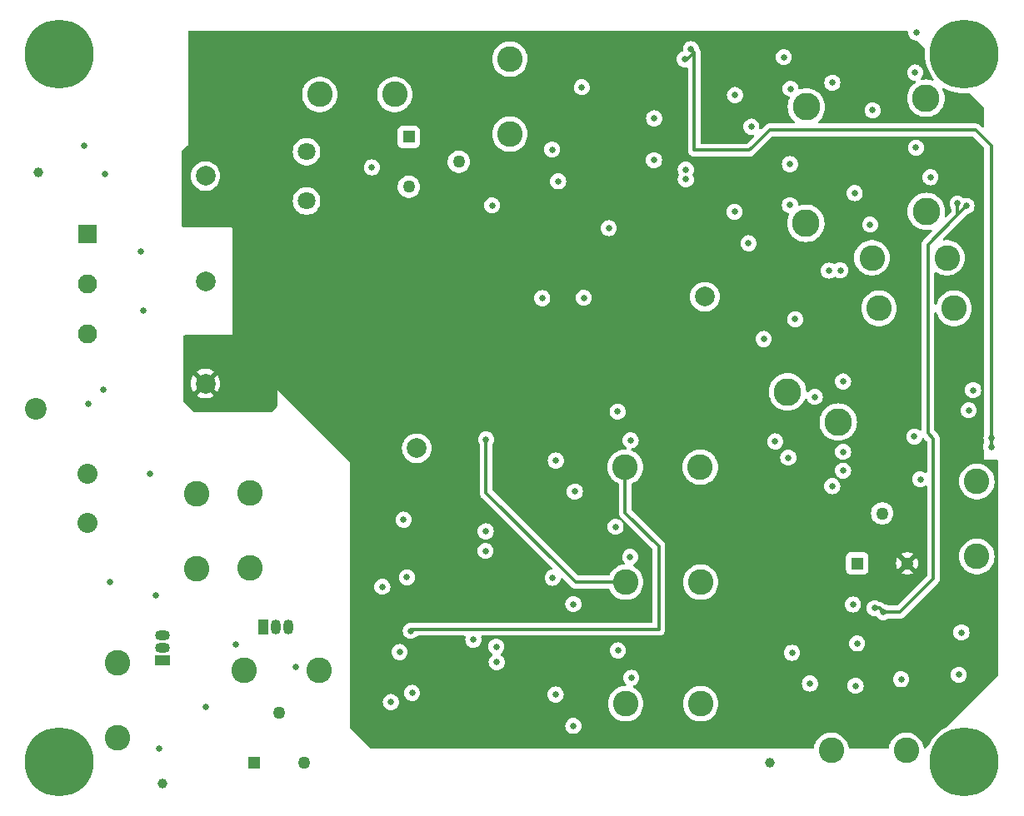
<source format=gbl>
%TF.GenerationSoftware,KiCad,Pcbnew,8.0.2*%
%TF.CreationDate,2024-06-23T14:40:44+03:00*%
%TF.ProjectId,Chaos Circuits,4368616f-7320-4436-9972-63756974732e,1*%
%TF.SameCoordinates,Original*%
%TF.FileFunction,Copper,L4,Bot*%
%TF.FilePolarity,Positive*%
%FSLAX46Y46*%
G04 Gerber Fmt 4.6, Leading zero omitted, Abs format (unit mm)*
G04 Created by KiCad (PCBNEW 8.0.2) date 2024-06-23 14:40:44*
%MOMM*%
%LPD*%
G01*
G04 APERTURE LIST*
%TA.AperFunction,ComponentPad*%
%ADD10R,1.268000X1.268000*%
%TD*%
%TA.AperFunction,ComponentPad*%
%ADD11C,1.268000*%
%TD*%
%TA.AperFunction,ComponentPad*%
%ADD12C,2.032000*%
%TD*%
%TA.AperFunction,ComponentPad*%
%ADD13C,2.200000*%
%TD*%
%TA.AperFunction,ComponentPad*%
%ADD14C,2.800000*%
%TD*%
%TA.AperFunction,ComponentPad*%
%ADD15C,2.600000*%
%TD*%
%TA.AperFunction,ComponentPad*%
%ADD16R,1.050000X1.500000*%
%TD*%
%TA.AperFunction,ComponentPad*%
%ADD17O,1.050000X1.500000*%
%TD*%
%TA.AperFunction,ComponentPad*%
%ADD18R,1.500000X1.050000*%
%TD*%
%TA.AperFunction,ComponentPad*%
%ADD19O,1.500000X1.050000*%
%TD*%
%TA.AperFunction,ComponentPad*%
%ADD20C,2.000000*%
%TD*%
%TA.AperFunction,SMDPad,CuDef*%
%ADD21C,1.000000*%
%TD*%
%TA.AperFunction,ComponentPad*%
%ADD22C,3.900000*%
%TD*%
%TA.AperFunction,ConnectorPad*%
%ADD23C,7.000000*%
%TD*%
%TA.AperFunction,ComponentPad*%
%ADD24C,1.800000*%
%TD*%
%TA.AperFunction,ComponentPad*%
%ADD25R,1.950000X1.950000*%
%TD*%
%TA.AperFunction,ComponentPad*%
%ADD26C,1.950000*%
%TD*%
%TA.AperFunction,ViaPad*%
%ADD27C,0.635000*%
%TD*%
%TA.AperFunction,Conductor*%
%ADD28C,0.304800*%
%TD*%
G04 APERTURE END LIST*
D10*
%TO.P,R4,1*%
%TO.N,Net-(C6-Pad1)*%
X65665000Y-36720000D03*
D11*
%TO.P,R4,2*%
%TO.N,Net-(R4-Pad2)*%
X70745000Y-39260000D03*
%TO.P,R4,3*%
%TO.N,unconnected-(R4-Pad3)*%
X65665000Y-41800000D03*
%TD*%
D12*
%TO.P,J2,1,1*%
%TO.N,GND*%
X32969999Y-70936599D03*
%TO.P,J2,2,2*%
%TO.N,/5V*%
X32969999Y-75936599D03*
%TD*%
D13*
%TO.P,TP1,1,1*%
%TO.N,GND*%
X27757000Y-64400000D03*
%TD*%
D14*
%TO.P,TP27,1,1*%
%TO.N,Net-(U13-W)*%
X109300000Y-65720000D03*
%TD*%
%TO.P,TP25,1,1*%
%TO.N,Net-(U13-X1)*%
X104150000Y-62650000D03*
%TD*%
%TO.P,TP23,1,1*%
%TO.N,/-Y_Rossler*%
X118250000Y-44290000D03*
%TD*%
%TO.P,TP22,1,1*%
%TO.N,/-X_Rossler*%
X118220000Y-32790000D03*
%TD*%
%TO.P,TP21,1,1*%
%TO.N,/Y_Rossler*%
X106010000Y-45500000D03*
%TD*%
%TO.P,TP20,1,1*%
%TO.N,/X_Rossler*%
X106070000Y-33680000D03*
%TD*%
D15*
%TO.P,TP19,1,1*%
%TO.N,GND*%
X108600000Y-99110000D03*
%TO.N,Net-(R50-Pad2)*%
X116220000Y-99110000D03*
%TD*%
%TO.P,TP18,1,1*%
%TO.N,GND*%
X123380000Y-79380000D03*
%TO.N,Net-(R49-Pad2)*%
X123380000Y-71760000D03*
%TD*%
%TO.P,TP17,1,1*%
%TO.N,Net-(R48-Pad2)*%
X112730000Y-49020000D03*
%TO.N,GND*%
X120350000Y-49020000D03*
%TD*%
%TO.P,TP16,1,1*%
%TO.N,Net-(R47-Pad2)*%
X113440000Y-54150000D03*
%TO.N,GND*%
X121060000Y-54150000D03*
%TD*%
%TO.P,TP15,1,1*%
%TO.N,Net-(Q2-C)*%
X49547500Y-80515000D03*
%TO.N,GND*%
X49547500Y-72895000D03*
%TD*%
%TO.P,TP14,1,1*%
%TO.N,Net-(C26-Pad1)*%
X44127500Y-80600000D03*
%TO.N,GND*%
X44127500Y-72980000D03*
%TD*%
%TO.P,TP13,1,1*%
%TO.N,Net-(C25-Pad1)*%
X48897500Y-90960000D03*
%TO.N,GND*%
X56517500Y-90960000D03*
%TD*%
%TO.P,TP12,1,1*%
%TO.N,Net-(Q1-C)*%
X36072500Y-90229999D03*
%TO.N,GND*%
X36072500Y-97849999D03*
%TD*%
D10*
%TO.P,R41,1*%
%TO.N,VIN+*%
X111230000Y-80080000D03*
D11*
%TO.P,R41,2*%
%TO.N,Net-(R40-Pad1)*%
X113770000Y-75000000D03*
%TO.P,R41,3*%
%TO.N,VIN-*%
X116310000Y-80080000D03*
%TD*%
D10*
%TO.P,R25,1*%
%TO.N,Net-(Q2-B)*%
X49932500Y-100360000D03*
D11*
%TO.P,R25,2*%
%TO.N,GND*%
X52472500Y-95280000D03*
%TO.P,R25,3*%
%TO.N,unconnected-(R25-Pad3)*%
X55012500Y-100360000D03*
%TD*%
D16*
%TO.P,Q2,1,C*%
%TO.N,Net-(Q2-C)*%
X50872500Y-86515000D03*
D17*
%TO.P,Q2,2,B*%
%TO.N,Net-(Q2-B)*%
X52142501Y-86515000D03*
%TO.P,Q2,3,E*%
%TO.N,GND*%
X53412500Y-86515000D03*
%TD*%
D18*
%TO.P,Q1,1,C*%
%TO.N,Net-(Q1-C)*%
X40635000Y-89980000D03*
D19*
%TO.P,Q1,2,B*%
%TO.N,Net-(Q1-B)*%
X40635000Y-88709999D03*
%TO.P,Q1,3,E*%
%TO.N,GND*%
X40635000Y-87440000D03*
%TD*%
D20*
%TO.P,TP3,1,1*%
%TO.N,GND*%
X95750000Y-52970000D03*
%TD*%
D21*
%TO.P,FID6,*%
%TO.N,*%
X40630000Y-102490000D03*
%TD*%
D20*
%TO.P,TP5,1,1*%
%TO.N,VIN-*%
X45000000Y-61800000D03*
%TD*%
%TO.P,TP4,1,1*%
%TO.N,GND*%
X66470000Y-68380000D03*
%TD*%
D22*
%TO.P,H4,1*%
%TO.N,N/C*%
X30100000Y-100300000D03*
D23*
X30100000Y-100300000D03*
%TD*%
D15*
%TO.P,TP8,1,1*%
%TO.N,Net-(U1-+)*%
X75945000Y-36435000D03*
%TO.N,GND*%
X75945000Y-28815000D03*
%TD*%
D21*
%TO.P,FID4,*%
%TO.N,*%
X28030000Y-40290000D03*
%TD*%
D22*
%TO.P,H2,1*%
%TO.N,N/C*%
X122100000Y-28300000D03*
D23*
X122100000Y-28300000D03*
%TD*%
D15*
%TO.P,TP7,1,1*%
%TO.N,Net-(C6-Pad1)*%
X64240000Y-32410000D03*
%TO.N,GND*%
X56620000Y-32410000D03*
%TD*%
D20*
%TO.P,TP6,1,1*%
%TO.N,VIN+*%
X45000000Y-40700000D03*
%TD*%
D24*
%TO.P,L1,1,1*%
%TO.N,Net-(C6-Pad1)*%
X55270000Y-38235000D03*
%TO.P,L1,2,2*%
%TO.N,GND*%
X55270000Y-43235000D03*
%TD*%
D15*
%TO.P,TP11,1,1*%
%TO.N,/-Y*%
X87710000Y-82000000D03*
%TO.N,GND*%
X95330000Y-82000000D03*
%TD*%
%TO.P,TP9,1,1*%
%TO.N,/Z*%
X87710000Y-94350000D03*
%TO.N,GND*%
X95330000Y-94350000D03*
%TD*%
D25*
%TO.P,J1,1,1*%
%TO.N,VIN+*%
X33000000Y-46600000D03*
D26*
%TO.P,J1,2,2*%
%TO.N,GND*%
X33000000Y-51679999D03*
%TO.P,J1,3,3*%
%TO.N,VIN-*%
X33000000Y-56760000D03*
%TD*%
D20*
%TO.P,TP2,1,1*%
%TO.N,GND*%
X45000000Y-51400000D03*
%TD*%
D15*
%TO.P,TP10,1,1*%
%TO.N,/X*%
X87660000Y-70300000D03*
%TO.N,GND*%
X95280000Y-70300000D03*
%TD*%
D22*
%TO.P,H3,1*%
%TO.N,N/C*%
X122100000Y-100300000D03*
D23*
X122100000Y-100300000D03*
%TD*%
D21*
%TO.P,FID5,*%
%TO.N,*%
X102370000Y-100330000D03*
%TD*%
D23*
%TO.P,H1,1*%
%TO.N,N/C*%
X30100000Y-28300000D03*
D22*
X30100000Y-28300000D03*
%TD*%
D27*
%TO.N,GND*%
X64730000Y-89110000D03*
X121820000Y-87110000D03*
X115690000Y-91870000D03*
X111060000Y-92530000D03*
X110800000Y-84270000D03*
X104600000Y-89180000D03*
X106420000Y-92310000D03*
X102900000Y-67690000D03*
X108690000Y-72230000D03*
X104230000Y-69330000D03*
X109790000Y-70660000D03*
X117640000Y-71530000D03*
X117040000Y-67200000D03*
X123010000Y-62470000D03*
X109790000Y-61590000D03*
X104930000Y-55260000D03*
X101730000Y-57280000D03*
X104390000Y-39490000D03*
X117250000Y-26100000D03*
X100470000Y-35690000D03*
X98810000Y-32470000D03*
X103770000Y-28610000D03*
X108704196Y-31214238D03*
X112800000Y-34020000D03*
X117200000Y-37820000D03*
X112550000Y-45640000D03*
X110970000Y-42440000D03*
X98760000Y-44340000D03*
X100180000Y-47540000D03*
X80230000Y-38000000D03*
X83250000Y-31670000D03*
X90590000Y-34840000D03*
X74130000Y-43680000D03*
X80840000Y-41240000D03*
X85990000Y-46000000D03*
X83440000Y-53080000D03*
X86880000Y-64660000D03*
X82540000Y-72790000D03*
X80600000Y-69630000D03*
X62970000Y-82470000D03*
X65480000Y-81510000D03*
X65130000Y-75650000D03*
X73480000Y-76830000D03*
X86670000Y-76360000D03*
X80280000Y-81550000D03*
X82390000Y-84230000D03*
X72220000Y-87850000D03*
X74560000Y-88550000D03*
X86910000Y-88940000D03*
X80580000Y-93420000D03*
X82390000Y-96610000D03*
X63840000Y-94190000D03*
X65990000Y-93260000D03*
X54140000Y-90660000D03*
X48090000Y-88370000D03*
X45020000Y-94660000D03*
X40260000Y-98880000D03*
X39940000Y-83370000D03*
X35340000Y-81960000D03*
X39320000Y-70960000D03*
X38390000Y-48400000D03*
X61920000Y-39820000D03*
X38650000Y-54360000D03*
X33120000Y-63860000D03*
X34650000Y-62440000D03*
X34790000Y-40480000D03*
X32660000Y-37580000D03*
%TO.N,VIN+*%
X121550000Y-91420000D03*
X111220000Y-88230000D03*
X122565102Y-64520000D03*
X109800000Y-68750000D03*
X106910000Y-63160000D03*
X104390000Y-43671900D03*
X118670000Y-40820000D03*
X117110000Y-30180000D03*
X104450000Y-31826900D03*
X73460000Y-78820000D03*
X74600000Y-90140000D03*
X88270000Y-91720000D03*
X88160000Y-79430000D03*
X88200000Y-67580000D03*
X79220000Y-53120000D03*
X90580000Y-39100000D03*
%TO.N,VIN-*%
X96280000Y-34690000D03*
X108710000Y-33330000D03*
X96290000Y-46690000D03*
X110380000Y-46490000D03*
X101740000Y-53080000D03*
X116110000Y-71570000D03*
X104670000Y-73210000D03*
X103400000Y-93840000D03*
X112180000Y-95600000D03*
X78110000Y-96590000D03*
X63780000Y-90020000D03*
X62940000Y-78370000D03*
X78270000Y-84310000D03*
X78280000Y-72790000D03*
X82930000Y-43730000D03*
X76190000Y-43750000D03*
%TO.N,/-X_Rossler*%
X121440000Y-43500000D03*
X122330000Y-43750000D03*
X113880000Y-85040000D03*
X113010000Y-84650000D03*
X93820000Y-40040000D03*
X93820000Y-41040000D03*
%TO.N,/Z_Rossler*%
X93700000Y-28820000D03*
X124860000Y-68250000D03*
%TO.N,/X_Rossler*%
X109510000Y-50290000D03*
X108350000Y-50320000D03*
%TO.N,/Z_Rossler*%
X94330000Y-27800000D03*
X124880000Y-67320000D03*
%TO.N,/X*%
X65880000Y-86940000D03*
%TO.N,/-Y*%
X73520000Y-67500000D03*
%TD*%
D28*
%TO.N,/-X_Rossler*%
X121000000Y-45080000D02*
X121440000Y-44640000D01*
X121000000Y-45080000D02*
X122330000Y-43750000D01*
X121440000Y-44640000D02*
X121440000Y-43500000D01*
X118420000Y-47660000D02*
X121000000Y-45080000D01*
X118420000Y-66850000D02*
X118420000Y-47660000D01*
X118980000Y-67410000D02*
X118420000Y-66850000D01*
X118980000Y-81620000D02*
X118980000Y-67410000D01*
X115560000Y-85040000D02*
X118980000Y-81620000D01*
X113880000Y-85040000D02*
X115560000Y-85040000D01*
X113490000Y-84650000D02*
X113880000Y-85040000D01*
X113010000Y-84650000D02*
X113490000Y-84650000D01*
%TO.N,/Z_Rossler*%
X94680000Y-28150000D02*
X94010000Y-28820000D01*
X94010000Y-28820000D02*
X93700000Y-28820000D01*
X124860000Y-68250000D02*
X124860000Y-67340000D01*
X124860000Y-67340000D02*
X124880000Y-67320000D01*
X94680000Y-28150000D02*
X94330000Y-27800000D01*
X94680000Y-38080000D02*
X94680000Y-28150000D01*
X100260000Y-38080000D02*
X94680000Y-38080000D01*
X102330000Y-36010000D02*
X100580000Y-37760000D01*
X123060000Y-36010000D02*
X105360000Y-36010000D01*
X123070000Y-36020000D02*
X123060000Y-36010000D01*
X105360000Y-36010000D02*
X102330000Y-36010000D01*
X123270000Y-36020000D02*
X123070000Y-36020000D01*
X100580000Y-37760000D02*
X100260000Y-38080000D01*
X124880000Y-37630000D02*
X123270000Y-36020000D01*
X124880000Y-67320000D02*
X124880000Y-37630000D01*
%TO.N,/X*%
X66030000Y-86790000D02*
X65880000Y-86940000D01*
X87660000Y-74920000D02*
X91060000Y-78320000D01*
X91060000Y-78320000D02*
X91060000Y-86790000D01*
X91060000Y-86790000D02*
X66030000Y-86790000D01*
X87660000Y-70300000D02*
X87660000Y-74920000D01*
%TO.N,/-Y*%
X81470000Y-80840000D02*
X73520000Y-72890000D01*
X73520000Y-72890000D02*
X73520000Y-67500000D01*
X82630000Y-82000000D02*
X81470000Y-80840000D01*
X87710000Y-82000000D02*
X82630000Y-82000000D01*
%TD*%
%TA.AperFunction,Conductor*%
%TO.N,VIN-*%
G36*
X116295677Y-25929685D02*
G01*
X116316319Y-25946319D01*
X116390660Y-26020660D01*
X116424145Y-26081983D01*
X116426199Y-26094457D01*
X116447461Y-26283171D01*
X116492507Y-26411903D01*
X116508344Y-26457163D01*
X116606415Y-26613242D01*
X116736758Y-26743585D01*
X116892837Y-26841656D01*
X117066826Y-26902537D01*
X117066829Y-26902538D01*
X117192987Y-26916752D01*
X117250000Y-26923176D01*
X117250001Y-26923175D01*
X117255541Y-26923800D01*
X117319955Y-26950866D01*
X117329339Y-26959339D01*
X118090939Y-27720939D01*
X118124424Y-27782262D01*
X118125916Y-27826813D01*
X118113963Y-27907397D01*
X118113962Y-27907404D01*
X118113962Y-27907409D01*
X118094675Y-28300000D01*
X118113962Y-28692591D01*
X118113962Y-28692597D01*
X118113963Y-28692599D01*
X118171637Y-29081406D01*
X118267143Y-29462684D01*
X118399561Y-29832770D01*
X118399562Y-29832772D01*
X118567620Y-30188100D01*
X118752011Y-30495737D01*
X118769694Y-30525239D01*
X118894291Y-30693239D01*
X118972732Y-30799004D01*
X118996856Y-30864577D01*
X118981700Y-30932783D01*
X118932075Y-30981967D01*
X118863736Y-30996514D01*
X118829803Y-30989053D01*
X118756801Y-30961825D01*
X118756796Y-30961823D01*
X118491167Y-30904040D01*
X118491160Y-30904039D01*
X118220001Y-30884645D01*
X118219999Y-30884645D01*
X117948839Y-30904039D01*
X117948828Y-30904040D01*
X117842552Y-30927159D01*
X117772861Y-30922174D01*
X117716927Y-30880303D01*
X117692511Y-30814838D01*
X117707363Y-30746565D01*
X117728509Y-30718317D01*
X117753585Y-30693242D01*
X117851656Y-30537163D01*
X117912537Y-30363174D01*
X117912537Y-30363173D01*
X117912538Y-30363171D01*
X117933176Y-30180002D01*
X117933176Y-30179997D01*
X117912538Y-29996828D01*
X117855132Y-29832772D01*
X117851656Y-29822837D01*
X117753585Y-29666758D01*
X117623242Y-29536415D01*
X117507334Y-29463585D01*
X117467165Y-29438345D01*
X117467164Y-29438344D01*
X117467163Y-29438344D01*
X117425396Y-29423729D01*
X117293171Y-29377461D01*
X117110003Y-29356824D01*
X117109997Y-29356824D01*
X116926828Y-29377461D01*
X116752834Y-29438345D01*
X116596757Y-29536415D01*
X116466415Y-29666757D01*
X116368345Y-29822834D01*
X116307461Y-29996828D01*
X116286824Y-30179997D01*
X116286824Y-30180002D01*
X116307461Y-30363171D01*
X116368345Y-30537165D01*
X116392295Y-30575281D01*
X116466415Y-30693242D01*
X116596758Y-30823585D01*
X116752837Y-30921656D01*
X116925197Y-30981967D01*
X116926829Y-30982538D01*
X117027526Y-30993883D01*
X117082154Y-31000038D01*
X117146567Y-31027104D01*
X117186122Y-31084699D01*
X117188260Y-31154536D01*
X117152302Y-31214442D01*
X117142581Y-31222525D01*
X116972259Y-31350027D01*
X116972247Y-31350038D01*
X116780038Y-31542247D01*
X116780028Y-31542259D01*
X116617110Y-31759891D01*
X116617109Y-31759892D01*
X116486830Y-31998480D01*
X116439326Y-32125843D01*
X116391825Y-32253199D01*
X116391824Y-32253202D01*
X116391823Y-32253206D01*
X116334040Y-32518832D01*
X116334039Y-32518839D01*
X116314645Y-32789998D01*
X116314645Y-32790001D01*
X116334039Y-33061160D01*
X116334040Y-33061167D01*
X116380021Y-33272538D01*
X116391825Y-33326801D01*
X116458945Y-33506757D01*
X116486830Y-33581519D01*
X116617109Y-33820107D01*
X116617110Y-33820108D01*
X116617113Y-33820113D01*
X116780029Y-34037742D01*
X116780033Y-34037746D01*
X116780038Y-34037752D01*
X116972247Y-34229961D01*
X116972253Y-34229966D01*
X116972258Y-34229971D01*
X117189887Y-34392887D01*
X117189891Y-34392889D01*
X117189892Y-34392890D01*
X117428481Y-34523169D01*
X117428480Y-34523169D01*
X117428484Y-34523170D01*
X117428487Y-34523172D01*
X117683199Y-34618175D01*
X117948840Y-34675961D01*
X118200605Y-34693967D01*
X118219999Y-34695355D01*
X118220000Y-34695355D01*
X118220001Y-34695355D01*
X118238100Y-34694060D01*
X118491160Y-34675961D01*
X118756801Y-34618175D01*
X119011513Y-34523172D01*
X119011517Y-34523169D01*
X119011519Y-34523169D01*
X119130813Y-34458029D01*
X119250113Y-34392887D01*
X119467742Y-34229971D01*
X119659971Y-34037742D01*
X119822887Y-33820113D01*
X119922279Y-33638089D01*
X119953169Y-33581519D01*
X119953169Y-33581517D01*
X119953172Y-33581513D01*
X120048175Y-33326801D01*
X120105961Y-33061160D01*
X120125355Y-32790000D01*
X120105961Y-32518840D01*
X120048175Y-32253199D01*
X119953172Y-31998487D01*
X119953170Y-31998484D01*
X119953169Y-31998480D01*
X119910999Y-31921252D01*
X119896147Y-31852979D01*
X119920564Y-31787515D01*
X119976497Y-31745643D01*
X120046189Y-31740659D01*
X120083578Y-31755466D01*
X120115576Y-31774645D01*
X120211899Y-31832379D01*
X120211902Y-31832380D01*
X120211903Y-31832381D01*
X120567228Y-32000438D01*
X120937316Y-32132857D01*
X121318600Y-32228364D01*
X121707409Y-32286038D01*
X122100000Y-32305325D01*
X122492591Y-32286038D01*
X122573187Y-32274082D01*
X122642385Y-32283716D01*
X122679059Y-32309059D01*
X124093681Y-33723681D01*
X124127166Y-33785004D01*
X124130000Y-33811362D01*
X124130000Y-35657296D01*
X124110315Y-35724335D01*
X124057511Y-35770090D01*
X123988353Y-35780034D01*
X123924797Y-35751009D01*
X123918319Y-35744977D01*
X123686204Y-35512862D01*
X123677173Y-35506828D01*
X123642386Y-35483584D01*
X123579262Y-35441406D01*
X123460447Y-35392192D01*
X123460448Y-35392192D01*
X123460444Y-35392191D01*
X123458488Y-35391802D01*
X123458483Y-35391801D01*
X123334307Y-35367100D01*
X123334305Y-35367100D01*
X123186790Y-35367100D01*
X123162598Y-35364717D01*
X123144002Y-35361018D01*
X123124306Y-35357100D01*
X123124305Y-35357100D01*
X107373535Y-35357100D01*
X107306496Y-35337415D01*
X107260741Y-35284611D01*
X107250797Y-35215453D01*
X107279822Y-35151897D01*
X107299225Y-35133833D01*
X107317734Y-35119977D01*
X107317734Y-35119976D01*
X107317742Y-35119971D01*
X107509971Y-34927742D01*
X107672887Y-34710113D01*
X107796989Y-34482837D01*
X107803169Y-34471519D01*
X107803169Y-34471517D01*
X107803172Y-34471513D01*
X107898175Y-34216801D01*
X107940987Y-34019997D01*
X111976824Y-34019997D01*
X111976824Y-34020002D01*
X111997461Y-34203171D01*
X112058345Y-34377165D01*
X112124743Y-34482837D01*
X112156415Y-34533242D01*
X112286758Y-34663585D01*
X112442837Y-34761656D01*
X112575059Y-34807922D01*
X112616828Y-34822538D01*
X112799997Y-34843176D01*
X112800000Y-34843176D01*
X112800003Y-34843176D01*
X112983171Y-34822538D01*
X112983174Y-34822537D01*
X113157163Y-34761656D01*
X113313242Y-34663585D01*
X113443585Y-34533242D01*
X113541656Y-34377163D01*
X113602537Y-34203174D01*
X113602537Y-34203173D01*
X113602538Y-34203171D01*
X113623176Y-34020002D01*
X113623176Y-34019997D01*
X113602538Y-33836828D01*
X113562946Y-33723681D01*
X113541656Y-33662837D01*
X113443585Y-33506758D01*
X113313242Y-33376415D01*
X113157163Y-33278344D01*
X113115396Y-33263729D01*
X112983171Y-33217461D01*
X112800003Y-33196824D01*
X112799997Y-33196824D01*
X112616828Y-33217461D01*
X112442834Y-33278345D01*
X112286757Y-33376415D01*
X112156415Y-33506757D01*
X112058345Y-33662834D01*
X111997461Y-33836828D01*
X111976824Y-34019997D01*
X107940987Y-34019997D01*
X107955961Y-33951160D01*
X107975355Y-33680000D01*
X107974127Y-33662837D01*
X107962964Y-33506757D01*
X107955961Y-33408840D01*
X107898175Y-33143199D01*
X107803172Y-32888487D01*
X107803170Y-32888483D01*
X107803169Y-32888480D01*
X107672890Y-32649892D01*
X107672889Y-32649891D01*
X107672887Y-32649887D01*
X107509971Y-32432258D01*
X107509966Y-32432253D01*
X107509961Y-32432247D01*
X107317752Y-32240038D01*
X107317746Y-32240033D01*
X107317742Y-32240029D01*
X107100113Y-32077113D01*
X107100108Y-32077110D01*
X107100107Y-32077109D01*
X106861518Y-31946830D01*
X106861519Y-31946830D01*
X106792941Y-31921252D01*
X106606801Y-31851825D01*
X106606794Y-31851823D01*
X106606793Y-31851823D01*
X106341167Y-31794040D01*
X106341160Y-31794039D01*
X106070001Y-31774645D01*
X106069999Y-31774645D01*
X105798839Y-31794039D01*
X105798832Y-31794040D01*
X105533203Y-31851823D01*
X105435132Y-31888402D01*
X105365440Y-31893386D01*
X105304117Y-31859901D01*
X105270633Y-31798577D01*
X105268579Y-31786103D01*
X105252538Y-31643729D01*
X105227230Y-31571403D01*
X105191656Y-31469737D01*
X105093585Y-31313658D01*
X104994162Y-31214235D01*
X107881020Y-31214235D01*
X107881020Y-31214240D01*
X107901657Y-31397409D01*
X107926965Y-31469734D01*
X107952342Y-31542258D01*
X107962541Y-31571403D01*
X108022900Y-31667463D01*
X108060611Y-31727480D01*
X108190954Y-31857823D01*
X108347033Y-31955894D01*
X108468738Y-31998480D01*
X108521024Y-32016776D01*
X108704193Y-32037414D01*
X108704196Y-32037414D01*
X108704199Y-32037414D01*
X108887367Y-32016776D01*
X108906529Y-32010071D01*
X109061359Y-31955894D01*
X109217438Y-31857823D01*
X109347781Y-31727480D01*
X109445852Y-31571401D01*
X109506733Y-31397412D01*
X109506733Y-31397411D01*
X109506734Y-31397409D01*
X109527372Y-31214240D01*
X109527372Y-31214235D01*
X109506734Y-31031066D01*
X109482505Y-30961825D01*
X109445852Y-30857075D01*
X109347781Y-30700996D01*
X109217438Y-30570653D01*
X109098210Y-30495737D01*
X109061361Y-30472583D01*
X109061360Y-30472582D01*
X109061359Y-30472582D01*
X109019592Y-30457967D01*
X108887367Y-30411699D01*
X108704199Y-30391062D01*
X108704193Y-30391062D01*
X108521024Y-30411699D01*
X108347030Y-30472583D01*
X108190953Y-30570653D01*
X108060611Y-30700995D01*
X107962541Y-30857072D01*
X107901657Y-31031066D01*
X107881020Y-31214235D01*
X104994162Y-31214235D01*
X104963242Y-31183315D01*
X104807163Y-31085244D01*
X104765396Y-31070629D01*
X104633171Y-31024361D01*
X104450003Y-31003724D01*
X104449997Y-31003724D01*
X104266828Y-31024361D01*
X104092834Y-31085245D01*
X103936757Y-31183315D01*
X103806415Y-31313657D01*
X103708345Y-31469734D01*
X103647461Y-31643728D01*
X103626824Y-31826897D01*
X103626824Y-31826902D01*
X103647461Y-32010071D01*
X103708345Y-32184065D01*
X103784537Y-32305324D01*
X103806415Y-32340142D01*
X103936758Y-32470485D01*
X104092837Y-32568556D01*
X104266826Y-32629437D01*
X104282623Y-32631216D01*
X104347036Y-32658280D01*
X104386593Y-32715874D01*
X104388734Y-32785711D01*
X104377575Y-32813863D01*
X104336829Y-32888483D01*
X104336828Y-32888487D01*
X104241825Y-33143199D01*
X104241824Y-33143202D01*
X104241823Y-33143206D01*
X104184040Y-33408832D01*
X104184039Y-33408839D01*
X104164645Y-33679998D01*
X104164645Y-33680001D01*
X104184039Y-33951160D01*
X104184040Y-33951167D01*
X104240454Y-34210499D01*
X104241825Y-34216801D01*
X104282837Y-34326757D01*
X104336830Y-34471519D01*
X104467109Y-34710107D01*
X104467110Y-34710108D01*
X104467113Y-34710113D01*
X104630029Y-34927742D01*
X104630033Y-34927746D01*
X104630038Y-34927752D01*
X104822247Y-35119961D01*
X104822265Y-35119977D01*
X104840775Y-35133833D01*
X104882647Y-35189766D01*
X104887631Y-35259458D01*
X104854147Y-35320781D01*
X104792824Y-35354266D01*
X104766465Y-35357100D01*
X102265693Y-35357100D01*
X102139561Y-35382189D01*
X102139555Y-35382191D01*
X102053352Y-35417898D01*
X102053351Y-35417898D01*
X102020738Y-35431406D01*
X101913798Y-35502860D01*
X101488710Y-35927948D01*
X101427387Y-35961433D01*
X101357695Y-35956449D01*
X101301762Y-35914577D01*
X101277345Y-35849113D01*
X101277809Y-35826383D01*
X101293176Y-35690002D01*
X101293176Y-35689997D01*
X101272538Y-35506828D01*
X101246147Y-35431408D01*
X101211656Y-35332837D01*
X101113585Y-35176758D01*
X100983242Y-35046415D01*
X100946254Y-35023174D01*
X100827165Y-34948345D01*
X100827164Y-34948344D01*
X100827163Y-34948344D01*
X100768314Y-34927752D01*
X100653171Y-34887461D01*
X100470003Y-34866824D01*
X100469997Y-34866824D01*
X100286828Y-34887461D01*
X100112834Y-34948345D01*
X99956757Y-35046415D01*
X99826415Y-35176757D01*
X99728345Y-35332834D01*
X99667461Y-35506828D01*
X99646824Y-35689997D01*
X99646824Y-35690002D01*
X99667461Y-35873171D01*
X99704324Y-35978517D01*
X99728344Y-36047163D01*
X99826415Y-36203242D01*
X99956758Y-36333585D01*
X100112837Y-36431656D01*
X100245059Y-36477922D01*
X100286828Y-36492538D01*
X100469997Y-36513176D01*
X100470000Y-36513176D01*
X100470002Y-36513176D01*
X100553527Y-36503764D01*
X100606383Y-36497809D01*
X100675205Y-36509863D01*
X100726584Y-36557212D01*
X100744209Y-36624822D01*
X100722483Y-36691228D01*
X100707948Y-36708710D01*
X100072859Y-37343800D01*
X100072853Y-37343804D01*
X100025879Y-37390780D01*
X99964556Y-37424266D01*
X99938197Y-37427100D01*
X95456900Y-37427100D01*
X95389861Y-37407415D01*
X95344106Y-37354611D01*
X95332900Y-37303100D01*
X95332900Y-32469997D01*
X97986824Y-32469997D01*
X97986824Y-32470002D01*
X98007461Y-32653171D01*
X98053729Y-32785396D01*
X98068344Y-32827163D01*
X98166415Y-32983242D01*
X98296758Y-33113585D01*
X98452837Y-33211656D01*
X98585059Y-33257922D01*
X98626828Y-33272538D01*
X98809997Y-33293176D01*
X98810000Y-33293176D01*
X98810003Y-33293176D01*
X98993171Y-33272538D01*
X98993174Y-33272537D01*
X99167163Y-33211656D01*
X99323242Y-33113585D01*
X99453585Y-32983242D01*
X99551656Y-32827163D01*
X99612537Y-32653174D01*
X99612537Y-32653173D01*
X99612538Y-32653171D01*
X99633176Y-32470002D01*
X99633176Y-32469997D01*
X99612538Y-32286828D01*
X99592080Y-32228362D01*
X99551656Y-32112837D01*
X99453585Y-31956758D01*
X99323242Y-31826415D01*
X99240851Y-31774645D01*
X99167165Y-31728345D01*
X99167164Y-31728344D01*
X99167163Y-31728344D01*
X99125396Y-31713729D01*
X98993171Y-31667461D01*
X98810003Y-31646824D01*
X98809997Y-31646824D01*
X98626828Y-31667461D01*
X98452834Y-31728345D01*
X98296757Y-31826415D01*
X98166415Y-31956757D01*
X98068345Y-32112834D01*
X98007461Y-32286828D01*
X97986824Y-32469997D01*
X95332900Y-32469997D01*
X95332900Y-28609997D01*
X102946824Y-28609997D01*
X102946824Y-28610002D01*
X102967461Y-28793171D01*
X102976850Y-28820002D01*
X103028344Y-28967163D01*
X103126415Y-29123242D01*
X103256758Y-29253585D01*
X103412837Y-29351656D01*
X103545059Y-29397922D01*
X103586828Y-29412538D01*
X103769997Y-29433176D01*
X103770000Y-29433176D01*
X103770003Y-29433176D01*
X103953171Y-29412538D01*
X103953174Y-29412537D01*
X104127163Y-29351656D01*
X104283242Y-29253585D01*
X104413585Y-29123242D01*
X104511656Y-28967163D01*
X104572537Y-28793174D01*
X104572537Y-28793173D01*
X104572538Y-28793171D01*
X104593176Y-28610002D01*
X104593176Y-28609997D01*
X104572538Y-28426828D01*
X104557922Y-28385059D01*
X104511656Y-28252837D01*
X104413585Y-28096758D01*
X104283242Y-27966415D01*
X104189335Y-27907409D01*
X104127165Y-27868345D01*
X104127164Y-27868344D01*
X104127163Y-27868344D01*
X104085396Y-27853729D01*
X103953171Y-27807461D01*
X103770003Y-27786824D01*
X103769997Y-27786824D01*
X103586828Y-27807461D01*
X103412834Y-27868345D01*
X103256757Y-27966415D01*
X103126415Y-28096757D01*
X103028345Y-28252834D01*
X102967461Y-28426828D01*
X102946824Y-28609997D01*
X95332900Y-28609997D01*
X95332900Y-28085692D01*
X95307810Y-27959561D01*
X95307809Y-27959560D01*
X95307809Y-27959556D01*
X95258592Y-27840736D01*
X95246764Y-27823034D01*
X95187141Y-27733801D01*
X95187139Y-27733798D01*
X95171137Y-27717796D01*
X95137652Y-27656473D01*
X95135599Y-27644012D01*
X95132537Y-27616826D01*
X95071656Y-27442837D01*
X94973585Y-27286758D01*
X94843242Y-27156415D01*
X94687163Y-27058344D01*
X94645396Y-27043729D01*
X94513171Y-26997461D01*
X94330003Y-26976824D01*
X94329997Y-26976824D01*
X94146828Y-26997461D01*
X93972834Y-27058345D01*
X93816757Y-27156415D01*
X93686415Y-27286757D01*
X93588345Y-27442834D01*
X93527461Y-27616828D01*
X93506824Y-27799997D01*
X93506824Y-27800002D01*
X93519704Y-27914316D01*
X93507650Y-27983138D01*
X93460301Y-28034518D01*
X93437438Y-28045242D01*
X93342835Y-28078344D01*
X93186757Y-28176415D01*
X93056415Y-28306757D01*
X92958345Y-28462834D01*
X92897461Y-28636828D01*
X92876824Y-28819997D01*
X92876824Y-28820002D01*
X92897461Y-29003171D01*
X92958345Y-29177165D01*
X93006363Y-29253585D01*
X93056415Y-29333242D01*
X93186758Y-29463585D01*
X93342837Y-29561656D01*
X93475059Y-29607922D01*
X93516828Y-29622538D01*
X93699997Y-29643176D01*
X93700000Y-29643176D01*
X93700002Y-29643176D01*
X93795327Y-29632435D01*
X93883174Y-29622537D01*
X93883174Y-29622536D01*
X93889216Y-29621856D01*
X93958038Y-29633910D01*
X94009417Y-29681259D01*
X94027100Y-29745076D01*
X94027100Y-38015695D01*
X94027100Y-38144305D01*
X94027100Y-38144307D01*
X94027099Y-38144307D01*
X94052189Y-38270438D01*
X94052191Y-38270444D01*
X94101406Y-38389261D01*
X94101411Y-38389270D01*
X94172859Y-38496198D01*
X94172862Y-38496202D01*
X94263797Y-38587137D01*
X94263801Y-38587140D01*
X94370729Y-38658588D01*
X94370738Y-38658593D01*
X94390610Y-38666824D01*
X94489556Y-38707809D01*
X94489560Y-38707809D01*
X94489561Y-38707810D01*
X94615692Y-38732900D01*
X94615695Y-38732900D01*
X100324307Y-38732900D01*
X100409165Y-38716019D01*
X100450444Y-38707809D01*
X100569264Y-38658592D01*
X100574056Y-38655389D01*
X100574066Y-38655386D01*
X100574065Y-38655384D01*
X100676200Y-38587141D01*
X100985990Y-38277348D01*
X100985994Y-38277346D01*
X100996198Y-38267141D01*
X100996200Y-38267141D01*
X101443343Y-37819997D01*
X116376824Y-37819997D01*
X116376824Y-37820002D01*
X116397461Y-38003171D01*
X116440266Y-38125500D01*
X116453785Y-38164135D01*
X116458345Y-38177165D01*
X116556415Y-38333242D01*
X116686758Y-38463585D01*
X116842837Y-38561656D01*
X116975059Y-38607922D01*
X117016828Y-38622538D01*
X117199997Y-38643176D01*
X117200000Y-38643176D01*
X117200003Y-38643176D01*
X117383171Y-38622538D01*
X117383174Y-38622537D01*
X117557163Y-38561656D01*
X117713242Y-38463585D01*
X117843585Y-38333242D01*
X117941656Y-38177163D01*
X118002537Y-38003174D01*
X118002537Y-38003173D01*
X118002538Y-38003171D01*
X118023176Y-37820002D01*
X118023176Y-37819997D01*
X118002538Y-37636828D01*
X117977647Y-37565695D01*
X117941656Y-37462837D01*
X117843585Y-37306758D01*
X117713242Y-37176415D01*
X117557163Y-37078344D01*
X117500552Y-37058535D01*
X117383171Y-37017461D01*
X117200003Y-36996824D01*
X117199997Y-36996824D01*
X117016828Y-37017461D01*
X116842834Y-37078345D01*
X116686757Y-37176415D01*
X116556415Y-37306757D01*
X116458345Y-37462834D01*
X116397461Y-37636828D01*
X116376824Y-37819997D01*
X101443343Y-37819997D01*
X102564121Y-36699218D01*
X102625444Y-36665734D01*
X102651802Y-36662900D01*
X105295695Y-36662900D01*
X122938197Y-36662900D01*
X123005236Y-36682585D01*
X123025878Y-36699219D01*
X123608878Y-37282219D01*
X124093681Y-37767021D01*
X124127166Y-37828344D01*
X124130000Y-37854702D01*
X124130000Y-66965613D01*
X124123042Y-67006567D01*
X124077462Y-67136826D01*
X124077461Y-67136830D01*
X124056824Y-67319997D01*
X124056824Y-67320002D01*
X124077461Y-67503171D01*
X124096355Y-67557165D01*
X124113429Y-67605961D01*
X124123042Y-67633431D01*
X124130000Y-67674386D01*
X124130000Y-67840331D01*
X124119598Y-67885899D01*
X124120644Y-67886265D01*
X124057461Y-68066828D01*
X124036824Y-68249997D01*
X124036824Y-68250002D01*
X124057462Y-68433172D01*
X124120644Y-68613737D01*
X124119597Y-68614103D01*
X124130000Y-68659669D01*
X124130000Y-69570000D01*
X125426000Y-69570000D01*
X125493039Y-69589685D01*
X125538794Y-69642489D01*
X125550000Y-69694000D01*
X125550000Y-91478637D01*
X125530315Y-91545676D01*
X125513681Y-91566318D01*
X120417764Y-96662234D01*
X120383100Y-96686647D01*
X120211910Y-96767614D01*
X120211904Y-96767618D01*
X119874763Y-96969692D01*
X119559043Y-97203846D01*
X119267807Y-97467807D01*
X119003846Y-97759043D01*
X118769692Y-98074763D01*
X118567618Y-98411904D01*
X118567614Y-98411910D01*
X118486647Y-98583100D01*
X118462234Y-98617764D01*
X118207461Y-98872538D01*
X118146138Y-98906023D01*
X118076447Y-98901039D01*
X118020513Y-98859168D01*
X117998890Y-98812452D01*
X117945334Y-98577805D01*
X117846743Y-98326602D01*
X117711815Y-98092898D01*
X117543561Y-97881915D01*
X117543560Y-97881914D01*
X117543557Y-97881910D01*
X117345741Y-97698365D01*
X117122775Y-97546349D01*
X117122769Y-97546346D01*
X117122768Y-97546345D01*
X117122767Y-97546344D01*
X116879643Y-97429263D01*
X116879645Y-97429263D01*
X116621773Y-97349720D01*
X116621767Y-97349718D01*
X116354936Y-97309500D01*
X116354929Y-97309500D01*
X116085071Y-97309500D01*
X116085063Y-97309500D01*
X115818232Y-97349718D01*
X115818226Y-97349720D01*
X115560358Y-97429262D01*
X115317230Y-97546346D01*
X115094258Y-97698365D01*
X114896442Y-97881910D01*
X114728185Y-98092898D01*
X114593258Y-98326599D01*
X114593256Y-98326603D01*
X114494666Y-98577804D01*
X114494663Y-98577813D01*
X114434002Y-98843592D01*
X114399894Y-98904571D01*
X114338232Y-98937429D01*
X114313111Y-98940000D01*
X110506889Y-98940000D01*
X110439850Y-98920315D01*
X110394095Y-98867511D01*
X110385998Y-98843592D01*
X110325336Y-98577813D01*
X110325335Y-98577811D01*
X110325334Y-98577805D01*
X110226743Y-98326602D01*
X110091815Y-98092898D01*
X109923561Y-97881915D01*
X109923560Y-97881914D01*
X109923557Y-97881910D01*
X109725741Y-97698365D01*
X109502775Y-97546349D01*
X109502769Y-97546346D01*
X109502768Y-97546345D01*
X109502767Y-97546344D01*
X109259643Y-97429263D01*
X109259645Y-97429263D01*
X109001773Y-97349720D01*
X109001767Y-97349718D01*
X108734936Y-97309500D01*
X108734929Y-97309500D01*
X108465071Y-97309500D01*
X108465063Y-97309500D01*
X108198232Y-97349718D01*
X108198226Y-97349720D01*
X107940358Y-97429262D01*
X107697230Y-97546346D01*
X107474258Y-97698365D01*
X107276442Y-97881910D01*
X107108185Y-98092898D01*
X106973258Y-98326599D01*
X106973256Y-98326603D01*
X106874666Y-98577804D01*
X106874663Y-98577813D01*
X106814002Y-98843592D01*
X106779894Y-98904571D01*
X106718232Y-98937429D01*
X106693111Y-98940000D01*
X61871362Y-98940000D01*
X61804323Y-98920315D01*
X61783681Y-98903681D01*
X59746319Y-96866319D01*
X59712834Y-96804996D01*
X59710000Y-96778638D01*
X59710000Y-96609997D01*
X81566824Y-96609997D01*
X81566824Y-96610002D01*
X81587461Y-96793171D01*
X81613057Y-96866319D01*
X81648344Y-96967163D01*
X81746415Y-97123242D01*
X81876758Y-97253585D01*
X82032837Y-97351656D01*
X82165059Y-97397922D01*
X82206828Y-97412538D01*
X82389997Y-97433176D01*
X82390000Y-97433176D01*
X82390003Y-97433176D01*
X82573171Y-97412538D01*
X82573174Y-97412537D01*
X82747163Y-97351656D01*
X82903242Y-97253585D01*
X83033585Y-97123242D01*
X83131656Y-96967163D01*
X83192537Y-96793174D01*
X83192537Y-96793173D01*
X83192538Y-96793171D01*
X83213176Y-96610002D01*
X83213176Y-96609997D01*
X83192538Y-96426828D01*
X83153044Y-96313962D01*
X83131656Y-96252837D01*
X83033585Y-96096758D01*
X82903242Y-95966415D01*
X82819275Y-95913655D01*
X82747165Y-95868345D01*
X82747164Y-95868344D01*
X82747163Y-95868344D01*
X82705396Y-95853729D01*
X82573171Y-95807461D01*
X82390003Y-95786824D01*
X82389997Y-95786824D01*
X82206828Y-95807461D01*
X82032834Y-95868345D01*
X81876757Y-95966415D01*
X81746415Y-96096757D01*
X81648345Y-96252834D01*
X81587461Y-96426828D01*
X81566824Y-96609997D01*
X59710000Y-96609997D01*
X59710000Y-94189997D01*
X63016824Y-94189997D01*
X63016824Y-94190002D01*
X63037461Y-94373171D01*
X63073732Y-94476826D01*
X63098344Y-94547163D01*
X63196415Y-94703242D01*
X63326758Y-94833585D01*
X63482837Y-94931656D01*
X63615059Y-94977922D01*
X63656828Y-94992538D01*
X63839997Y-95013176D01*
X63840000Y-95013176D01*
X63840003Y-95013176D01*
X64023171Y-94992538D01*
X64023174Y-94992537D01*
X64197163Y-94931656D01*
X64353242Y-94833585D01*
X64483585Y-94703242D01*
X64581656Y-94547163D01*
X64642537Y-94373174D01*
X64642537Y-94373173D01*
X64642538Y-94373171D01*
X64645149Y-94349995D01*
X85904451Y-94349995D01*
X85904451Y-94350004D01*
X85924616Y-94619101D01*
X85984664Y-94882188D01*
X85984666Y-94882195D01*
X86027972Y-94992537D01*
X86083257Y-95133398D01*
X86218185Y-95367102D01*
X86354080Y-95537509D01*
X86386442Y-95578089D01*
X86573183Y-95751358D01*
X86584259Y-95761635D01*
X86807226Y-95913651D01*
X87050359Y-96030738D01*
X87308228Y-96110280D01*
X87308229Y-96110280D01*
X87308232Y-96110281D01*
X87575063Y-96150499D01*
X87575068Y-96150499D01*
X87575071Y-96150500D01*
X87575072Y-96150500D01*
X87844928Y-96150500D01*
X87844929Y-96150500D01*
X87844936Y-96150499D01*
X88111767Y-96110281D01*
X88111768Y-96110280D01*
X88111772Y-96110280D01*
X88369641Y-96030738D01*
X88612775Y-95913651D01*
X88835741Y-95761635D01*
X89033561Y-95578085D01*
X89201815Y-95367102D01*
X89336743Y-95133398D01*
X89435334Y-94882195D01*
X89495383Y-94619103D01*
X89506045Y-94476826D01*
X89515549Y-94350004D01*
X89515549Y-94349995D01*
X93524451Y-94349995D01*
X93524451Y-94350004D01*
X93544616Y-94619101D01*
X93604664Y-94882188D01*
X93604666Y-94882195D01*
X93647972Y-94992537D01*
X93703257Y-95133398D01*
X93838185Y-95367102D01*
X93974080Y-95537509D01*
X94006442Y-95578089D01*
X94193183Y-95751358D01*
X94204259Y-95761635D01*
X94427226Y-95913651D01*
X94670359Y-96030738D01*
X94928228Y-96110280D01*
X94928229Y-96110280D01*
X94928232Y-96110281D01*
X95195063Y-96150499D01*
X95195068Y-96150499D01*
X95195071Y-96150500D01*
X95195072Y-96150500D01*
X95464928Y-96150500D01*
X95464929Y-96150500D01*
X95464936Y-96150499D01*
X95731767Y-96110281D01*
X95731768Y-96110280D01*
X95731772Y-96110280D01*
X95989641Y-96030738D01*
X96232775Y-95913651D01*
X96455741Y-95761635D01*
X96653561Y-95578085D01*
X96821815Y-95367102D01*
X96956743Y-95133398D01*
X97055334Y-94882195D01*
X97115383Y-94619103D01*
X97126045Y-94476826D01*
X97135549Y-94350004D01*
X97135549Y-94349995D01*
X97115383Y-94080898D01*
X97115383Y-94080897D01*
X97055334Y-93817805D01*
X96956743Y-93566602D01*
X96821815Y-93332898D01*
X96653561Y-93121915D01*
X96653560Y-93121914D01*
X96653557Y-93121910D01*
X96455741Y-92938365D01*
X96409382Y-92906758D01*
X96232775Y-92786349D01*
X96232769Y-92786346D01*
X96232768Y-92786345D01*
X96232767Y-92786344D01*
X95989643Y-92669263D01*
X95989645Y-92669263D01*
X95731773Y-92589720D01*
X95731767Y-92589718D01*
X95464936Y-92549500D01*
X95464929Y-92549500D01*
X95195071Y-92549500D01*
X95195063Y-92549500D01*
X94928232Y-92589718D01*
X94928226Y-92589720D01*
X94670358Y-92669262D01*
X94427230Y-92786346D01*
X94204258Y-92938365D01*
X94006442Y-93121910D01*
X93838185Y-93332898D01*
X93703258Y-93566599D01*
X93703256Y-93566603D01*
X93604666Y-93817804D01*
X93604664Y-93817811D01*
X93544616Y-94080898D01*
X93524451Y-94349995D01*
X89515549Y-94349995D01*
X89495383Y-94080898D01*
X89495383Y-94080897D01*
X89435334Y-93817805D01*
X89336743Y-93566602D01*
X89201815Y-93332898D01*
X89033561Y-93121915D01*
X89033560Y-93121914D01*
X89033557Y-93121910D01*
X88835741Y-92938365D01*
X88783627Y-92902834D01*
X88612775Y-92786349D01*
X88612772Y-92786348D01*
X88612770Y-92786346D01*
X88498050Y-92731100D01*
X88446191Y-92684277D01*
X88427878Y-92616850D01*
X88448926Y-92550226D01*
X88502652Y-92505558D01*
X88510882Y-92502344D01*
X88627163Y-92461656D01*
X88783242Y-92363585D01*
X88836830Y-92309997D01*
X105596824Y-92309997D01*
X105596824Y-92310002D01*
X105617461Y-92493171D01*
X105678345Y-92667165D01*
X105746992Y-92776415D01*
X105776415Y-92823242D01*
X105906758Y-92953585D01*
X106062837Y-93051656D01*
X106195059Y-93097922D01*
X106236828Y-93112538D01*
X106419997Y-93133176D01*
X106420000Y-93133176D01*
X106420003Y-93133176D01*
X106603171Y-93112538D01*
X106603174Y-93112537D01*
X106777163Y-93051656D01*
X106933242Y-92953585D01*
X107063585Y-92823242D01*
X107161656Y-92667163D01*
X107209652Y-92529997D01*
X110236824Y-92529997D01*
X110236824Y-92530002D01*
X110257461Y-92713171D01*
X110318345Y-92887165D01*
X110330656Y-92906757D01*
X110416415Y-93043242D01*
X110546758Y-93173585D01*
X110702837Y-93271656D01*
X110835059Y-93317922D01*
X110876828Y-93332538D01*
X111059997Y-93353176D01*
X111060000Y-93353176D01*
X111060003Y-93353176D01*
X111243171Y-93332538D01*
X111243174Y-93332537D01*
X111417163Y-93271656D01*
X111573242Y-93173585D01*
X111703585Y-93043242D01*
X111801656Y-92887163D01*
X111862537Y-92713174D01*
X111862537Y-92713173D01*
X111862538Y-92713171D01*
X111883176Y-92530002D01*
X111883176Y-92529997D01*
X111862538Y-92346828D01*
X111847922Y-92305059D01*
X111801656Y-92172837D01*
X111703585Y-92016758D01*
X111573242Y-91886415D01*
X111547113Y-91869997D01*
X114866824Y-91869997D01*
X114866824Y-91870002D01*
X114887461Y-92053171D01*
X114929335Y-92172837D01*
X114946725Y-92222537D01*
X114948345Y-92227165D01*
X115034063Y-92363584D01*
X115046415Y-92383242D01*
X115176758Y-92513585D01*
X115332837Y-92611656D01*
X115465059Y-92657922D01*
X115506828Y-92672538D01*
X115689997Y-92693176D01*
X115690000Y-92693176D01*
X115690003Y-92693176D01*
X115873171Y-92672538D01*
X115873174Y-92672537D01*
X116047163Y-92611656D01*
X116203242Y-92513585D01*
X116333585Y-92383242D01*
X116431656Y-92227163D01*
X116492537Y-92053174D01*
X116492537Y-92053173D01*
X116492538Y-92053171D01*
X116513176Y-91870002D01*
X116513176Y-91869997D01*
X116492538Y-91686828D01*
X116463265Y-91603171D01*
X116431656Y-91512837D01*
X116373321Y-91419997D01*
X120726824Y-91419997D01*
X120726824Y-91420002D01*
X120747461Y-91603171D01*
X120808345Y-91777165D01*
X120866677Y-91870000D01*
X120906415Y-91933242D01*
X121036758Y-92063585D01*
X121192837Y-92161656D01*
X121325059Y-92207922D01*
X121366828Y-92222538D01*
X121549997Y-92243176D01*
X121550000Y-92243176D01*
X121550003Y-92243176D01*
X121733171Y-92222538D01*
X121733174Y-92222537D01*
X121907163Y-92161656D01*
X122063242Y-92063585D01*
X122193585Y-91933242D01*
X122291656Y-91777163D01*
X122352537Y-91603174D01*
X122352537Y-91603173D01*
X122352538Y-91603171D01*
X122373176Y-91420002D01*
X122373176Y-91419997D01*
X122352538Y-91236828D01*
X122314578Y-91128345D01*
X122291656Y-91062837D01*
X122193585Y-90906758D01*
X122063242Y-90776415D01*
X121907163Y-90678344D01*
X121854739Y-90660000D01*
X121733171Y-90617461D01*
X121550003Y-90596824D01*
X121549997Y-90596824D01*
X121366828Y-90617461D01*
X121192834Y-90678345D01*
X121036757Y-90776415D01*
X120906415Y-90906757D01*
X120808345Y-91062834D01*
X120747461Y-91236828D01*
X120726824Y-91419997D01*
X116373321Y-91419997D01*
X116333585Y-91356758D01*
X116203242Y-91226415D01*
X116171958Y-91206758D01*
X116047165Y-91128345D01*
X116047164Y-91128344D01*
X116047163Y-91128344D01*
X116005396Y-91113729D01*
X115873171Y-91067461D01*
X115690003Y-91046824D01*
X115689997Y-91046824D01*
X115506828Y-91067461D01*
X115332834Y-91128345D01*
X115176757Y-91226415D01*
X115046415Y-91356757D01*
X114948345Y-91512834D01*
X114887461Y-91686828D01*
X114866824Y-91869997D01*
X111547113Y-91869997D01*
X111430554Y-91796758D01*
X111417165Y-91788345D01*
X111417164Y-91788344D01*
X111417163Y-91788344D01*
X111375396Y-91773729D01*
X111243171Y-91727461D01*
X111060003Y-91706824D01*
X111059997Y-91706824D01*
X110876828Y-91727461D01*
X110702834Y-91788345D01*
X110546757Y-91886415D01*
X110416415Y-92016757D01*
X110318345Y-92172834D01*
X110257461Y-92346828D01*
X110236824Y-92529997D01*
X107209652Y-92529997D01*
X107222537Y-92493174D01*
X107222537Y-92493173D01*
X107222538Y-92493171D01*
X107243176Y-92310002D01*
X107243176Y-92309997D01*
X107222538Y-92126828D01*
X107196764Y-92053171D01*
X107161656Y-91952837D01*
X107063585Y-91796758D01*
X106933242Y-91666415D01*
X106777163Y-91568344D01*
X106735396Y-91553729D01*
X106603171Y-91507461D01*
X106420003Y-91486824D01*
X106419997Y-91486824D01*
X106236828Y-91507461D01*
X106062834Y-91568345D01*
X105906757Y-91666415D01*
X105776415Y-91796757D01*
X105678345Y-91952834D01*
X105617461Y-92126828D01*
X105596824Y-92309997D01*
X88836830Y-92309997D01*
X88913585Y-92233242D01*
X89011656Y-92077163D01*
X89072537Y-91903174D01*
X89072537Y-91903173D01*
X89072538Y-91903171D01*
X89093176Y-91720002D01*
X89093176Y-91719997D01*
X89072538Y-91536828D01*
X89046542Y-91462537D01*
X89011656Y-91362837D01*
X88913585Y-91206758D01*
X88783242Y-91076415D01*
X88627163Y-90978344D01*
X88574739Y-90960000D01*
X88453171Y-90917461D01*
X88270003Y-90896824D01*
X88269997Y-90896824D01*
X88086828Y-90917461D01*
X87912834Y-90978345D01*
X87756757Y-91076415D01*
X87626415Y-91206757D01*
X87528345Y-91362834D01*
X87467461Y-91536828D01*
X87446824Y-91719997D01*
X87446824Y-91720002D01*
X87467461Y-91903171D01*
X87528345Y-92077165D01*
X87626415Y-92233242D01*
X87730992Y-92337819D01*
X87764477Y-92399142D01*
X87759493Y-92468834D01*
X87717621Y-92524767D01*
X87652157Y-92549184D01*
X87643311Y-92549500D01*
X87575063Y-92549500D01*
X87308232Y-92589718D01*
X87308226Y-92589720D01*
X87050358Y-92669262D01*
X86807230Y-92786346D01*
X86584258Y-92938365D01*
X86386442Y-93121910D01*
X86218185Y-93332898D01*
X86083258Y-93566599D01*
X86083256Y-93566603D01*
X85984666Y-93817804D01*
X85984664Y-93817811D01*
X85924616Y-94080898D01*
X85904451Y-94349995D01*
X64645149Y-94349995D01*
X64663176Y-94190002D01*
X64663176Y-94189997D01*
X64642538Y-94006828D01*
X64611576Y-93918344D01*
X64581656Y-93832837D01*
X64483585Y-93676758D01*
X64353242Y-93546415D01*
X64197163Y-93448344D01*
X64155396Y-93433729D01*
X64023171Y-93387461D01*
X63840003Y-93366824D01*
X63839997Y-93366824D01*
X63656828Y-93387461D01*
X63482834Y-93448345D01*
X63326757Y-93546415D01*
X63196415Y-93676757D01*
X63098345Y-93832834D01*
X63037461Y-94006828D01*
X63016824Y-94189997D01*
X59710000Y-94189997D01*
X59710000Y-93259997D01*
X65166824Y-93259997D01*
X65166824Y-93260002D01*
X65187461Y-93443171D01*
X65223588Y-93546415D01*
X65248344Y-93617163D01*
X65346415Y-93773242D01*
X65476758Y-93903585D01*
X65632837Y-94001656D01*
X65765059Y-94047922D01*
X65806828Y-94062538D01*
X65989997Y-94083176D01*
X65990000Y-94083176D01*
X65990003Y-94083176D01*
X66173171Y-94062538D01*
X66173174Y-94062537D01*
X66347163Y-94001656D01*
X66503242Y-93903585D01*
X66633585Y-93773242D01*
X66731656Y-93617163D01*
X66792537Y-93443174D01*
X66792537Y-93443173D01*
X66792538Y-93443171D01*
X66795149Y-93419997D01*
X79756824Y-93419997D01*
X79756824Y-93420002D01*
X79777461Y-93603171D01*
X79838345Y-93777165D01*
X79888800Y-93857463D01*
X79936415Y-93933242D01*
X80066758Y-94063585D01*
X80222837Y-94161656D01*
X80355059Y-94207922D01*
X80396828Y-94222538D01*
X80579997Y-94243176D01*
X80580000Y-94243176D01*
X80580003Y-94243176D01*
X80763171Y-94222538D01*
X80763174Y-94222537D01*
X80937163Y-94161656D01*
X81093242Y-94063585D01*
X81223585Y-93933242D01*
X81321656Y-93777163D01*
X81382537Y-93603174D01*
X81382537Y-93603173D01*
X81382538Y-93603171D01*
X81403176Y-93420002D01*
X81403176Y-93419997D01*
X81382538Y-93236828D01*
X81360408Y-93173584D01*
X81321656Y-93062837D01*
X81223585Y-92906758D01*
X81093242Y-92776415D01*
X80937165Y-92678345D01*
X80937164Y-92678344D01*
X80937163Y-92678344D01*
X80895396Y-92663729D01*
X80763171Y-92617461D01*
X80580003Y-92596824D01*
X80579997Y-92596824D01*
X80396828Y-92617461D01*
X80222834Y-92678345D01*
X80066757Y-92776415D01*
X79936415Y-92906757D01*
X79838345Y-93062834D01*
X79777461Y-93236828D01*
X79756824Y-93419997D01*
X66795149Y-93419997D01*
X66813176Y-93260002D01*
X66813176Y-93259997D01*
X66792538Y-93076828D01*
X66749413Y-92953585D01*
X66731656Y-92902837D01*
X66633585Y-92746758D01*
X66503242Y-92616415D01*
X66397903Y-92550226D01*
X66347165Y-92518345D01*
X66347164Y-92518344D01*
X66347163Y-92518344D01*
X66275231Y-92493174D01*
X66173171Y-92457461D01*
X65990003Y-92436824D01*
X65989997Y-92436824D01*
X65806828Y-92457461D01*
X65632834Y-92518345D01*
X65476757Y-92616415D01*
X65346415Y-92746757D01*
X65248345Y-92902834D01*
X65187461Y-93076828D01*
X65166824Y-93259997D01*
X59710000Y-93259997D01*
X59710000Y-89109997D01*
X63906824Y-89109997D01*
X63906824Y-89110002D01*
X63927461Y-89293171D01*
X63963565Y-89396349D01*
X63988344Y-89467163D01*
X64086415Y-89623242D01*
X64216758Y-89753585D01*
X64372837Y-89851656D01*
X64505059Y-89897922D01*
X64546828Y-89912538D01*
X64729997Y-89933176D01*
X64730000Y-89933176D01*
X64730003Y-89933176D01*
X64913171Y-89912538D01*
X64913174Y-89912537D01*
X65087163Y-89851656D01*
X65243242Y-89753585D01*
X65373585Y-89623242D01*
X65471656Y-89467163D01*
X65532537Y-89293174D01*
X65532537Y-89293173D01*
X65532538Y-89293171D01*
X65553176Y-89110002D01*
X65553176Y-89109997D01*
X65532538Y-88926828D01*
X65513907Y-88873584D01*
X65471656Y-88752837D01*
X65373585Y-88596758D01*
X65243242Y-88466415D01*
X65180127Y-88426757D01*
X65087165Y-88368345D01*
X65087164Y-88368344D01*
X65087163Y-88368344D01*
X65045396Y-88353729D01*
X64913171Y-88307461D01*
X64730003Y-88286824D01*
X64729997Y-88286824D01*
X64546828Y-88307461D01*
X64372834Y-88368345D01*
X64216757Y-88466415D01*
X64086415Y-88596757D01*
X63988345Y-88752834D01*
X63927461Y-88926828D01*
X63906824Y-89109997D01*
X59710000Y-89109997D01*
X59710000Y-86939997D01*
X65056824Y-86939997D01*
X65056824Y-86940002D01*
X65077461Y-87123171D01*
X65138345Y-87297165D01*
X65207249Y-87406824D01*
X65236415Y-87453242D01*
X65366758Y-87583585D01*
X65522837Y-87681656D01*
X65649826Y-87726091D01*
X65696828Y-87742538D01*
X65879997Y-87763176D01*
X65880000Y-87763176D01*
X65880003Y-87763176D01*
X66063171Y-87742538D01*
X66063174Y-87742537D01*
X66237163Y-87681656D01*
X66393242Y-87583585D01*
X66497609Y-87479218D01*
X66558932Y-87445734D01*
X66585290Y-87442900D01*
X71321056Y-87442900D01*
X71388095Y-87462585D01*
X71433850Y-87515389D01*
X71443794Y-87584547D01*
X71438097Y-87607855D01*
X71417462Y-87666823D01*
X71417462Y-87666825D01*
X71396824Y-87849997D01*
X71396824Y-87850002D01*
X71417461Y-88033171D01*
X71446733Y-88116824D01*
X71475258Y-88198345D01*
X71478345Y-88207165D01*
X71528398Y-88286824D01*
X71576415Y-88363242D01*
X71706758Y-88493585D01*
X71862837Y-88591656D01*
X71995059Y-88637922D01*
X72036828Y-88652538D01*
X72219997Y-88673176D01*
X72220000Y-88673176D01*
X72220003Y-88673176D01*
X72403171Y-88652538D01*
X72403174Y-88652537D01*
X72577163Y-88591656D01*
X72643463Y-88549997D01*
X73736824Y-88549997D01*
X73736824Y-88550002D01*
X73757461Y-88733171D01*
X73788836Y-88822834D01*
X73818344Y-88907163D01*
X73916415Y-89063242D01*
X74046758Y-89193585D01*
X74140636Y-89252573D01*
X74186927Y-89304907D01*
X74197575Y-89373960D01*
X74169200Y-89437809D01*
X74140638Y-89462559D01*
X74086756Y-89496416D01*
X73956415Y-89626757D01*
X73858345Y-89782834D01*
X73797461Y-89956828D01*
X73776824Y-90139997D01*
X73776824Y-90140002D01*
X73797461Y-90323171D01*
X73858345Y-90497165D01*
X73956415Y-90653242D01*
X74086758Y-90783585D01*
X74242837Y-90881656D01*
X74375059Y-90927922D01*
X74416828Y-90942538D01*
X74599997Y-90963176D01*
X74600000Y-90963176D01*
X74600003Y-90963176D01*
X74783171Y-90942538D01*
X74783174Y-90942537D01*
X74957163Y-90881656D01*
X75113242Y-90783585D01*
X75243585Y-90653242D01*
X75341656Y-90497163D01*
X75402537Y-90323174D01*
X75402537Y-90323173D01*
X75402538Y-90323171D01*
X75423176Y-90140002D01*
X75423176Y-90139997D01*
X75402538Y-89956828D01*
X75387040Y-89912537D01*
X75341656Y-89782837D01*
X75243585Y-89626758D01*
X75113242Y-89496415D01*
X75113239Y-89496413D01*
X75019362Y-89437425D01*
X74973071Y-89385090D01*
X74962424Y-89316037D01*
X74990799Y-89252189D01*
X75019356Y-89227443D01*
X75073242Y-89193585D01*
X75203585Y-89063242D01*
X75281025Y-88939997D01*
X86086824Y-88939997D01*
X86086824Y-88940002D01*
X86107461Y-89123171D01*
X86168345Y-89297165D01*
X86256718Y-89437809D01*
X86266415Y-89453242D01*
X86396758Y-89583585D01*
X86552837Y-89681656D01*
X86685059Y-89727922D01*
X86726828Y-89742538D01*
X86909997Y-89763176D01*
X86910000Y-89763176D01*
X86910003Y-89763176D01*
X87093171Y-89742538D01*
X87093174Y-89742537D01*
X87267163Y-89681656D01*
X87423242Y-89583585D01*
X87553585Y-89453242D01*
X87651656Y-89297163D01*
X87692654Y-89179997D01*
X103776824Y-89179997D01*
X103776824Y-89180002D01*
X103797461Y-89363171D01*
X103858345Y-89537165D01*
X103887512Y-89583584D01*
X103956415Y-89693242D01*
X104086758Y-89823585D01*
X104242837Y-89921656D01*
X104375059Y-89967922D01*
X104416828Y-89982538D01*
X104599997Y-90003176D01*
X104600000Y-90003176D01*
X104600003Y-90003176D01*
X104783171Y-89982538D01*
X104783174Y-89982537D01*
X104957163Y-89921656D01*
X105113242Y-89823585D01*
X105243585Y-89693242D01*
X105341656Y-89537163D01*
X105402537Y-89363174D01*
X105402537Y-89363173D01*
X105402538Y-89363171D01*
X105423176Y-89180002D01*
X105423176Y-89179997D01*
X105402538Y-88996828D01*
X105387922Y-88955059D01*
X105341656Y-88822837D01*
X105243585Y-88666758D01*
X105113242Y-88536415D01*
X104957165Y-88438345D01*
X104957164Y-88438344D01*
X104957163Y-88438344D01*
X104885231Y-88413174D01*
X104783171Y-88377461D01*
X104600003Y-88356824D01*
X104599997Y-88356824D01*
X104416828Y-88377461D01*
X104242834Y-88438345D01*
X104086757Y-88536415D01*
X103956415Y-88666757D01*
X103858345Y-88822834D01*
X103797461Y-88996828D01*
X103776824Y-89179997D01*
X87692654Y-89179997D01*
X87712537Y-89123174D01*
X87712537Y-89123173D01*
X87712538Y-89123171D01*
X87733176Y-88940002D01*
X87733176Y-88939997D01*
X87712538Y-88756828D01*
X87697922Y-88715059D01*
X87651656Y-88582837D01*
X87553585Y-88426758D01*
X87423242Y-88296415D01*
X87407978Y-88286824D01*
X87317539Y-88229997D01*
X110396824Y-88229997D01*
X110396824Y-88230002D01*
X110417461Y-88413171D01*
X110460587Y-88536415D01*
X110476830Y-88582837D01*
X110478345Y-88587165D01*
X110566312Y-88727163D01*
X110576415Y-88743242D01*
X110706758Y-88873585D01*
X110862837Y-88971656D01*
X110982664Y-89013585D01*
X111036828Y-89032538D01*
X111219997Y-89053176D01*
X111220000Y-89053176D01*
X111220003Y-89053176D01*
X111403171Y-89032538D01*
X111403174Y-89032537D01*
X111577163Y-88971656D01*
X111733242Y-88873585D01*
X111863585Y-88743242D01*
X111961656Y-88587163D01*
X112022537Y-88413174D01*
X112022537Y-88413173D01*
X112022538Y-88413171D01*
X112043176Y-88230002D01*
X112043176Y-88229997D01*
X112022538Y-88046828D01*
X111982769Y-87933176D01*
X111961656Y-87872837D01*
X111863585Y-87716758D01*
X111733242Y-87586415D01*
X111728738Y-87583585D01*
X111577165Y-87488345D01*
X111577164Y-87488344D01*
X111577163Y-87488344D01*
X111503548Y-87462585D01*
X111403171Y-87427461D01*
X111220003Y-87406824D01*
X111219997Y-87406824D01*
X111036828Y-87427461D01*
X110862834Y-87488345D01*
X110706757Y-87586415D01*
X110576415Y-87716757D01*
X110478345Y-87872834D01*
X110417461Y-88046828D01*
X110396824Y-88229997D01*
X87317539Y-88229997D01*
X87267165Y-88198345D01*
X87267164Y-88198344D01*
X87267163Y-88198344D01*
X87225396Y-88183729D01*
X87093171Y-88137461D01*
X86910003Y-88116824D01*
X86909997Y-88116824D01*
X86726828Y-88137461D01*
X86552834Y-88198345D01*
X86396757Y-88296415D01*
X86266415Y-88426757D01*
X86168345Y-88582834D01*
X86107461Y-88756828D01*
X86086824Y-88939997D01*
X75281025Y-88939997D01*
X75301656Y-88907163D01*
X75362537Y-88733174D01*
X75362537Y-88733173D01*
X75362538Y-88733171D01*
X75383176Y-88550002D01*
X75383176Y-88549997D01*
X75362538Y-88366828D01*
X75334543Y-88286824D01*
X75301656Y-88192837D01*
X75203585Y-88036758D01*
X75073242Y-87906415D01*
X75019798Y-87872834D01*
X74917165Y-87808345D01*
X74917164Y-87808344D01*
X74917163Y-87808344D01*
X74875396Y-87793729D01*
X74743171Y-87747461D01*
X74560003Y-87726824D01*
X74559997Y-87726824D01*
X74376828Y-87747461D01*
X74202834Y-87808345D01*
X74046757Y-87906415D01*
X73916415Y-88036757D01*
X73818345Y-88192834D01*
X73757461Y-88366828D01*
X73736824Y-88549997D01*
X72643463Y-88549997D01*
X72733242Y-88493585D01*
X72863585Y-88363242D01*
X72961656Y-88207163D01*
X73022537Y-88033174D01*
X73022537Y-88033173D01*
X73022538Y-88033171D01*
X73043176Y-87850002D01*
X73043176Y-87849997D01*
X73022537Y-87666825D01*
X73022537Y-87666823D01*
X73001903Y-87607855D01*
X72998341Y-87538076D01*
X73033069Y-87477449D01*
X73095063Y-87445221D01*
X73118944Y-87442900D01*
X91124307Y-87442900D01*
X91209165Y-87426019D01*
X91250444Y-87417809D01*
X91369264Y-87368592D01*
X91476199Y-87297140D01*
X91567140Y-87206199D01*
X91631420Y-87109997D01*
X120996824Y-87109997D01*
X120996824Y-87110002D01*
X121017461Y-87293171D01*
X121078345Y-87467165D01*
X121128398Y-87546824D01*
X121176415Y-87623242D01*
X121306758Y-87753585D01*
X121462837Y-87851656D01*
X121595059Y-87897922D01*
X121636828Y-87912538D01*
X121819997Y-87933176D01*
X121820000Y-87933176D01*
X121820003Y-87933176D01*
X122003171Y-87912538D01*
X122003174Y-87912537D01*
X122177163Y-87851656D01*
X122333242Y-87753585D01*
X122463585Y-87623242D01*
X122561656Y-87467163D01*
X122622537Y-87293174D01*
X122622537Y-87293173D01*
X122622538Y-87293171D01*
X122643176Y-87110002D01*
X122643176Y-87109997D01*
X122622538Y-86926828D01*
X122607922Y-86885059D01*
X122561656Y-86752837D01*
X122463585Y-86596758D01*
X122333242Y-86466415D01*
X122177163Y-86368344D01*
X122135396Y-86353729D01*
X122003171Y-86307461D01*
X121820003Y-86286824D01*
X121819997Y-86286824D01*
X121636828Y-86307461D01*
X121462834Y-86368345D01*
X121306757Y-86466415D01*
X121176415Y-86596757D01*
X121078345Y-86752834D01*
X121017461Y-86926828D01*
X120996824Y-87109997D01*
X91631420Y-87109997D01*
X91638592Y-87099264D01*
X91687809Y-86980444D01*
X91698474Y-86926828D01*
X91712900Y-86854307D01*
X91712900Y-84269997D01*
X109976824Y-84269997D01*
X109976824Y-84270002D01*
X109997461Y-84453171D01*
X110058345Y-84627165D01*
X110131281Y-84743242D01*
X110156415Y-84783242D01*
X110286758Y-84913585D01*
X110442837Y-85011656D01*
X110561495Y-85053176D01*
X110616828Y-85072538D01*
X110799997Y-85093176D01*
X110800000Y-85093176D01*
X110800003Y-85093176D01*
X110983171Y-85072538D01*
X110983174Y-85072537D01*
X111157163Y-85011656D01*
X111313242Y-84913585D01*
X111443585Y-84783242D01*
X111527308Y-84649997D01*
X112186824Y-84649997D01*
X112186824Y-84650002D01*
X112207461Y-84833171D01*
X112268345Y-85007165D01*
X112366415Y-85163242D01*
X112496758Y-85293585D01*
X112652837Y-85391656D01*
X112785059Y-85437922D01*
X112826828Y-85452538D01*
X113009997Y-85473176D01*
X113010000Y-85473176D01*
X113010002Y-85473176D01*
X113097037Y-85463369D01*
X113165859Y-85475423D01*
X113215915Y-85520617D01*
X113217204Y-85522669D01*
X113236415Y-85553242D01*
X113366758Y-85683585D01*
X113522837Y-85781656D01*
X113655059Y-85827922D01*
X113696828Y-85842538D01*
X113879997Y-85863176D01*
X113880000Y-85863176D01*
X113880003Y-85863176D01*
X114063171Y-85842538D01*
X114063174Y-85842537D01*
X114237163Y-85781656D01*
X114348169Y-85711905D01*
X114414141Y-85692900D01*
X115624307Y-85692900D01*
X115709165Y-85676019D01*
X115750444Y-85667809D01*
X115869264Y-85618592D01*
X115976200Y-85547141D01*
X119487140Y-82036200D01*
X119558592Y-81929264D01*
X119607809Y-81810444D01*
X119613173Y-81783477D01*
X119631136Y-81693174D01*
X119632900Y-81684307D01*
X119632900Y-79379995D01*
X121574451Y-79379995D01*
X121574451Y-79380004D01*
X121594616Y-79649101D01*
X121654664Y-79912188D01*
X121654666Y-79912195D01*
X121753256Y-80163396D01*
X121753258Y-80163400D01*
X121766813Y-80186878D01*
X121888185Y-80397102D01*
X121963400Y-80491418D01*
X122056442Y-80608089D01*
X122163543Y-80707463D01*
X122254259Y-80791635D01*
X122477226Y-80943651D01*
X122720359Y-81060738D01*
X122978228Y-81140280D01*
X122978229Y-81140280D01*
X122978232Y-81140281D01*
X123245063Y-81180499D01*
X123245068Y-81180499D01*
X123245071Y-81180500D01*
X123245072Y-81180500D01*
X123514928Y-81180500D01*
X123514929Y-81180500D01*
X123514936Y-81180499D01*
X123781767Y-81140281D01*
X123781768Y-81140280D01*
X123781772Y-81140280D01*
X124039641Y-81060738D01*
X124231765Y-80968216D01*
X124282767Y-80943655D01*
X124282767Y-80943654D01*
X124282775Y-80943651D01*
X124505741Y-80791635D01*
X124703561Y-80608085D01*
X124871815Y-80397102D01*
X125006743Y-80163398D01*
X125105334Y-79912195D01*
X125165383Y-79649103D01*
X125179285Y-79463585D01*
X125185549Y-79380004D01*
X125185549Y-79379995D01*
X125165383Y-79110898D01*
X125160261Y-79088455D01*
X125105334Y-78847805D01*
X125006743Y-78596602D01*
X124871815Y-78362898D01*
X124703561Y-78151915D01*
X124703560Y-78151914D01*
X124703557Y-78151910D01*
X124505741Y-77968365D01*
X124282775Y-77816349D01*
X124282769Y-77816346D01*
X124282768Y-77816345D01*
X124282767Y-77816344D01*
X124039643Y-77699263D01*
X124039645Y-77699263D01*
X123781773Y-77619720D01*
X123781767Y-77619718D01*
X123514936Y-77579500D01*
X123514929Y-77579500D01*
X123245071Y-77579500D01*
X123245063Y-77579500D01*
X122978232Y-77619718D01*
X122978226Y-77619720D01*
X122720358Y-77699262D01*
X122477230Y-77816346D01*
X122254258Y-77968365D01*
X122056442Y-78151910D01*
X121888185Y-78362898D01*
X121753258Y-78596599D01*
X121753256Y-78596603D01*
X121654666Y-78847804D01*
X121654664Y-78847811D01*
X121594616Y-79110898D01*
X121574451Y-79379995D01*
X119632900Y-79379995D01*
X119632900Y-71759995D01*
X121574451Y-71759995D01*
X121574451Y-71760004D01*
X121594616Y-72029101D01*
X121654664Y-72292188D01*
X121654666Y-72292195D01*
X121709864Y-72432837D01*
X121753257Y-72543398D01*
X121888185Y-72777102D01*
X121965127Y-72873584D01*
X122056442Y-72988089D01*
X122243183Y-73161358D01*
X122254259Y-73171635D01*
X122477226Y-73323651D01*
X122720359Y-73440738D01*
X122978228Y-73520280D01*
X122978229Y-73520280D01*
X122978232Y-73520281D01*
X123245063Y-73560499D01*
X123245068Y-73560499D01*
X123245071Y-73560500D01*
X123245072Y-73560500D01*
X123514928Y-73560500D01*
X123514929Y-73560500D01*
X123514936Y-73560499D01*
X123781767Y-73520281D01*
X123781768Y-73520280D01*
X123781772Y-73520280D01*
X124039641Y-73440738D01*
X124282775Y-73323651D01*
X124505741Y-73171635D01*
X124659259Y-73029190D01*
X124703557Y-72988089D01*
X124703557Y-72988087D01*
X124703561Y-72988085D01*
X124871815Y-72777102D01*
X125006743Y-72543398D01*
X125105334Y-72292195D01*
X125165383Y-72029103D01*
X125177093Y-71872837D01*
X125185549Y-71760004D01*
X125185549Y-71759995D01*
X125165383Y-71490898D01*
X125165383Y-71490897D01*
X125105334Y-71227805D01*
X125006743Y-70976602D01*
X124871815Y-70742898D01*
X124703561Y-70531915D01*
X124703560Y-70531914D01*
X124703557Y-70531910D01*
X124505741Y-70348365D01*
X124438959Y-70302834D01*
X124282775Y-70196349D01*
X124282769Y-70196346D01*
X124282768Y-70196345D01*
X124282767Y-70196344D01*
X124039643Y-70079263D01*
X124039645Y-70079263D01*
X123781773Y-69999720D01*
X123781767Y-69999718D01*
X123514936Y-69959500D01*
X123514929Y-69959500D01*
X123245071Y-69959500D01*
X123245063Y-69959500D01*
X122978232Y-69999718D01*
X122978226Y-69999720D01*
X122720358Y-70079262D01*
X122477230Y-70196346D01*
X122254258Y-70348365D01*
X122056442Y-70531910D01*
X121888185Y-70742898D01*
X121753258Y-70976599D01*
X121753256Y-70976603D01*
X121654666Y-71227804D01*
X121654664Y-71227811D01*
X121594616Y-71490898D01*
X121574451Y-71759995D01*
X119632900Y-71759995D01*
X119632900Y-67345692D01*
X119607810Y-67219561D01*
X119607809Y-67219560D01*
X119607809Y-67219556D01*
X119607807Y-67219551D01*
X119576031Y-67142836D01*
X119558596Y-67100744D01*
X119558595Y-67100743D01*
X119558593Y-67100737D01*
X119487141Y-66993801D01*
X119487139Y-66993798D01*
X119109219Y-66615878D01*
X119075734Y-66554555D01*
X119072900Y-66528197D01*
X119072900Y-64519997D01*
X121741926Y-64519997D01*
X121741926Y-64520002D01*
X121762563Y-64703171D01*
X121823447Y-64877165D01*
X121855695Y-64928487D01*
X121921517Y-65033242D01*
X122051860Y-65163585D01*
X122207939Y-65261656D01*
X122327763Y-65303584D01*
X122381930Y-65322538D01*
X122565099Y-65343176D01*
X122565102Y-65343176D01*
X122565105Y-65343176D01*
X122748273Y-65322538D01*
X122748276Y-65322537D01*
X122922265Y-65261656D01*
X123078344Y-65163585D01*
X123208687Y-65033242D01*
X123306758Y-64877163D01*
X123367639Y-64703174D01*
X123367639Y-64703173D01*
X123367640Y-64703171D01*
X123388278Y-64520002D01*
X123388278Y-64519997D01*
X123367640Y-64336828D01*
X123347765Y-64280028D01*
X123306758Y-64162837D01*
X123208687Y-64006758D01*
X123078344Y-63876415D01*
X122962436Y-63803585D01*
X122922267Y-63778345D01*
X122922266Y-63778344D01*
X122922265Y-63778344D01*
X122880498Y-63763729D01*
X122748273Y-63717461D01*
X122565105Y-63696824D01*
X122565099Y-63696824D01*
X122381930Y-63717461D01*
X122207936Y-63778345D01*
X122051859Y-63876415D01*
X121921517Y-64006757D01*
X121823447Y-64162834D01*
X121762563Y-64336828D01*
X121741926Y-64519997D01*
X119072900Y-64519997D01*
X119072900Y-62469997D01*
X122186824Y-62469997D01*
X122186824Y-62470002D01*
X122207461Y-62653171D01*
X122253729Y-62785396D01*
X122268344Y-62827163D01*
X122366415Y-62983242D01*
X122496758Y-63113585D01*
X122652837Y-63211656D01*
X122785059Y-63257922D01*
X122826828Y-63272538D01*
X123009997Y-63293176D01*
X123010000Y-63293176D01*
X123010003Y-63293176D01*
X123193171Y-63272538D01*
X123193174Y-63272537D01*
X123367163Y-63211656D01*
X123523242Y-63113585D01*
X123653585Y-62983242D01*
X123751656Y-62827163D01*
X123812537Y-62653174D01*
X123812537Y-62653173D01*
X123812538Y-62653171D01*
X123833176Y-62470002D01*
X123833176Y-62469997D01*
X123812538Y-62286828D01*
X123782190Y-62200099D01*
X123751656Y-62112837D01*
X123653585Y-61956758D01*
X123523242Y-61826415D01*
X123367165Y-61728345D01*
X123367164Y-61728344D01*
X123367163Y-61728344D01*
X123325396Y-61713729D01*
X123193171Y-61667461D01*
X123010003Y-61646824D01*
X123009997Y-61646824D01*
X122826828Y-61667461D01*
X122652834Y-61728345D01*
X122496757Y-61826415D01*
X122366415Y-61956757D01*
X122268345Y-62112834D01*
X122207461Y-62286828D01*
X122186824Y-62469997D01*
X119072900Y-62469997D01*
X119072900Y-54635855D01*
X119092585Y-54568816D01*
X119145389Y-54523061D01*
X119214547Y-54513117D01*
X119278103Y-54542142D01*
X119315877Y-54600920D01*
X119317791Y-54608263D01*
X119334663Y-54682185D01*
X119334666Y-54682195D01*
X119421262Y-54902837D01*
X119433257Y-54933398D01*
X119568185Y-55167102D01*
X119642267Y-55259997D01*
X119736442Y-55378089D01*
X119923183Y-55551358D01*
X119934259Y-55561635D01*
X120157226Y-55713651D01*
X120400359Y-55830738D01*
X120658228Y-55910280D01*
X120658229Y-55910280D01*
X120658232Y-55910281D01*
X120925063Y-55950499D01*
X120925068Y-55950499D01*
X120925071Y-55950500D01*
X120925072Y-55950500D01*
X121194928Y-55950500D01*
X121194929Y-55950500D01*
X121194936Y-55950499D01*
X121461767Y-55910281D01*
X121461768Y-55910280D01*
X121461772Y-55910280D01*
X121719641Y-55830738D01*
X121962775Y-55713651D01*
X122185741Y-55561635D01*
X122383561Y-55378085D01*
X122551815Y-55167102D01*
X122686743Y-54933398D01*
X122785334Y-54682195D01*
X122845383Y-54419103D01*
X122852105Y-54329402D01*
X122865549Y-54150004D01*
X122865549Y-54149995D01*
X122846424Y-53894785D01*
X122845383Y-53880897D01*
X122785334Y-53617805D01*
X122686743Y-53366602D01*
X122551815Y-53132898D01*
X122383561Y-52921915D01*
X122383560Y-52921914D01*
X122383557Y-52921910D01*
X122185741Y-52738365D01*
X122162012Y-52722187D01*
X121962775Y-52586349D01*
X121962769Y-52586346D01*
X121962768Y-52586345D01*
X121962767Y-52586344D01*
X121719643Y-52469263D01*
X121719645Y-52469263D01*
X121461773Y-52389720D01*
X121461767Y-52389718D01*
X121194936Y-52349500D01*
X121194929Y-52349500D01*
X120925071Y-52349500D01*
X120925063Y-52349500D01*
X120658232Y-52389718D01*
X120658226Y-52389720D01*
X120400358Y-52469262D01*
X120157230Y-52586346D01*
X119934258Y-52738365D01*
X119736442Y-52921910D01*
X119568185Y-53132898D01*
X119433258Y-53366599D01*
X119433256Y-53366603D01*
X119334666Y-53617804D01*
X119334664Y-53617811D01*
X119317791Y-53691737D01*
X119283682Y-53752715D01*
X119222021Y-53785573D01*
X119152383Y-53779878D01*
X119096880Y-53737438D01*
X119073132Y-53671728D01*
X119072900Y-53664144D01*
X119072900Y-50563059D01*
X119092585Y-50496020D01*
X119145389Y-50450265D01*
X119214547Y-50440321D01*
X119266747Y-50460603D01*
X119447226Y-50583651D01*
X119690359Y-50700738D01*
X119948228Y-50780280D01*
X119948229Y-50780280D01*
X119948232Y-50780281D01*
X120215063Y-50820499D01*
X120215068Y-50820499D01*
X120215071Y-50820500D01*
X120215072Y-50820500D01*
X120484928Y-50820500D01*
X120484929Y-50820500D01*
X120484936Y-50820499D01*
X120751767Y-50780281D01*
X120751768Y-50780280D01*
X120751772Y-50780280D01*
X121009641Y-50700738D01*
X121252775Y-50583651D01*
X121475741Y-50431635D01*
X121673561Y-50248085D01*
X121841815Y-50037102D01*
X121976743Y-49803398D01*
X122075334Y-49552195D01*
X122135383Y-49289103D01*
X122155549Y-49020000D01*
X122135383Y-48750897D01*
X122075334Y-48487805D01*
X121976743Y-48236602D01*
X121841815Y-48002898D01*
X121673561Y-47791915D01*
X121673560Y-47791914D01*
X121673557Y-47791910D01*
X121475741Y-47608365D01*
X121252775Y-47456349D01*
X121252769Y-47456346D01*
X121252768Y-47456345D01*
X121252767Y-47456344D01*
X121009643Y-47339263D01*
X121009645Y-47339263D01*
X120751773Y-47259720D01*
X120751767Y-47259718D01*
X120484936Y-47219500D01*
X120484929Y-47219500D01*
X120215071Y-47219500D01*
X120215061Y-47219500D01*
X120079928Y-47239868D01*
X120010704Y-47230395D01*
X119957590Y-47185000D01*
X119937451Y-47118095D01*
X119956680Y-47050924D01*
X119973762Y-47029577D01*
X121507141Y-45496200D01*
X121507141Y-45496199D01*
X122412203Y-44591135D01*
X122473524Y-44557652D01*
X122485985Y-44555600D01*
X122513174Y-44552537D01*
X122687163Y-44491656D01*
X122843242Y-44393585D01*
X122973585Y-44263242D01*
X123071656Y-44107163D01*
X123132537Y-43933174D01*
X123132537Y-43933173D01*
X123132538Y-43933171D01*
X123153176Y-43750002D01*
X123153176Y-43749997D01*
X123132538Y-43566828D01*
X123109154Y-43500000D01*
X123071656Y-43392837D01*
X122973585Y-43236758D01*
X122843242Y-43106415D01*
X122806907Y-43083584D01*
X122687165Y-43008345D01*
X122687164Y-43008344D01*
X122687163Y-43008344D01*
X122645396Y-42993729D01*
X122513171Y-42947461D01*
X122330003Y-42926824D01*
X122329997Y-42926824D01*
X122146827Y-42947462D01*
X122144401Y-42948311D01*
X122142736Y-42948395D01*
X122140037Y-42949012D01*
X122139929Y-42948538D01*
X122074622Y-42951867D01*
X122015774Y-42918947D01*
X121953242Y-42856415D01*
X121797165Y-42758345D01*
X121797164Y-42758344D01*
X121797163Y-42758344D01*
X121755396Y-42743729D01*
X121623171Y-42697461D01*
X121440003Y-42676824D01*
X121439997Y-42676824D01*
X121256828Y-42697461D01*
X121082834Y-42758345D01*
X120926757Y-42856415D01*
X120796415Y-42986757D01*
X120698345Y-43142834D01*
X120637461Y-43316828D01*
X120616824Y-43499997D01*
X120616824Y-43500002D01*
X120637461Y-43683171D01*
X120698345Y-43857165D01*
X120768094Y-43968169D01*
X120787100Y-44034141D01*
X120787100Y-44318196D01*
X120767415Y-44385235D01*
X120750781Y-44405877D01*
X120566359Y-44590298D01*
X120566357Y-44590301D01*
X120306817Y-44849840D01*
X120245494Y-44883325D01*
X120175802Y-44878341D01*
X120119869Y-44836469D01*
X120095452Y-44771005D01*
X120097969Y-44735805D01*
X120135961Y-44561160D01*
X120155355Y-44290000D01*
X120135961Y-44018840D01*
X120078175Y-43753199D01*
X119983172Y-43498487D01*
X119983170Y-43498484D01*
X119983169Y-43498480D01*
X119852890Y-43259892D01*
X119852889Y-43259891D01*
X119852887Y-43259887D01*
X119689971Y-43042258D01*
X119689966Y-43042253D01*
X119689961Y-43042247D01*
X119497752Y-42850038D01*
X119497746Y-42850033D01*
X119497742Y-42850029D01*
X119280113Y-42687113D01*
X119280108Y-42687110D01*
X119280107Y-42687109D01*
X119041518Y-42556830D01*
X119041519Y-42556830D01*
X118991920Y-42538330D01*
X118786801Y-42461825D01*
X118786794Y-42461823D01*
X118786793Y-42461823D01*
X118521167Y-42404040D01*
X118521160Y-42404039D01*
X118250001Y-42384645D01*
X118249999Y-42384645D01*
X117978839Y-42404039D01*
X117978832Y-42404040D01*
X117713206Y-42461823D01*
X117713202Y-42461824D01*
X117713199Y-42461825D01*
X117585843Y-42509326D01*
X117458480Y-42556830D01*
X117219892Y-42687109D01*
X117219891Y-42687110D01*
X117002259Y-42850028D01*
X117002247Y-42850038D01*
X116810038Y-43042247D01*
X116810028Y-43042259D01*
X116647110Y-43259891D01*
X116647109Y-43259892D01*
X116516830Y-43498480D01*
X116491338Y-43566828D01*
X116421825Y-43753199D01*
X116421824Y-43753202D01*
X116421823Y-43753206D01*
X116364040Y-44018832D01*
X116364039Y-44018839D01*
X116344645Y-44289998D01*
X116344645Y-44290001D01*
X116364039Y-44561160D01*
X116364040Y-44561167D01*
X116421823Y-44826793D01*
X116421825Y-44826801D01*
X116448510Y-44898345D01*
X116516830Y-45081519D01*
X116647109Y-45320107D01*
X116647110Y-45320108D01*
X116647113Y-45320113D01*
X116810029Y-45537742D01*
X116810033Y-45537746D01*
X116810038Y-45537752D01*
X117002247Y-45729961D01*
X117002253Y-45729966D01*
X117002258Y-45729971D01*
X117219887Y-45892887D01*
X117219891Y-45892889D01*
X117219892Y-45892890D01*
X117458481Y-46023169D01*
X117458480Y-46023169D01*
X117458484Y-46023170D01*
X117458487Y-46023172D01*
X117713199Y-46118175D01*
X117978840Y-46175961D01*
X118230605Y-46193967D01*
X118249999Y-46195355D01*
X118250000Y-46195355D01*
X118250001Y-46195355D01*
X118268100Y-46194060D01*
X118521160Y-46175961D01*
X118695802Y-46137970D01*
X118765492Y-46142954D01*
X118821426Y-46184825D01*
X118845843Y-46250289D01*
X118830991Y-46318562D01*
X118809840Y-46346817D01*
X117912858Y-47243800D01*
X117912854Y-47243805D01*
X117849077Y-47339258D01*
X117849075Y-47339261D01*
X117841410Y-47350731D01*
X117841407Y-47350737D01*
X117792191Y-47469555D01*
X117792189Y-47469561D01*
X117767100Y-47595692D01*
X117767100Y-66470911D01*
X117747415Y-66537950D01*
X117694611Y-66583705D01*
X117625453Y-66593649D01*
X117561897Y-66564624D01*
X117555419Y-66558592D01*
X117553242Y-66556415D01*
X117397165Y-66458345D01*
X117397164Y-66458344D01*
X117397163Y-66458344D01*
X117355396Y-66443729D01*
X117223171Y-66397461D01*
X117040003Y-66376824D01*
X117039997Y-66376824D01*
X116856828Y-66397461D01*
X116682834Y-66458345D01*
X116526757Y-66556415D01*
X116396415Y-66686757D01*
X116298345Y-66842834D01*
X116237461Y-67016828D01*
X116216824Y-67199997D01*
X116216824Y-67200002D01*
X116237461Y-67383171D01*
X116280730Y-67506826D01*
X116295199Y-67548176D01*
X116298345Y-67557165D01*
X116329005Y-67605960D01*
X116396415Y-67713242D01*
X116526758Y-67843585D01*
X116682837Y-67941656D01*
X116815059Y-67987922D01*
X116856828Y-68002538D01*
X117039997Y-68023176D01*
X117040000Y-68023176D01*
X117040003Y-68023176D01*
X117223171Y-68002538D01*
X117234948Y-67998417D01*
X117397163Y-67941656D01*
X117553242Y-67843585D01*
X117683585Y-67713242D01*
X117781656Y-67557163D01*
X117825907Y-67430697D01*
X117866629Y-67373923D01*
X117931581Y-67348175D01*
X118000143Y-67361631D01*
X118030631Y-67383971D01*
X118290782Y-67644122D01*
X118324266Y-67705443D01*
X118327100Y-67731802D01*
X118327100Y-70771296D01*
X118307415Y-70838335D01*
X118254611Y-70884090D01*
X118185453Y-70894034D01*
X118137128Y-70876290D01*
X117997165Y-70788345D01*
X117997164Y-70788344D01*
X117997163Y-70788344D01*
X117948442Y-70771296D01*
X117823171Y-70727461D01*
X117640003Y-70706824D01*
X117639997Y-70706824D01*
X117456828Y-70727461D01*
X117282834Y-70788345D01*
X117126757Y-70886415D01*
X116996415Y-71016757D01*
X116898345Y-71172834D01*
X116837461Y-71346828D01*
X116816824Y-71529997D01*
X116816824Y-71530002D01*
X116837461Y-71713171D01*
X116853849Y-71760004D01*
X116898344Y-71887163D01*
X116996415Y-72043242D01*
X117126758Y-72173585D01*
X117282837Y-72271656D01*
X117415059Y-72317922D01*
X117456828Y-72332538D01*
X117639997Y-72353176D01*
X117640000Y-72353176D01*
X117640003Y-72353176D01*
X117823171Y-72332538D01*
X117823174Y-72332537D01*
X117997163Y-72271656D01*
X118137129Y-72183709D01*
X118204364Y-72164709D01*
X118271199Y-72185076D01*
X118316414Y-72238344D01*
X118327100Y-72288703D01*
X118327100Y-81298197D01*
X118307415Y-81365236D01*
X118290781Y-81385878D01*
X115325878Y-84350781D01*
X115264555Y-84384266D01*
X115238197Y-84387100D01*
X114414141Y-84387100D01*
X114348169Y-84368094D01*
X114237165Y-84298345D01*
X114237164Y-84298344D01*
X114237163Y-84298344D01*
X114195396Y-84283729D01*
X114063171Y-84237461D01*
X114035999Y-84234400D01*
X113971585Y-84207332D01*
X113962203Y-84198861D01*
X113906204Y-84142862D01*
X113897069Y-84136758D01*
X113799264Y-84071408D01*
X113680444Y-84022191D01*
X113680438Y-84022189D01*
X113554307Y-83997100D01*
X113554305Y-83997100D01*
X113544141Y-83997100D01*
X113478169Y-83978094D01*
X113367165Y-83908345D01*
X113367164Y-83908344D01*
X113367163Y-83908344D01*
X113325396Y-83893729D01*
X113193171Y-83847461D01*
X113010003Y-83826824D01*
X113009997Y-83826824D01*
X112826828Y-83847461D01*
X112652834Y-83908345D01*
X112496757Y-84006415D01*
X112366415Y-84136757D01*
X112268345Y-84292834D01*
X112207461Y-84466828D01*
X112186824Y-84649997D01*
X111527308Y-84649997D01*
X111541656Y-84627163D01*
X111602537Y-84453174D01*
X111602537Y-84453173D01*
X111602538Y-84453171D01*
X111623176Y-84270002D01*
X111623176Y-84269997D01*
X111602538Y-84086828D01*
X111574400Y-84006415D01*
X111541656Y-83912837D01*
X111443585Y-83756758D01*
X111313242Y-83626415D01*
X111157165Y-83528345D01*
X111157164Y-83528344D01*
X111157163Y-83528344D01*
X111115396Y-83513729D01*
X110983171Y-83467461D01*
X110800003Y-83446824D01*
X110799997Y-83446824D01*
X110616828Y-83467461D01*
X110442834Y-83528345D01*
X110286757Y-83626415D01*
X110156415Y-83756757D01*
X110058345Y-83912834D01*
X109997461Y-84086828D01*
X109976824Y-84269997D01*
X91712900Y-84269997D01*
X91712900Y-81999995D01*
X93524451Y-81999995D01*
X93524451Y-82000004D01*
X93544616Y-82269101D01*
X93604664Y-82532188D01*
X93604666Y-82532195D01*
X93642192Y-82627810D01*
X93703257Y-82783398D01*
X93838185Y-83017102D01*
X93915127Y-83113584D01*
X94006442Y-83228089D01*
X94076590Y-83293176D01*
X94204259Y-83411635D01*
X94427226Y-83563651D01*
X94670359Y-83680738D01*
X94928228Y-83760280D01*
X94928229Y-83760280D01*
X94928232Y-83760281D01*
X95195063Y-83800499D01*
X95195068Y-83800499D01*
X95195071Y-83800500D01*
X95195072Y-83800500D01*
X95464928Y-83800500D01*
X95464929Y-83800500D01*
X95464936Y-83800499D01*
X95731767Y-83760281D01*
X95731768Y-83760280D01*
X95731772Y-83760280D01*
X95989641Y-83680738D01*
X96232775Y-83563651D01*
X96455741Y-83411635D01*
X96653561Y-83228085D01*
X96821815Y-83017102D01*
X96956743Y-82783398D01*
X97055334Y-82532195D01*
X97115383Y-82269103D01*
X97127093Y-82112837D01*
X97135549Y-82000004D01*
X97135549Y-81999995D01*
X97115383Y-81730898D01*
X97115383Y-81730897D01*
X97055334Y-81467805D01*
X96956743Y-81216602D01*
X96821815Y-80982898D01*
X96653561Y-80771915D01*
X96653560Y-80771914D01*
X96653557Y-80771910D01*
X96455741Y-80588365D01*
X96368975Y-80529209D01*
X96232775Y-80436349D01*
X96232769Y-80436346D01*
X96232768Y-80436345D01*
X96232767Y-80436344D01*
X95989643Y-80319263D01*
X95989645Y-80319263D01*
X95731773Y-80239720D01*
X95731767Y-80239718D01*
X95464936Y-80199500D01*
X95464929Y-80199500D01*
X95195071Y-80199500D01*
X95195063Y-80199500D01*
X94928232Y-80239718D01*
X94928226Y-80239720D01*
X94670358Y-80319262D01*
X94427230Y-80436346D01*
X94204258Y-80588365D01*
X94006442Y-80771910D01*
X93838185Y-80982898D01*
X93703258Y-81216599D01*
X93703256Y-81216603D01*
X93604666Y-81467804D01*
X93604664Y-81467811D01*
X93544616Y-81730898D01*
X93524451Y-81999995D01*
X91712900Y-81999995D01*
X91712900Y-79398135D01*
X110095500Y-79398135D01*
X110095500Y-80761870D01*
X110095501Y-80761876D01*
X110101908Y-80821483D01*
X110152202Y-80956328D01*
X110152206Y-80956335D01*
X110238452Y-81071544D01*
X110238455Y-81071547D01*
X110353664Y-81157793D01*
X110353671Y-81157797D01*
X110488517Y-81208091D01*
X110488516Y-81208091D01*
X110495444Y-81208835D01*
X110548127Y-81214500D01*
X111911872Y-81214499D01*
X111971483Y-81208091D01*
X112106331Y-81157796D01*
X112221546Y-81071546D01*
X112307796Y-80956331D01*
X112358091Y-80821483D01*
X112364500Y-80761873D01*
X112364499Y-80079999D01*
X115171142Y-80079999D01*
X115171142Y-80080000D01*
X115190532Y-80289264D01*
X115248046Y-80491400D01*
X115248053Y-80491418D01*
X115341720Y-80679528D01*
X115341721Y-80679529D01*
X115348258Y-80688186D01*
X115348259Y-80688186D01*
X115930000Y-80106446D01*
X115930000Y-80130028D01*
X115955896Y-80226675D01*
X116005924Y-80313325D01*
X116076675Y-80384076D01*
X116163325Y-80434104D01*
X116259972Y-80460000D01*
X116283553Y-80460000D01*
X115704613Y-81038937D01*
X115802368Y-81099464D01*
X115802369Y-81099465D01*
X115998334Y-81175381D01*
X116204921Y-81214000D01*
X116415079Y-81214000D01*
X116621665Y-81175381D01*
X116817632Y-81099464D01*
X116817633Y-81099463D01*
X116915385Y-81038937D01*
X116336448Y-80460000D01*
X116360028Y-80460000D01*
X116456675Y-80434104D01*
X116543325Y-80384076D01*
X116614076Y-80313325D01*
X116664104Y-80226675D01*
X116690000Y-80130028D01*
X116690000Y-80106447D01*
X117271739Y-80688186D01*
X117278278Y-80679527D01*
X117278282Y-80679521D01*
X117371946Y-80491418D01*
X117371953Y-80491400D01*
X117429467Y-80289264D01*
X117448858Y-80080000D01*
X117448858Y-80079999D01*
X117429467Y-79870735D01*
X117371953Y-79668599D01*
X117371948Y-79668586D01*
X117278275Y-79480466D01*
X117271739Y-79471811D01*
X116690000Y-80053551D01*
X116690000Y-80029972D01*
X116664104Y-79933325D01*
X116614076Y-79846675D01*
X116543325Y-79775924D01*
X116456675Y-79725896D01*
X116360028Y-79700000D01*
X116336448Y-79700000D01*
X116915385Y-79121061D01*
X116915384Y-79121060D01*
X116817636Y-79060537D01*
X116817630Y-79060534D01*
X116621665Y-78984618D01*
X116415079Y-78946000D01*
X116204921Y-78946000D01*
X115998334Y-78984618D01*
X115802368Y-79060535D01*
X115704613Y-79121061D01*
X116283553Y-79700000D01*
X116259972Y-79700000D01*
X116163325Y-79725896D01*
X116076675Y-79775924D01*
X116005924Y-79846675D01*
X115955896Y-79933325D01*
X115930000Y-80029972D01*
X115930000Y-80053552D01*
X115348259Y-79471812D01*
X115348258Y-79471812D01*
X115341724Y-79480466D01*
X115341718Y-79480476D01*
X115248053Y-79668581D01*
X115248046Y-79668599D01*
X115190532Y-79870735D01*
X115171142Y-80079999D01*
X112364499Y-80079999D01*
X112364499Y-79398128D01*
X112358091Y-79338517D01*
X112323893Y-79246828D01*
X112307797Y-79203671D01*
X112307793Y-79203664D01*
X112221547Y-79088455D01*
X112221544Y-79088452D01*
X112106335Y-79002206D01*
X112106328Y-79002202D01*
X111971482Y-78951908D01*
X111971483Y-78951908D01*
X111911883Y-78945501D01*
X111911881Y-78945500D01*
X111911873Y-78945500D01*
X111911864Y-78945500D01*
X110548129Y-78945500D01*
X110548123Y-78945501D01*
X110488516Y-78951908D01*
X110353671Y-79002202D01*
X110353664Y-79002206D01*
X110238455Y-79088452D01*
X110238452Y-79088455D01*
X110152206Y-79203664D01*
X110152202Y-79203671D01*
X110101908Y-79338517D01*
X110095501Y-79398116D01*
X110095501Y-79398123D01*
X110095500Y-79398135D01*
X91712900Y-79398135D01*
X91712900Y-78255692D01*
X91687810Y-78129561D01*
X91687809Y-78129560D01*
X91687809Y-78129556D01*
X91649742Y-78037654D01*
X91638593Y-78010738D01*
X91638592Y-78010736D01*
X91629296Y-77996824D01*
X91567140Y-77903800D01*
X91567138Y-77903797D01*
X88663340Y-74999999D01*
X112630640Y-74999999D01*
X112630640Y-75000000D01*
X112650039Y-75209352D01*
X112650039Y-75209354D01*
X112650040Y-75209357D01*
X112655704Y-75229264D01*
X112707579Y-75411587D01*
X112801293Y-75599790D01*
X112801298Y-75599798D01*
X112928004Y-75767584D01*
X113083381Y-75909228D01*
X113083383Y-75909230D01*
X113158675Y-75955848D01*
X113262144Y-76019913D01*
X113458199Y-76095866D01*
X113664873Y-76134500D01*
X113664875Y-76134500D01*
X113875125Y-76134500D01*
X113875127Y-76134500D01*
X114081801Y-76095866D01*
X114277856Y-76019913D01*
X114456618Y-75909229D01*
X114611997Y-75767582D01*
X114738703Y-75599796D01*
X114832422Y-75411584D01*
X114889960Y-75209357D01*
X114909360Y-75000000D01*
X114889960Y-74790643D01*
X114832422Y-74588416D01*
X114810132Y-74543651D01*
X114738706Y-74400209D01*
X114738701Y-74400201D01*
X114611995Y-74232415D01*
X114456618Y-74090771D01*
X114456616Y-74090769D01*
X114277859Y-73980089D01*
X114277856Y-73980087D01*
X114081801Y-73904134D01*
X113875127Y-73865500D01*
X113664873Y-73865500D01*
X113458199Y-73904134D01*
X113458196Y-73904134D01*
X113458196Y-73904135D01*
X113262143Y-73980087D01*
X113262140Y-73980089D01*
X113083383Y-74090769D01*
X113083381Y-74090771D01*
X112928004Y-74232415D01*
X112801298Y-74400201D01*
X112801293Y-74400209D01*
X112707579Y-74588412D01*
X112650039Y-74790647D01*
X112630640Y-74999999D01*
X88663340Y-74999999D01*
X88349219Y-74685878D01*
X88315734Y-74624555D01*
X88312900Y-74598197D01*
X88312900Y-72229997D01*
X107866824Y-72229997D01*
X107866824Y-72230002D01*
X107887461Y-72413171D01*
X107948345Y-72587165D01*
X108026091Y-72710897D01*
X108046415Y-72743242D01*
X108176758Y-72873585D01*
X108332837Y-72971656D01*
X108465059Y-73017922D01*
X108506828Y-73032538D01*
X108689997Y-73053176D01*
X108690000Y-73053176D01*
X108690003Y-73053176D01*
X108873171Y-73032538D01*
X108873174Y-73032537D01*
X109047163Y-72971656D01*
X109203242Y-72873585D01*
X109333585Y-72743242D01*
X109431656Y-72587163D01*
X109492537Y-72413174D01*
X109492537Y-72413173D01*
X109492538Y-72413171D01*
X109513176Y-72230002D01*
X109513176Y-72229997D01*
X109492538Y-72046828D01*
X109469412Y-71980738D01*
X109431656Y-71872837D01*
X109333585Y-71716758D01*
X109203242Y-71586415D01*
X109174516Y-71568365D01*
X109047165Y-71488345D01*
X109047164Y-71488344D01*
X109047163Y-71488344D01*
X109005396Y-71473729D01*
X108873171Y-71427461D01*
X108690003Y-71406824D01*
X108689997Y-71406824D01*
X108506828Y-71427461D01*
X108332834Y-71488345D01*
X108176757Y-71586415D01*
X108046415Y-71716757D01*
X107948345Y-71872834D01*
X107887461Y-72046828D01*
X107866824Y-72229997D01*
X88312900Y-72229997D01*
X88312900Y-72061898D01*
X88332585Y-71994859D01*
X88383098Y-71950178D01*
X88562775Y-71863651D01*
X88785741Y-71711635D01*
X88981497Y-71530000D01*
X88983557Y-71528089D01*
X88983557Y-71528087D01*
X88983561Y-71528085D01*
X89151815Y-71317102D01*
X89286743Y-71083398D01*
X89385334Y-70832195D01*
X89445383Y-70569103D01*
X89460179Y-70371656D01*
X89465549Y-70300004D01*
X89465549Y-70299995D01*
X93474451Y-70299995D01*
X93474451Y-70300004D01*
X93494616Y-70569101D01*
X93554664Y-70832188D01*
X93554666Y-70832195D01*
X93653256Y-71083396D01*
X93653258Y-71083400D01*
X93659667Y-71094500D01*
X93788185Y-71317102D01*
X93904166Y-71462537D01*
X93956442Y-71528089D01*
X94106062Y-71666915D01*
X94154259Y-71711635D01*
X94377226Y-71863651D01*
X94620359Y-71980738D01*
X94878228Y-72060280D01*
X94878229Y-72060280D01*
X94878232Y-72060281D01*
X95145063Y-72100499D01*
X95145068Y-72100499D01*
X95145071Y-72100500D01*
X95145072Y-72100500D01*
X95414928Y-72100500D01*
X95414929Y-72100500D01*
X95414936Y-72100499D01*
X95681767Y-72060281D01*
X95681768Y-72060280D01*
X95681772Y-72060280D01*
X95939641Y-71980738D01*
X96182775Y-71863651D01*
X96405741Y-71711635D01*
X96601497Y-71530000D01*
X96603557Y-71528089D01*
X96603557Y-71528087D01*
X96603561Y-71528085D01*
X96771815Y-71317102D01*
X96906743Y-71083398D01*
X97005334Y-70832195D01*
X97044637Y-70659997D01*
X108966824Y-70659997D01*
X108966824Y-70660002D01*
X108987461Y-70843171D01*
X109033729Y-70975396D01*
X109048344Y-71017163D01*
X109146415Y-71173242D01*
X109276758Y-71303585D01*
X109432837Y-71401656D01*
X109565059Y-71447922D01*
X109606828Y-71462538D01*
X109789997Y-71483176D01*
X109790000Y-71483176D01*
X109790003Y-71483176D01*
X109973171Y-71462538D01*
X109973174Y-71462537D01*
X110147163Y-71401656D01*
X110303242Y-71303585D01*
X110433585Y-71173242D01*
X110531656Y-71017163D01*
X110592537Y-70843174D01*
X110592537Y-70843173D01*
X110592538Y-70843171D01*
X110613176Y-70660002D01*
X110613176Y-70659997D01*
X110592538Y-70476828D01*
X110577040Y-70432537D01*
X110531656Y-70302837D01*
X110433585Y-70146758D01*
X110303242Y-70016415D01*
X110256688Y-69987163D01*
X110147165Y-69918345D01*
X110147164Y-69918344D01*
X110147163Y-69918344D01*
X110105396Y-69903729D01*
X109973171Y-69857461D01*
X109790003Y-69836824D01*
X109789997Y-69836824D01*
X109606828Y-69857461D01*
X109432834Y-69918345D01*
X109276757Y-70016415D01*
X109146415Y-70146757D01*
X109048345Y-70302834D01*
X108987461Y-70476828D01*
X108966824Y-70659997D01*
X97044637Y-70659997D01*
X97065383Y-70569103D01*
X97080179Y-70371656D01*
X97085549Y-70300004D01*
X97085549Y-70299995D01*
X97065383Y-70030898D01*
X97065383Y-70030897D01*
X97005334Y-69767805D01*
X96906743Y-69516602D01*
X96799007Y-69329997D01*
X103406824Y-69329997D01*
X103406824Y-69330002D01*
X103427461Y-69513171D01*
X103488345Y-69687165D01*
X103567520Y-69813171D01*
X103586415Y-69843242D01*
X103716758Y-69973585D01*
X103872837Y-70071656D01*
X104005059Y-70117922D01*
X104046828Y-70132538D01*
X104229997Y-70153176D01*
X104230000Y-70153176D01*
X104230003Y-70153176D01*
X104413171Y-70132538D01*
X104413174Y-70132537D01*
X104587163Y-70071656D01*
X104743242Y-69973585D01*
X104873585Y-69843242D01*
X104971656Y-69687163D01*
X105032537Y-69513174D01*
X105032537Y-69513173D01*
X105032538Y-69513171D01*
X105053176Y-69330002D01*
X105053176Y-69329997D01*
X105032538Y-69146828D01*
X105006766Y-69073176D01*
X104971656Y-68972837D01*
X104873585Y-68816758D01*
X104806824Y-68749997D01*
X108976824Y-68749997D01*
X108976824Y-68750002D01*
X108997461Y-68933171D01*
X109039230Y-69052537D01*
X109058344Y-69107163D01*
X109156415Y-69263242D01*
X109286758Y-69393585D01*
X109442837Y-69491656D01*
X109575059Y-69537922D01*
X109616828Y-69552538D01*
X109799997Y-69573176D01*
X109800000Y-69573176D01*
X109800003Y-69573176D01*
X109983171Y-69552538D01*
X109983174Y-69552537D01*
X110157163Y-69491656D01*
X110313242Y-69393585D01*
X110443585Y-69263242D01*
X110541656Y-69107163D01*
X110602537Y-68933174D01*
X110602537Y-68933173D01*
X110602538Y-68933171D01*
X110623176Y-68750002D01*
X110623176Y-68749997D01*
X110602538Y-68566828D01*
X110583764Y-68513176D01*
X110541656Y-68392837D01*
X110443585Y-68236758D01*
X110313242Y-68106415D01*
X110157163Y-68008344D01*
X110115396Y-67993729D01*
X109983171Y-67947461D01*
X109800003Y-67926824D01*
X109799997Y-67926824D01*
X109616828Y-67947461D01*
X109442834Y-68008345D01*
X109286757Y-68106415D01*
X109156415Y-68236757D01*
X109058345Y-68392834D01*
X108997461Y-68566828D01*
X108976824Y-68749997D01*
X104806824Y-68749997D01*
X104743242Y-68686415D01*
X104637499Y-68619972D01*
X104587165Y-68588345D01*
X104587164Y-68588344D01*
X104587163Y-68588344D01*
X104543741Y-68573150D01*
X104413171Y-68527461D01*
X104230003Y-68506824D01*
X104229997Y-68506824D01*
X104046828Y-68527461D01*
X103872834Y-68588345D01*
X103716757Y-68686415D01*
X103586415Y-68816757D01*
X103488345Y-68972834D01*
X103427461Y-69146828D01*
X103406824Y-69329997D01*
X96799007Y-69329997D01*
X96771815Y-69282898D01*
X96603561Y-69071915D01*
X96603560Y-69071914D01*
X96603557Y-69071910D01*
X96405741Y-68888365D01*
X96300713Y-68816758D01*
X96182775Y-68736349D01*
X96182769Y-68736346D01*
X96182768Y-68736345D01*
X96182767Y-68736344D01*
X95939643Y-68619263D01*
X95939645Y-68619263D01*
X95681773Y-68539720D01*
X95681767Y-68539718D01*
X95414936Y-68499500D01*
X95414929Y-68499500D01*
X95145071Y-68499500D01*
X95145063Y-68499500D01*
X94878232Y-68539718D01*
X94878226Y-68539720D01*
X94620358Y-68619262D01*
X94377230Y-68736346D01*
X94154258Y-68888365D01*
X93956442Y-69071910D01*
X93788185Y-69282898D01*
X93653258Y-69516599D01*
X93653256Y-69516603D01*
X93554666Y-69767804D01*
X93554664Y-69767811D01*
X93494616Y-70030898D01*
X93474451Y-70299995D01*
X89465549Y-70299995D01*
X89445383Y-70030898D01*
X89445383Y-70030897D01*
X89385334Y-69767805D01*
X89286743Y-69516602D01*
X89151815Y-69282898D01*
X88983561Y-69071915D01*
X88983560Y-69071914D01*
X88983557Y-69071910D01*
X88785741Y-68888365D01*
X88680713Y-68816758D01*
X88562775Y-68736349D01*
X88562769Y-68736346D01*
X88562768Y-68736345D01*
X88562766Y-68736344D01*
X88321116Y-68619972D01*
X88269256Y-68573150D01*
X88250943Y-68505723D01*
X88271991Y-68439099D01*
X88325717Y-68394430D01*
X88361035Y-68385032D01*
X88383170Y-68382538D01*
X88383172Y-68382537D01*
X88383174Y-68382537D01*
X88557163Y-68321656D01*
X88713242Y-68223585D01*
X88843585Y-68093242D01*
X88941656Y-67937163D01*
X89002537Y-67763174D01*
X89002537Y-67763173D01*
X89002538Y-67763171D01*
X89010783Y-67689997D01*
X102076824Y-67689997D01*
X102076824Y-67690002D01*
X102097461Y-67873171D01*
X102130703Y-67968169D01*
X102153787Y-68034141D01*
X102158345Y-68047165D01*
X102211763Y-68132179D01*
X102256415Y-68203242D01*
X102386758Y-68333585D01*
X102542837Y-68431656D01*
X102675059Y-68477922D01*
X102716828Y-68492538D01*
X102899997Y-68513176D01*
X102900000Y-68513176D01*
X102900003Y-68513176D01*
X103083171Y-68492538D01*
X103083174Y-68492537D01*
X103257163Y-68431656D01*
X103413242Y-68333585D01*
X103543585Y-68203242D01*
X103641656Y-68047163D01*
X103702537Y-67873174D01*
X103702537Y-67873173D01*
X103702538Y-67873171D01*
X103723176Y-67690002D01*
X103723176Y-67689997D01*
X103702538Y-67506828D01*
X103664047Y-67396828D01*
X103641656Y-67332837D01*
X103543585Y-67176758D01*
X103413242Y-67046415D01*
X103366155Y-67016828D01*
X103257165Y-66948345D01*
X103257164Y-66948344D01*
X103257163Y-66948344D01*
X103215396Y-66933729D01*
X103083171Y-66887461D01*
X102900003Y-66866824D01*
X102899997Y-66866824D01*
X102716828Y-66887461D01*
X102542834Y-66948345D01*
X102386757Y-67046415D01*
X102256415Y-67176757D01*
X102158345Y-67332834D01*
X102097461Y-67506828D01*
X102076824Y-67689997D01*
X89010783Y-67689997D01*
X89023176Y-67580002D01*
X89023176Y-67579997D01*
X89002538Y-67396828D01*
X88984646Y-67345695D01*
X88941656Y-67222837D01*
X88843585Y-67066758D01*
X88713242Y-66936415D01*
X88557165Y-66838345D01*
X88557164Y-66838344D01*
X88557163Y-66838344D01*
X88509260Y-66821582D01*
X88383171Y-66777461D01*
X88200003Y-66756824D01*
X88199997Y-66756824D01*
X88016828Y-66777461D01*
X87842834Y-66838345D01*
X87686757Y-66936415D01*
X87556415Y-67066757D01*
X87458345Y-67222834D01*
X87397461Y-67396828D01*
X87376824Y-67579997D01*
X87376824Y-67580002D01*
X87397461Y-67763171D01*
X87458345Y-67937165D01*
X87556415Y-68093242D01*
X87686757Y-68223584D01*
X87686763Y-68223589D01*
X87761432Y-68270507D01*
X87807723Y-68322841D01*
X87818371Y-68391895D01*
X87789996Y-68455743D01*
X87731606Y-68494115D01*
X87695460Y-68499500D01*
X87525063Y-68499500D01*
X87258232Y-68539718D01*
X87258226Y-68539720D01*
X87000358Y-68619262D01*
X86757230Y-68736346D01*
X86534258Y-68888365D01*
X86336442Y-69071910D01*
X86168185Y-69282898D01*
X86033258Y-69516599D01*
X86033256Y-69516603D01*
X85934666Y-69767804D01*
X85934664Y-69767811D01*
X85874616Y-70030898D01*
X85854451Y-70299995D01*
X85854451Y-70300004D01*
X85874616Y-70569101D01*
X85934664Y-70832188D01*
X85934666Y-70832195D01*
X86033256Y-71083396D01*
X86033258Y-71083400D01*
X86039667Y-71094500D01*
X86168185Y-71317102D01*
X86284166Y-71462537D01*
X86336442Y-71528089D01*
X86486062Y-71666915D01*
X86534259Y-71711635D01*
X86757226Y-71863651D01*
X86757231Y-71863653D01*
X86757232Y-71863654D01*
X86757233Y-71863655D01*
X86936901Y-71950178D01*
X86988761Y-71997000D01*
X87007100Y-72061898D01*
X87007100Y-74984305D01*
X87007100Y-74984307D01*
X87007099Y-74984307D01*
X87029755Y-75098198D01*
X87029756Y-75098201D01*
X87032190Y-75110443D01*
X87073160Y-75209352D01*
X87081408Y-75229264D01*
X87152859Y-75336200D01*
X87152862Y-75336204D01*
X87349270Y-75532612D01*
X87382755Y-75593935D01*
X87378489Y-75653573D01*
X87414769Y-75644512D01*
X87480949Y-75666918D01*
X87497387Y-75680728D01*
X90370781Y-78554121D01*
X90404266Y-78615444D01*
X90407100Y-78641802D01*
X90407100Y-86013100D01*
X90387415Y-86080139D01*
X90334611Y-86125894D01*
X90283100Y-86137100D01*
X66066914Y-86137100D01*
X66053030Y-86136320D01*
X65880003Y-86116824D01*
X65879997Y-86116824D01*
X65696828Y-86137461D01*
X65522834Y-86198345D01*
X65366757Y-86296415D01*
X65236415Y-86426757D01*
X65138345Y-86582834D01*
X65077461Y-86756828D01*
X65056824Y-86939997D01*
X59710000Y-86939997D01*
X59710000Y-84229997D01*
X81566824Y-84229997D01*
X81566824Y-84230002D01*
X81587461Y-84413171D01*
X81648345Y-84587165D01*
X81673479Y-84627165D01*
X81746415Y-84743242D01*
X81876758Y-84873585D01*
X82032837Y-84971656D01*
X82165059Y-85017922D01*
X82206828Y-85032538D01*
X82389997Y-85053176D01*
X82390000Y-85053176D01*
X82390003Y-85053176D01*
X82573171Y-85032538D01*
X82573174Y-85032537D01*
X82747163Y-84971656D01*
X82903242Y-84873585D01*
X83033585Y-84743242D01*
X83131656Y-84587163D01*
X83192537Y-84413174D01*
X83192537Y-84413173D01*
X83192538Y-84413171D01*
X83213176Y-84230002D01*
X83213176Y-84229997D01*
X83192538Y-84046828D01*
X83168487Y-83978094D01*
X83131656Y-83872837D01*
X83033585Y-83716758D01*
X82903242Y-83586415D01*
X82747163Y-83488344D01*
X82705396Y-83473729D01*
X82573171Y-83427461D01*
X82390003Y-83406824D01*
X82389997Y-83406824D01*
X82206828Y-83427461D01*
X82032834Y-83488345D01*
X81876757Y-83586415D01*
X81746415Y-83716757D01*
X81648345Y-83872834D01*
X81587461Y-84046828D01*
X81566824Y-84229997D01*
X59710000Y-84229997D01*
X59710000Y-82469997D01*
X62146824Y-82469997D01*
X62146824Y-82470002D01*
X62167461Y-82653171D01*
X62213029Y-82783396D01*
X62228344Y-82827163D01*
X62326415Y-82983242D01*
X62456758Y-83113585D01*
X62612837Y-83211656D01*
X62745059Y-83257922D01*
X62786828Y-83272538D01*
X62969997Y-83293176D01*
X62970000Y-83293176D01*
X62970003Y-83293176D01*
X63153171Y-83272538D01*
X63153174Y-83272537D01*
X63327163Y-83211656D01*
X63483242Y-83113585D01*
X63613585Y-82983242D01*
X63711656Y-82827163D01*
X63772537Y-82653174D01*
X63772537Y-82653173D01*
X63772538Y-82653171D01*
X63793176Y-82470002D01*
X63793176Y-82469997D01*
X63772538Y-82286828D01*
X63740664Y-82195738D01*
X63711656Y-82112837D01*
X63613585Y-81956758D01*
X63483242Y-81826415D01*
X63334850Y-81733174D01*
X63327165Y-81728345D01*
X63327164Y-81728344D01*
X63327163Y-81728344D01*
X63285396Y-81713729D01*
X63153171Y-81667461D01*
X62970003Y-81646824D01*
X62969997Y-81646824D01*
X62786828Y-81667461D01*
X62612834Y-81728345D01*
X62456757Y-81826415D01*
X62326415Y-81956757D01*
X62228345Y-82112834D01*
X62167461Y-82286828D01*
X62146824Y-82469997D01*
X59710000Y-82469997D01*
X59710000Y-81509997D01*
X64656824Y-81509997D01*
X64656824Y-81510002D01*
X64677461Y-81693171D01*
X64738345Y-81867165D01*
X64763479Y-81907165D01*
X64836415Y-82023242D01*
X64966758Y-82153585D01*
X65122837Y-82251656D01*
X65255059Y-82297922D01*
X65296828Y-82312538D01*
X65479997Y-82333176D01*
X65480000Y-82333176D01*
X65480003Y-82333176D01*
X65663171Y-82312538D01*
X65663174Y-82312537D01*
X65837163Y-82251656D01*
X65993242Y-82153585D01*
X66123585Y-82023242D01*
X66221656Y-81867163D01*
X66282537Y-81693174D01*
X66282537Y-81693173D01*
X66282538Y-81693171D01*
X66303176Y-81510002D01*
X66303176Y-81509997D01*
X66282538Y-81326828D01*
X66262094Y-81268402D01*
X66221656Y-81152837D01*
X66123585Y-80996758D01*
X65993242Y-80866415D01*
X65900823Y-80808344D01*
X65837165Y-80768345D01*
X65837164Y-80768344D01*
X65837163Y-80768344D01*
X65795396Y-80753729D01*
X65663171Y-80707461D01*
X65480003Y-80686824D01*
X65479997Y-80686824D01*
X65296828Y-80707461D01*
X65122834Y-80768345D01*
X64966757Y-80866415D01*
X64836415Y-80996757D01*
X64738345Y-81152834D01*
X64677461Y-81326828D01*
X64656824Y-81509997D01*
X59710000Y-81509997D01*
X59710000Y-78819997D01*
X72636824Y-78819997D01*
X72636824Y-78820002D01*
X72657461Y-79003171D01*
X72718345Y-79177165D01*
X72734999Y-79203669D01*
X72816415Y-79333242D01*
X72946758Y-79463585D01*
X73102837Y-79561656D01*
X73235059Y-79607922D01*
X73276828Y-79622538D01*
X73459997Y-79643176D01*
X73460000Y-79643176D01*
X73460003Y-79643176D01*
X73643171Y-79622538D01*
X73643174Y-79622537D01*
X73817163Y-79561656D01*
X73973242Y-79463585D01*
X74103585Y-79333242D01*
X74201656Y-79177163D01*
X74262537Y-79003174D01*
X74262537Y-79003173D01*
X74262538Y-79003171D01*
X74283176Y-78820002D01*
X74283176Y-78819997D01*
X74262538Y-78636828D01*
X74233597Y-78554121D01*
X74201656Y-78462837D01*
X74103585Y-78306758D01*
X73973242Y-78176415D01*
X73817165Y-78078345D01*
X73817164Y-78078344D01*
X73817163Y-78078344D01*
X73775396Y-78063729D01*
X73643171Y-78017461D01*
X73460003Y-77996824D01*
X73459997Y-77996824D01*
X73276828Y-78017461D01*
X73102834Y-78078345D01*
X72946757Y-78176415D01*
X72816415Y-78306757D01*
X72718345Y-78462834D01*
X72657461Y-78636828D01*
X72636824Y-78819997D01*
X59710000Y-78819997D01*
X59710000Y-76829997D01*
X72656824Y-76829997D01*
X72656824Y-76830002D01*
X72677461Y-77013171D01*
X72708423Y-77101654D01*
X72738344Y-77187163D01*
X72836415Y-77343242D01*
X72966758Y-77473585D01*
X73122837Y-77571656D01*
X73255059Y-77617922D01*
X73296828Y-77632538D01*
X73479997Y-77653176D01*
X73480000Y-77653176D01*
X73480003Y-77653176D01*
X73663171Y-77632538D01*
X73663174Y-77632537D01*
X73837163Y-77571656D01*
X73993242Y-77473585D01*
X74123585Y-77343242D01*
X74221656Y-77187163D01*
X74282537Y-77013174D01*
X74282537Y-77013173D01*
X74282538Y-77013171D01*
X74303176Y-76830002D01*
X74303176Y-76829997D01*
X74282538Y-76646828D01*
X74267922Y-76605059D01*
X74221656Y-76472837D01*
X74123585Y-76316758D01*
X73993242Y-76186415D01*
X73977981Y-76176826D01*
X73837165Y-76088345D01*
X73837164Y-76088344D01*
X73837163Y-76088344D01*
X73795396Y-76073729D01*
X73663171Y-76027461D01*
X73480003Y-76006824D01*
X73479997Y-76006824D01*
X73296828Y-76027461D01*
X73122834Y-76088345D01*
X72966757Y-76186415D01*
X72836415Y-76316757D01*
X72738345Y-76472834D01*
X72677461Y-76646828D01*
X72656824Y-76829997D01*
X59710000Y-76829997D01*
X59710000Y-75649997D01*
X64306824Y-75649997D01*
X64306824Y-75650002D01*
X64327461Y-75833171D01*
X64354076Y-75909230D01*
X64388225Y-76006824D01*
X64388345Y-76007165D01*
X64444080Y-76095866D01*
X64486415Y-76163242D01*
X64616758Y-76293585D01*
X64772837Y-76391656D01*
X64905059Y-76437922D01*
X64946828Y-76452538D01*
X65129997Y-76473176D01*
X65130000Y-76473176D01*
X65130003Y-76473176D01*
X65313171Y-76452538D01*
X65313174Y-76452537D01*
X65487163Y-76391656D01*
X65643242Y-76293585D01*
X65773585Y-76163242D01*
X65871656Y-76007163D01*
X65932537Y-75833174D01*
X65932537Y-75833173D01*
X65932538Y-75833171D01*
X65953176Y-75650002D01*
X65953176Y-75649997D01*
X65932538Y-75466828D01*
X65913207Y-75411584D01*
X65871656Y-75292837D01*
X65773585Y-75136758D01*
X65643242Y-75006415D01*
X65487163Y-74908344D01*
X65445396Y-74893729D01*
X65313171Y-74847461D01*
X65130003Y-74826824D01*
X65129997Y-74826824D01*
X64946828Y-74847461D01*
X64772834Y-74908345D01*
X64616757Y-75006415D01*
X64486415Y-75136757D01*
X64388345Y-75292834D01*
X64327461Y-75466828D01*
X64306824Y-75649997D01*
X59710000Y-75649997D01*
X59710000Y-69850000D01*
X59709999Y-69849999D01*
X58239994Y-68379994D01*
X64964357Y-68379994D01*
X64964357Y-68380005D01*
X64984890Y-68627812D01*
X64984892Y-68627824D01*
X65045936Y-68868881D01*
X65145826Y-69096606D01*
X65281833Y-69304782D01*
X65281836Y-69304785D01*
X65450256Y-69487738D01*
X65646491Y-69640474D01*
X65865190Y-69758828D01*
X66100386Y-69839571D01*
X66345665Y-69880500D01*
X66594335Y-69880500D01*
X66839614Y-69839571D01*
X67074810Y-69758828D01*
X67293509Y-69640474D01*
X67489744Y-69487738D01*
X67658164Y-69304785D01*
X67794173Y-69096607D01*
X67894063Y-68868881D01*
X67955108Y-68627821D01*
X67955109Y-68627812D01*
X67975643Y-68380005D01*
X67975643Y-68379994D01*
X67955109Y-68132187D01*
X67955107Y-68132175D01*
X67894063Y-67891118D01*
X67794173Y-67663393D01*
X67687422Y-67499997D01*
X72696824Y-67499997D01*
X72696824Y-67500002D01*
X72717461Y-67683171D01*
X72778345Y-67857165D01*
X72848094Y-67968169D01*
X72867100Y-68034141D01*
X72867100Y-72954305D01*
X72873820Y-72988089D01*
X72875663Y-72997351D01*
X72875663Y-72997353D01*
X72892189Y-73080436D01*
X72892191Y-73080444D01*
X72941407Y-73199262D01*
X73012862Y-73306204D01*
X73012863Y-73306205D01*
X80235869Y-80529209D01*
X80269354Y-80590532D01*
X80264370Y-80660224D01*
X80222498Y-80716157D01*
X80162073Y-80740110D01*
X80096828Y-80747462D01*
X79922834Y-80808345D01*
X79766757Y-80906415D01*
X79636415Y-81036757D01*
X79538345Y-81192834D01*
X79477461Y-81366828D01*
X79456824Y-81549997D01*
X79456824Y-81550002D01*
X79477461Y-81733171D01*
X79538345Y-81907165D01*
X79596674Y-81999995D01*
X79636415Y-82063242D01*
X79766758Y-82193585D01*
X79922837Y-82291656D01*
X80041495Y-82333176D01*
X80096828Y-82352538D01*
X80279997Y-82373176D01*
X80280000Y-82373176D01*
X80280003Y-82373176D01*
X80463171Y-82352538D01*
X80463174Y-82352537D01*
X80637163Y-82291656D01*
X80793242Y-82193585D01*
X80923585Y-82063242D01*
X81021656Y-81907163D01*
X81082537Y-81733174D01*
X81082537Y-81733172D01*
X81082538Y-81733170D01*
X81089889Y-81667929D01*
X81116955Y-81603515D01*
X81174550Y-81563959D01*
X81244387Y-81561822D01*
X81300790Y-81594131D01*
X82213798Y-82507139D01*
X82213801Y-82507141D01*
X82320736Y-82578592D01*
X82439556Y-82627809D01*
X82439560Y-82627809D01*
X82439561Y-82627810D01*
X82565692Y-82652900D01*
X82565695Y-82652900D01*
X85947499Y-82652900D01*
X86014538Y-82672585D01*
X86060293Y-82725389D01*
X86062925Y-82731594D01*
X86083257Y-82783398D01*
X86218185Y-83017102D01*
X86295127Y-83113584D01*
X86386442Y-83228089D01*
X86456590Y-83293176D01*
X86584259Y-83411635D01*
X86807226Y-83563651D01*
X87050359Y-83680738D01*
X87308228Y-83760280D01*
X87308229Y-83760280D01*
X87308232Y-83760281D01*
X87575063Y-83800499D01*
X87575068Y-83800499D01*
X87575071Y-83800500D01*
X87575072Y-83800500D01*
X87844928Y-83800500D01*
X87844929Y-83800500D01*
X87844936Y-83800499D01*
X88111767Y-83760281D01*
X88111768Y-83760280D01*
X88111772Y-83760280D01*
X88369641Y-83680738D01*
X88612775Y-83563651D01*
X88835741Y-83411635D01*
X89033561Y-83228085D01*
X89201815Y-83017102D01*
X89336743Y-82783398D01*
X89435334Y-82532195D01*
X89495383Y-82269103D01*
X89507093Y-82112837D01*
X89515549Y-82000004D01*
X89515549Y-81999995D01*
X89495383Y-81730898D01*
X89495383Y-81730897D01*
X89435334Y-81467805D01*
X89336743Y-81216602D01*
X89201815Y-80982898D01*
X89033561Y-80771915D01*
X89033560Y-80771914D01*
X89033557Y-80771910D01*
X88835741Y-80588365D01*
X88748975Y-80529209D01*
X88612775Y-80436349D01*
X88612772Y-80436348D01*
X88612770Y-80436346D01*
X88522137Y-80392700D01*
X88470278Y-80345878D01*
X88451965Y-80278451D01*
X88473013Y-80211827D01*
X88512626Y-80177524D01*
X88511267Y-80175361D01*
X88581954Y-80130945D01*
X88673242Y-80073585D01*
X88803585Y-79943242D01*
X88901656Y-79787163D01*
X88962537Y-79613174D01*
X88962537Y-79613173D01*
X88962538Y-79613171D01*
X88983176Y-79430002D01*
X88983176Y-79429997D01*
X88962538Y-79246828D01*
X88947922Y-79205059D01*
X88901656Y-79072837D01*
X88803585Y-78916758D01*
X88673242Y-78786415D01*
X88517163Y-78688344D01*
X88475396Y-78673729D01*
X88343171Y-78627461D01*
X88160003Y-78606824D01*
X88159997Y-78606824D01*
X87976828Y-78627461D01*
X87802834Y-78688345D01*
X87646757Y-78786415D01*
X87516415Y-78916757D01*
X87418345Y-79072834D01*
X87357461Y-79246828D01*
X87336824Y-79429997D01*
X87336824Y-79430002D01*
X87357461Y-79613171D01*
X87396906Y-79725896D01*
X87414411Y-79775924D01*
X87418345Y-79787165D01*
X87516415Y-79943242D01*
X87573103Y-79999930D01*
X87606588Y-80061253D01*
X87601604Y-80130945D01*
X87559732Y-80186878D01*
X87503903Y-80210226D01*
X87308232Y-80239718D01*
X87308226Y-80239720D01*
X87050358Y-80319262D01*
X86807230Y-80436346D01*
X86584258Y-80588365D01*
X86386442Y-80771910D01*
X86218185Y-80982898D01*
X86083257Y-81216601D01*
X86062927Y-81268402D01*
X86020111Y-81323616D01*
X85954241Y-81346917D01*
X85947499Y-81347100D01*
X82951802Y-81347100D01*
X82884763Y-81327415D01*
X82864121Y-81310781D01*
X81881881Y-80328539D01*
X81881858Y-80328518D01*
X77913338Y-76359997D01*
X85846824Y-76359997D01*
X85846824Y-76360002D01*
X85867461Y-76543171D01*
X85903732Y-76646826D01*
X85928344Y-76717163D01*
X86026415Y-76873242D01*
X86156758Y-77003585D01*
X86312837Y-77101656D01*
X86445059Y-77147922D01*
X86486828Y-77162538D01*
X86669997Y-77183176D01*
X86670000Y-77183176D01*
X86670003Y-77183176D01*
X86853171Y-77162538D01*
X86853174Y-77162537D01*
X87027163Y-77101656D01*
X87183242Y-77003585D01*
X87313585Y-76873242D01*
X87411656Y-76717163D01*
X87472537Y-76543174D01*
X87472537Y-76543173D01*
X87472538Y-76543171D01*
X87493176Y-76360002D01*
X87493176Y-76359997D01*
X87472538Y-76176828D01*
X87441576Y-76088344D01*
X87411656Y-76002837D01*
X87313585Y-75846758D01*
X87313583Y-75846756D01*
X87313582Y-75846754D01*
X87312756Y-75845718D01*
X87312431Y-75844921D01*
X87309880Y-75840862D01*
X87310591Y-75840415D01*
X87286350Y-75781030D01*
X87294928Y-75734841D01*
X87270435Y-75743977D01*
X87202162Y-75729125D01*
X87184275Y-75717239D01*
X87183242Y-75716415D01*
X87027165Y-75618345D01*
X87027164Y-75618344D01*
X87027163Y-75618344D01*
X86974156Y-75599796D01*
X86853171Y-75557461D01*
X86670003Y-75536824D01*
X86669997Y-75536824D01*
X86486828Y-75557461D01*
X86312834Y-75618345D01*
X86156757Y-75716415D01*
X86026415Y-75846757D01*
X85928345Y-76002834D01*
X85867461Y-76176828D01*
X85846824Y-76359997D01*
X77913338Y-76359997D01*
X74343338Y-72789997D01*
X81716824Y-72789997D01*
X81716824Y-72790002D01*
X81737461Y-72973171D01*
X81774995Y-73080436D01*
X81798344Y-73147163D01*
X81896415Y-73303242D01*
X82026758Y-73433585D01*
X82182837Y-73531656D01*
X82315059Y-73577922D01*
X82356828Y-73592538D01*
X82539997Y-73613176D01*
X82540000Y-73613176D01*
X82540003Y-73613176D01*
X82723171Y-73592538D01*
X82723174Y-73592537D01*
X82897163Y-73531656D01*
X83053242Y-73433585D01*
X83183585Y-73303242D01*
X83281656Y-73147163D01*
X83342537Y-72973174D01*
X83342537Y-72973173D01*
X83342538Y-72973171D01*
X83363176Y-72790002D01*
X83363176Y-72789997D01*
X83342538Y-72606828D01*
X83286893Y-72447805D01*
X83281656Y-72432837D01*
X83183585Y-72276758D01*
X83053242Y-72146415D01*
X82897165Y-72048345D01*
X82897164Y-72048344D01*
X82897163Y-72048344D01*
X82842175Y-72029103D01*
X82723171Y-71987461D01*
X82540003Y-71966824D01*
X82539997Y-71966824D01*
X82356828Y-71987461D01*
X82182834Y-72048345D01*
X82026757Y-72146415D01*
X81896415Y-72276757D01*
X81798345Y-72432834D01*
X81737461Y-72606828D01*
X81716824Y-72789997D01*
X74343338Y-72789997D01*
X74209219Y-72655878D01*
X74175734Y-72594555D01*
X74172900Y-72568197D01*
X74172900Y-69629997D01*
X79776824Y-69629997D01*
X79776824Y-69630002D01*
X79797461Y-69813171D01*
X79858345Y-69987165D01*
X79916214Y-70079262D01*
X79956415Y-70143242D01*
X80086758Y-70273585D01*
X80242837Y-70371656D01*
X80375059Y-70417922D01*
X80416828Y-70432538D01*
X80599997Y-70453176D01*
X80600000Y-70453176D01*
X80600003Y-70453176D01*
X80783171Y-70432538D01*
X80783174Y-70432537D01*
X80957163Y-70371656D01*
X81113242Y-70273585D01*
X81243585Y-70143242D01*
X81341656Y-69987163D01*
X81402537Y-69813174D01*
X81402537Y-69813173D01*
X81402538Y-69813171D01*
X81423176Y-69630002D01*
X81423176Y-69629997D01*
X81402538Y-69446828D01*
X81383907Y-69393584D01*
X81341656Y-69272837D01*
X81243585Y-69116758D01*
X81113242Y-68986415D01*
X81091628Y-68972834D01*
X80957165Y-68888345D01*
X80957164Y-68888344D01*
X80957163Y-68888344D01*
X80901541Y-68868881D01*
X80783171Y-68827461D01*
X80600003Y-68806824D01*
X80599997Y-68806824D01*
X80416828Y-68827461D01*
X80242834Y-68888345D01*
X80086757Y-68986415D01*
X79956415Y-69116757D01*
X79858345Y-69272834D01*
X79797461Y-69446828D01*
X79776824Y-69629997D01*
X74172900Y-69629997D01*
X74172900Y-68034141D01*
X74191906Y-67968169D01*
X74261656Y-67857163D01*
X74322537Y-67683174D01*
X74322537Y-67683173D01*
X74322538Y-67683171D01*
X74343176Y-67500002D01*
X74343176Y-67499997D01*
X74322538Y-67316828D01*
X74289648Y-67222834D01*
X74261656Y-67142837D01*
X74163585Y-66986758D01*
X74033242Y-66856415D01*
X73877163Y-66758344D01*
X73835396Y-66743729D01*
X73703171Y-66697461D01*
X73520003Y-66676824D01*
X73519997Y-66676824D01*
X73336828Y-66697461D01*
X73162834Y-66758345D01*
X73006757Y-66856415D01*
X72876415Y-66986757D01*
X72778345Y-67142834D01*
X72717461Y-67316828D01*
X72696824Y-67499997D01*
X67687422Y-67499997D01*
X67658166Y-67455217D01*
X67592579Y-67383971D01*
X67489744Y-67272262D01*
X67293509Y-67119526D01*
X67293507Y-67119525D01*
X67293506Y-67119524D01*
X67074811Y-67001172D01*
X67074802Y-67001169D01*
X66839616Y-66920429D01*
X66594335Y-66879500D01*
X66345665Y-66879500D01*
X66100383Y-66920429D01*
X65865197Y-67001169D01*
X65865188Y-67001172D01*
X65646493Y-67119524D01*
X65450257Y-67272261D01*
X65281833Y-67455217D01*
X65145826Y-67663393D01*
X65045936Y-67891118D01*
X64984892Y-68132175D01*
X64984890Y-68132187D01*
X64964357Y-68379994D01*
X58239994Y-68379994D01*
X55579999Y-65719998D01*
X107394645Y-65719998D01*
X107394645Y-65720001D01*
X107414039Y-65991160D01*
X107414040Y-65991167D01*
X107471823Y-66256793D01*
X107471825Y-66256801D01*
X107546997Y-66458344D01*
X107566830Y-66511519D01*
X107697109Y-66750107D01*
X107697110Y-66750108D01*
X107697113Y-66750113D01*
X107860029Y-66967742D01*
X107860033Y-66967746D01*
X107860038Y-66967752D01*
X108052247Y-67159961D01*
X108052253Y-67159966D01*
X108052258Y-67159971D01*
X108269887Y-67322887D01*
X108269891Y-67322889D01*
X108269892Y-67322890D01*
X108508481Y-67453169D01*
X108508480Y-67453169D01*
X108508484Y-67453170D01*
X108508487Y-67453172D01*
X108763199Y-67548175D01*
X109028840Y-67605961D01*
X109280605Y-67623967D01*
X109299999Y-67625355D01*
X109300000Y-67625355D01*
X109300001Y-67625355D01*
X109318100Y-67624060D01*
X109571160Y-67605961D01*
X109836801Y-67548175D01*
X110091513Y-67453172D01*
X110091517Y-67453169D01*
X110091519Y-67453169D01*
X110288343Y-67345695D01*
X110330113Y-67322887D01*
X110547742Y-67159971D01*
X110739971Y-66967742D01*
X110902887Y-66750113D01*
X111008654Y-66556415D01*
X111033169Y-66511519D01*
X111033169Y-66511517D01*
X111033172Y-66511513D01*
X111128175Y-66256801D01*
X111185961Y-65991160D01*
X111205355Y-65720000D01*
X111185961Y-65448840D01*
X111128175Y-65183199D01*
X111033172Y-64928487D01*
X111033170Y-64928484D01*
X111033169Y-64928480D01*
X110902890Y-64689892D01*
X110902889Y-64689891D01*
X110902887Y-64689887D01*
X110739971Y-64472258D01*
X110739966Y-64472253D01*
X110739961Y-64472247D01*
X110547752Y-64280038D01*
X110547746Y-64280033D01*
X110547742Y-64280029D01*
X110330113Y-64117113D01*
X110330108Y-64117110D01*
X110330107Y-64117109D01*
X110091518Y-63986830D01*
X110091519Y-63986830D01*
X110026389Y-63962538D01*
X109836801Y-63891825D01*
X109836794Y-63891823D01*
X109836793Y-63891823D01*
X109571167Y-63834040D01*
X109571160Y-63834039D01*
X109300001Y-63814645D01*
X109299999Y-63814645D01*
X109028839Y-63834039D01*
X109028832Y-63834040D01*
X108763206Y-63891823D01*
X108763202Y-63891824D01*
X108763199Y-63891825D01*
X108635843Y-63939326D01*
X108508480Y-63986830D01*
X108269892Y-64117109D01*
X108269891Y-64117110D01*
X108052259Y-64280028D01*
X108052247Y-64280038D01*
X107860038Y-64472247D01*
X107860028Y-64472259D01*
X107697110Y-64689891D01*
X107697109Y-64689892D01*
X107566830Y-64928480D01*
X107533753Y-65017163D01*
X107471825Y-65183199D01*
X107471824Y-65183202D01*
X107471823Y-65183206D01*
X107414040Y-65448832D01*
X107414039Y-65448839D01*
X107394645Y-65719998D01*
X55579999Y-65719998D01*
X54519998Y-64659997D01*
X86056824Y-64659997D01*
X86056824Y-64660002D01*
X86077461Y-64843171D01*
X86107315Y-64928487D01*
X86138344Y-65017163D01*
X86236415Y-65173242D01*
X86366758Y-65303585D01*
X86522837Y-65401656D01*
X86655059Y-65447922D01*
X86696828Y-65462538D01*
X86879997Y-65483176D01*
X86880000Y-65483176D01*
X86880003Y-65483176D01*
X87063171Y-65462538D01*
X87063174Y-65462537D01*
X87237163Y-65401656D01*
X87393242Y-65303585D01*
X87523585Y-65173242D01*
X87621656Y-65017163D01*
X87682537Y-64843174D01*
X87682537Y-64843173D01*
X87682538Y-64843171D01*
X87703176Y-64660002D01*
X87703176Y-64659997D01*
X87682538Y-64476828D01*
X87649765Y-64383169D01*
X87621656Y-64302837D01*
X87523585Y-64146758D01*
X87393242Y-64016415D01*
X87346155Y-63986828D01*
X87237165Y-63918345D01*
X87237164Y-63918344D01*
X87237163Y-63918344D01*
X87189471Y-63901656D01*
X87063171Y-63857461D01*
X86880003Y-63836824D01*
X86879997Y-63836824D01*
X86696828Y-63857461D01*
X86522834Y-63918345D01*
X86366757Y-64016415D01*
X86236415Y-64146757D01*
X86138345Y-64302834D01*
X86077461Y-64476828D01*
X86056824Y-64659997D01*
X54519998Y-64659997D01*
X52509999Y-62649998D01*
X102244645Y-62649998D01*
X102244645Y-62650001D01*
X102264039Y-62921160D01*
X102264040Y-62921167D01*
X102305898Y-63113585D01*
X102321825Y-63186801D01*
X102397250Y-63389023D01*
X102416830Y-63441519D01*
X102547109Y-63680107D01*
X102547110Y-63680108D01*
X102547113Y-63680113D01*
X102710029Y-63897742D01*
X102710033Y-63897746D01*
X102710038Y-63897752D01*
X102902247Y-64089961D01*
X102902253Y-64089966D01*
X102902258Y-64089971D01*
X103119887Y-64252887D01*
X103119891Y-64252889D01*
X103119892Y-64252890D01*
X103358481Y-64383169D01*
X103358480Y-64383169D01*
X103358484Y-64383170D01*
X103358487Y-64383172D01*
X103613199Y-64478175D01*
X103878840Y-64535961D01*
X104130605Y-64553967D01*
X104149999Y-64555355D01*
X104150000Y-64555355D01*
X104150001Y-64555355D01*
X104168100Y-64554060D01*
X104421160Y-64535961D01*
X104686801Y-64478175D01*
X104941513Y-64383172D01*
X104941517Y-64383169D01*
X104941519Y-64383169D01*
X105088636Y-64302837D01*
X105180113Y-64252887D01*
X105397742Y-64089971D01*
X105589971Y-63897742D01*
X105752887Y-63680113D01*
X105883172Y-63441513D01*
X105896746Y-63405118D01*
X105938616Y-63349185D01*
X106004081Y-63324767D01*
X106072354Y-63339618D01*
X106121760Y-63389023D01*
X106129969Y-63407496D01*
X106168342Y-63517159D01*
X106168343Y-63517163D01*
X106266415Y-63673242D01*
X106396758Y-63803585D01*
X106552837Y-63901656D01*
X106685059Y-63947922D01*
X106726828Y-63962538D01*
X106909997Y-63983176D01*
X106910000Y-63983176D01*
X106910003Y-63983176D01*
X107093171Y-63962538D01*
X107093174Y-63962537D01*
X107267163Y-63901656D01*
X107423242Y-63803585D01*
X107553585Y-63673242D01*
X107651656Y-63517163D01*
X107712537Y-63343174D01*
X107712537Y-63343173D01*
X107712538Y-63343171D01*
X107733176Y-63160002D01*
X107733176Y-63159997D01*
X107712538Y-62976828D01*
X107693059Y-62921160D01*
X107651656Y-62802837D01*
X107553585Y-62646758D01*
X107423242Y-62516415D01*
X107267163Y-62418344D01*
X107225396Y-62403729D01*
X107093171Y-62357461D01*
X106910003Y-62336824D01*
X106909997Y-62336824D01*
X106726828Y-62357461D01*
X106552834Y-62418345D01*
X106396757Y-62516415D01*
X106261491Y-62651682D01*
X106259340Y-62649531D01*
X106213035Y-62681876D01*
X106143217Y-62684567D01*
X106083028Y-62649085D01*
X106051577Y-62586694D01*
X106049861Y-62573189D01*
X106035961Y-62378840D01*
X105978175Y-62113199D01*
X105883172Y-61858487D01*
X105883170Y-61858484D01*
X105883169Y-61858480D01*
X105752890Y-61619892D01*
X105752889Y-61619891D01*
X105752887Y-61619887D01*
X105730511Y-61589997D01*
X108966824Y-61589997D01*
X108966824Y-61590002D01*
X108987461Y-61773171D01*
X109017315Y-61858487D01*
X109048344Y-61947163D01*
X109146415Y-62103242D01*
X109276758Y-62233585D01*
X109432837Y-62331656D01*
X109565059Y-62377922D01*
X109606828Y-62392538D01*
X109789997Y-62413176D01*
X109790000Y-62413176D01*
X109790003Y-62413176D01*
X109973171Y-62392538D01*
X109973174Y-62392537D01*
X110147163Y-62331656D01*
X110303242Y-62233585D01*
X110433585Y-62103242D01*
X110531656Y-61947163D01*
X110592537Y-61773174D01*
X110592537Y-61773173D01*
X110592538Y-61773171D01*
X110613176Y-61590002D01*
X110613176Y-61589997D01*
X110592538Y-61406828D01*
X110555157Y-61300000D01*
X110531656Y-61232837D01*
X110433585Y-61076758D01*
X110303242Y-60946415D01*
X110147163Y-60848344D01*
X110071376Y-60821825D01*
X109973171Y-60787461D01*
X109790003Y-60766824D01*
X109789997Y-60766824D01*
X109606828Y-60787461D01*
X109432834Y-60848345D01*
X109276757Y-60946415D01*
X109146415Y-61076757D01*
X109048345Y-61232834D01*
X108987461Y-61406828D01*
X108966824Y-61589997D01*
X105730511Y-61589997D01*
X105589971Y-61402258D01*
X105589966Y-61402253D01*
X105589961Y-61402247D01*
X105397752Y-61210038D01*
X105397746Y-61210033D01*
X105397742Y-61210029D01*
X105180113Y-61047113D01*
X105180108Y-61047110D01*
X105180107Y-61047109D01*
X104941518Y-60916830D01*
X104941519Y-60916830D01*
X104891920Y-60898330D01*
X104686801Y-60821825D01*
X104686794Y-60821823D01*
X104686793Y-60821823D01*
X104421167Y-60764040D01*
X104421160Y-60764039D01*
X104150001Y-60744645D01*
X104149999Y-60744645D01*
X103878839Y-60764039D01*
X103878832Y-60764040D01*
X103613206Y-60821823D01*
X103613202Y-60821824D01*
X103613199Y-60821825D01*
X103485843Y-60869326D01*
X103358480Y-60916830D01*
X103119892Y-61047109D01*
X103119891Y-61047110D01*
X102902259Y-61210028D01*
X102902247Y-61210038D01*
X102710038Y-61402247D01*
X102710028Y-61402259D01*
X102547110Y-61619891D01*
X102547109Y-61619892D01*
X102416830Y-61858480D01*
X102383753Y-61947163D01*
X102321825Y-62113199D01*
X102321824Y-62113202D01*
X102321823Y-62113206D01*
X102264040Y-62378832D01*
X102264039Y-62378839D01*
X102244645Y-62649998D01*
X52509999Y-62649998D01*
X52280000Y-62419999D01*
X52280000Y-57279997D01*
X100906824Y-57279997D01*
X100906824Y-57280002D01*
X100927461Y-57463171D01*
X100973729Y-57595396D01*
X100988344Y-57637163D01*
X101086415Y-57793242D01*
X101216758Y-57923585D01*
X101372837Y-58021656D01*
X101505059Y-58067922D01*
X101546828Y-58082538D01*
X101729997Y-58103176D01*
X101730000Y-58103176D01*
X101730003Y-58103176D01*
X101913171Y-58082538D01*
X101913174Y-58082537D01*
X102087163Y-58021656D01*
X102243242Y-57923585D01*
X102373585Y-57793242D01*
X102471656Y-57637163D01*
X102532537Y-57463174D01*
X102532537Y-57463173D01*
X102532538Y-57463171D01*
X102553176Y-57280002D01*
X102553176Y-57279997D01*
X102532538Y-57096828D01*
X102517922Y-57055059D01*
X102471656Y-56922837D01*
X102373585Y-56766758D01*
X102243242Y-56636415D01*
X102087163Y-56538344D01*
X102045396Y-56523729D01*
X101913171Y-56477461D01*
X101730003Y-56456824D01*
X101729997Y-56456824D01*
X101546828Y-56477461D01*
X101372834Y-56538345D01*
X101216757Y-56636415D01*
X101086415Y-56766757D01*
X100988345Y-56922834D01*
X100927461Y-57096828D01*
X100906824Y-57279997D01*
X52280000Y-57279997D01*
X52280000Y-56880000D01*
X47710000Y-56880000D01*
X47710000Y-55259997D01*
X104106824Y-55259997D01*
X104106824Y-55260002D01*
X104127461Y-55443171D01*
X104168914Y-55561634D01*
X104188344Y-55617163D01*
X104286415Y-55773242D01*
X104416758Y-55903585D01*
X104572837Y-56001656D01*
X104705059Y-56047922D01*
X104746828Y-56062538D01*
X104929997Y-56083176D01*
X104930000Y-56083176D01*
X104930003Y-56083176D01*
X105113171Y-56062538D01*
X105113174Y-56062537D01*
X105287163Y-56001656D01*
X105443242Y-55903585D01*
X105573585Y-55773242D01*
X105671656Y-55617163D01*
X105732537Y-55443174D01*
X105732537Y-55443173D01*
X105732538Y-55443171D01*
X105753176Y-55260002D01*
X105753176Y-55259997D01*
X105732538Y-55076828D01*
X105682350Y-54933400D01*
X105671656Y-54902837D01*
X105573585Y-54746758D01*
X105443242Y-54616415D01*
X105367489Y-54568816D01*
X105287165Y-54518345D01*
X105287164Y-54518344D01*
X105287163Y-54518344D01*
X105245396Y-54503729D01*
X105113171Y-54457461D01*
X104930003Y-54436824D01*
X104929997Y-54436824D01*
X104746828Y-54457461D01*
X104572834Y-54518345D01*
X104416757Y-54616415D01*
X104286415Y-54746757D01*
X104188345Y-54902834D01*
X104127461Y-55076828D01*
X104106824Y-55259997D01*
X47710000Y-55259997D01*
X47710000Y-53119997D01*
X78396824Y-53119997D01*
X78396824Y-53120002D01*
X78417461Y-53303171D01*
X78463729Y-53435396D01*
X78478344Y-53477163D01*
X78576415Y-53633242D01*
X78706758Y-53763585D01*
X78862837Y-53861656D01*
X78981495Y-53903176D01*
X79036828Y-53922538D01*
X79219997Y-53943176D01*
X79220000Y-53943176D01*
X79220003Y-53943176D01*
X79403171Y-53922538D01*
X79403174Y-53922537D01*
X79577163Y-53861656D01*
X79733242Y-53763585D01*
X79863585Y-53633242D01*
X79961656Y-53477163D01*
X80022537Y-53303174D01*
X80022537Y-53303173D01*
X80022538Y-53303171D01*
X80043176Y-53120002D01*
X80043176Y-53119997D01*
X80038669Y-53079997D01*
X82616824Y-53079997D01*
X82616824Y-53080002D01*
X82637461Y-53263171D01*
X82698345Y-53437165D01*
X82723479Y-53477165D01*
X82796415Y-53593242D01*
X82926758Y-53723585D01*
X83082837Y-53821656D01*
X83215059Y-53867922D01*
X83256828Y-53882538D01*
X83439997Y-53903176D01*
X83440000Y-53903176D01*
X83440003Y-53903176D01*
X83623171Y-53882538D01*
X83627861Y-53880897D01*
X83797163Y-53821656D01*
X83953242Y-53723585D01*
X84083585Y-53593242D01*
X84181656Y-53437163D01*
X84242537Y-53263174D01*
X84242537Y-53263173D01*
X84242538Y-53263171D01*
X84263176Y-53080002D01*
X84263176Y-53079997D01*
X84250782Y-52969994D01*
X94244357Y-52969994D01*
X94244357Y-52970005D01*
X94264890Y-53217812D01*
X94264892Y-53217824D01*
X94325936Y-53458881D01*
X94425826Y-53686606D01*
X94561833Y-53894782D01*
X94587384Y-53922538D01*
X94730256Y-54077738D01*
X94926491Y-54230474D01*
X95145190Y-54348828D01*
X95380386Y-54429571D01*
X95625665Y-54470500D01*
X95874335Y-54470500D01*
X96119614Y-54429571D01*
X96354810Y-54348828D01*
X96573509Y-54230474D01*
X96676908Y-54149995D01*
X111634451Y-54149995D01*
X111634451Y-54150004D01*
X111654616Y-54419101D01*
X111714664Y-54682188D01*
X111714666Y-54682195D01*
X111801262Y-54902837D01*
X111813257Y-54933398D01*
X111948185Y-55167102D01*
X112022267Y-55259997D01*
X112116442Y-55378089D01*
X112303183Y-55551358D01*
X112314259Y-55561635D01*
X112537226Y-55713651D01*
X112780359Y-55830738D01*
X113038228Y-55910280D01*
X113038229Y-55910280D01*
X113038232Y-55910281D01*
X113305063Y-55950499D01*
X113305068Y-55950499D01*
X113305071Y-55950500D01*
X113305072Y-55950500D01*
X113574928Y-55950500D01*
X113574929Y-55950500D01*
X113574936Y-55950499D01*
X113841767Y-55910281D01*
X113841768Y-55910280D01*
X113841772Y-55910280D01*
X114099641Y-55830738D01*
X114342775Y-55713651D01*
X114565741Y-55561635D01*
X114763561Y-55378085D01*
X114931815Y-55167102D01*
X115066743Y-54933398D01*
X115165334Y-54682195D01*
X115225383Y-54419103D01*
X115232105Y-54329402D01*
X115245549Y-54150004D01*
X115245549Y-54149995D01*
X115226424Y-53894785D01*
X115225383Y-53880897D01*
X115165334Y-53617805D01*
X115066743Y-53366602D01*
X114931815Y-53132898D01*
X114763561Y-52921915D01*
X114763560Y-52921914D01*
X114763557Y-52921910D01*
X114565741Y-52738365D01*
X114542012Y-52722187D01*
X114342775Y-52586349D01*
X114342769Y-52586346D01*
X114342768Y-52586345D01*
X114342767Y-52586344D01*
X114099643Y-52469263D01*
X114099645Y-52469263D01*
X113841773Y-52389720D01*
X113841767Y-52389718D01*
X113574936Y-52349500D01*
X113574929Y-52349500D01*
X113305071Y-52349500D01*
X113305063Y-52349500D01*
X113038232Y-52389718D01*
X113038226Y-52389720D01*
X112780358Y-52469262D01*
X112537230Y-52586346D01*
X112314258Y-52738365D01*
X112116442Y-52921910D01*
X111948185Y-53132898D01*
X111813258Y-53366599D01*
X111813256Y-53366603D01*
X111714666Y-53617804D01*
X111714664Y-53617811D01*
X111654616Y-53880898D01*
X111634451Y-54149995D01*
X96676908Y-54149995D01*
X96769744Y-54077738D01*
X96938164Y-53894785D01*
X97074173Y-53686607D01*
X97174063Y-53458881D01*
X97235108Y-53217821D01*
X97246528Y-53080000D01*
X97255643Y-52970005D01*
X97255643Y-52969994D01*
X97235109Y-52722187D01*
X97235107Y-52722175D01*
X97174063Y-52481118D01*
X97074173Y-52253393D01*
X96938166Y-52045217D01*
X96916557Y-52021744D01*
X96769744Y-51862262D01*
X96573509Y-51709526D01*
X96573507Y-51709525D01*
X96573506Y-51709524D01*
X96354811Y-51591172D01*
X96354802Y-51591169D01*
X96119616Y-51510429D01*
X95874335Y-51469500D01*
X95625665Y-51469500D01*
X95380383Y-51510429D01*
X95145197Y-51591169D01*
X95145188Y-51591172D01*
X94926493Y-51709524D01*
X94730257Y-51862261D01*
X94561833Y-52045217D01*
X94425826Y-52253393D01*
X94325936Y-52481118D01*
X94264892Y-52722175D01*
X94264890Y-52722187D01*
X94244357Y-52969994D01*
X84250782Y-52969994D01*
X84242538Y-52896828D01*
X84227922Y-52855059D01*
X84181656Y-52722837D01*
X84083585Y-52566758D01*
X83953242Y-52436415D01*
X83797165Y-52338345D01*
X83797164Y-52338344D01*
X83797163Y-52338344D01*
X83755396Y-52323729D01*
X83623171Y-52277461D01*
X83440003Y-52256824D01*
X83439997Y-52256824D01*
X83256828Y-52277461D01*
X83082834Y-52338345D01*
X82926757Y-52436415D01*
X82796415Y-52566757D01*
X82698345Y-52722834D01*
X82637461Y-52896828D01*
X82616824Y-53079997D01*
X80038669Y-53079997D01*
X80022538Y-52936828D01*
X79967251Y-52778828D01*
X79961656Y-52762837D01*
X79863585Y-52606758D01*
X79733242Y-52476415D01*
X79721858Y-52469262D01*
X79577165Y-52378345D01*
X79577164Y-52378344D01*
X79577163Y-52378344D01*
X79535396Y-52363729D01*
X79403171Y-52317461D01*
X79220003Y-52296824D01*
X79219997Y-52296824D01*
X79036828Y-52317461D01*
X78862834Y-52378345D01*
X78706757Y-52476415D01*
X78576415Y-52606757D01*
X78478345Y-52762834D01*
X78417461Y-52936828D01*
X78396824Y-53119997D01*
X47710000Y-53119997D01*
X47710000Y-50319997D01*
X107526824Y-50319997D01*
X107526824Y-50320002D01*
X107547461Y-50503171D01*
X107608345Y-50677165D01*
X107623157Y-50700738D01*
X107706415Y-50833242D01*
X107836758Y-50963585D01*
X107992837Y-51061656D01*
X108125059Y-51107922D01*
X108166828Y-51122538D01*
X108349997Y-51143176D01*
X108350000Y-51143176D01*
X108350003Y-51143176D01*
X108533171Y-51122538D01*
X108559926Y-51113176D01*
X108707163Y-51061656D01*
X108863242Y-50963585D01*
X108863257Y-50963570D01*
X108863266Y-50963564D01*
X108868685Y-50959244D01*
X108869441Y-50960192D01*
X108924574Y-50930080D01*
X108994266Y-50935058D01*
X109016911Y-50946248D01*
X109152834Y-51031654D01*
X109152832Y-51031654D01*
X109152836Y-51031655D01*
X109152837Y-51031656D01*
X109231971Y-51059346D01*
X109326828Y-51092538D01*
X109509997Y-51113176D01*
X109510000Y-51113176D01*
X109510003Y-51113176D01*
X109693171Y-51092538D01*
X109693174Y-51092537D01*
X109867163Y-51031656D01*
X110023242Y-50933585D01*
X110153585Y-50803242D01*
X110251656Y-50647163D01*
X110312537Y-50473174D01*
X110312537Y-50473173D01*
X110312538Y-50473171D01*
X110333176Y-50290002D01*
X110333176Y-50289997D01*
X110312538Y-50106828D01*
X110297922Y-50065059D01*
X110251656Y-49932837D01*
X110153585Y-49776758D01*
X110023242Y-49646415D01*
X109867165Y-49548345D01*
X109867164Y-49548344D01*
X109867163Y-49548344D01*
X109825396Y-49533729D01*
X109693171Y-49487461D01*
X109510003Y-49466824D01*
X109509997Y-49466824D01*
X109326828Y-49487461D01*
X109152834Y-49548345D01*
X108996757Y-49646415D01*
X108996752Y-49646419D01*
X108996727Y-49646445D01*
X108996706Y-49646456D01*
X108991315Y-49650756D01*
X108990561Y-49649810D01*
X108935401Y-49679924D01*
X108865710Y-49674932D01*
X108843084Y-49663749D01*
X108707165Y-49578345D01*
X108707167Y-49578345D01*
X108533171Y-49517461D01*
X108350003Y-49496824D01*
X108349997Y-49496824D01*
X108166828Y-49517461D01*
X107992834Y-49578345D01*
X107836757Y-49676415D01*
X107706415Y-49806757D01*
X107608345Y-49962834D01*
X107547461Y-50136828D01*
X107526824Y-50319997D01*
X47710000Y-50319997D01*
X47710000Y-49019995D01*
X110924451Y-49019995D01*
X110924451Y-49020004D01*
X110944616Y-49289101D01*
X111003787Y-49548344D01*
X111004666Y-49552195D01*
X111103257Y-49803398D01*
X111238185Y-50037102D01*
X111293790Y-50106828D01*
X111406442Y-50248089D01*
X111593183Y-50421358D01*
X111604259Y-50431635D01*
X111827226Y-50583651D01*
X112070359Y-50700738D01*
X112328228Y-50780280D01*
X112328229Y-50780280D01*
X112328232Y-50780281D01*
X112595063Y-50820499D01*
X112595068Y-50820499D01*
X112595071Y-50820500D01*
X112595072Y-50820500D01*
X112864928Y-50820500D01*
X112864929Y-50820500D01*
X112864936Y-50820499D01*
X113131767Y-50780281D01*
X113131768Y-50780280D01*
X113131772Y-50780280D01*
X113389641Y-50700738D01*
X113632775Y-50583651D01*
X113855741Y-50431635D01*
X114053561Y-50248085D01*
X114221815Y-50037102D01*
X114356743Y-49803398D01*
X114455334Y-49552195D01*
X114515383Y-49289103D01*
X114535549Y-49020000D01*
X114515383Y-48750897D01*
X114455334Y-48487805D01*
X114356743Y-48236602D01*
X114221815Y-48002898D01*
X114053561Y-47791915D01*
X114053560Y-47791914D01*
X114053557Y-47791910D01*
X113855741Y-47608365D01*
X113632775Y-47456349D01*
X113632769Y-47456346D01*
X113632768Y-47456345D01*
X113632767Y-47456344D01*
X113389643Y-47339263D01*
X113389645Y-47339263D01*
X113131773Y-47259720D01*
X113131767Y-47259718D01*
X112864936Y-47219500D01*
X112864929Y-47219500D01*
X112595071Y-47219500D01*
X112595063Y-47219500D01*
X112328232Y-47259718D01*
X112328226Y-47259720D01*
X112070358Y-47339262D01*
X111827230Y-47456346D01*
X111604258Y-47608365D01*
X111406442Y-47791910D01*
X111238185Y-48002898D01*
X111103258Y-48236599D01*
X111103256Y-48236603D01*
X111004666Y-48487804D01*
X111004664Y-48487811D01*
X110944616Y-48750898D01*
X110924451Y-49019995D01*
X47710000Y-49019995D01*
X47710000Y-47539997D01*
X99356824Y-47539997D01*
X99356824Y-47540002D01*
X99377461Y-47723171D01*
X99401516Y-47791915D01*
X99438344Y-47897163D01*
X99536415Y-48053242D01*
X99666758Y-48183585D01*
X99822837Y-48281656D01*
X99955059Y-48327922D01*
X99996828Y-48342538D01*
X100179997Y-48363176D01*
X100180000Y-48363176D01*
X100180003Y-48363176D01*
X100363171Y-48342538D01*
X100363174Y-48342537D01*
X100537163Y-48281656D01*
X100693242Y-48183585D01*
X100823585Y-48053242D01*
X100921656Y-47897163D01*
X100982537Y-47723174D01*
X100982537Y-47723173D01*
X100982538Y-47723171D01*
X101003176Y-47540002D01*
X101003176Y-47539997D01*
X100982538Y-47356828D01*
X100948558Y-47259720D01*
X100921656Y-47182837D01*
X100823585Y-47026758D01*
X100693242Y-46896415D01*
X100543838Y-46802538D01*
X100537165Y-46798345D01*
X100537164Y-46798344D01*
X100537163Y-46798344D01*
X100495396Y-46783729D01*
X100363171Y-46737461D01*
X100180003Y-46716824D01*
X100179997Y-46716824D01*
X99996828Y-46737461D01*
X99822834Y-46798345D01*
X99666757Y-46896415D01*
X99536415Y-47026757D01*
X99438345Y-47182834D01*
X99377461Y-47356828D01*
X99356824Y-47539997D01*
X47710000Y-47539997D01*
X47710000Y-45999997D01*
X85166824Y-45999997D01*
X85166824Y-46000002D01*
X85187461Y-46183171D01*
X85210947Y-46250289D01*
X85248344Y-46357163D01*
X85346415Y-46513242D01*
X85476758Y-46643585D01*
X85632837Y-46741656D01*
X85765059Y-46787922D01*
X85806828Y-46802538D01*
X85989997Y-46823176D01*
X85990000Y-46823176D01*
X85990003Y-46823176D01*
X86173171Y-46802538D01*
X86185157Y-46798344D01*
X86347163Y-46741656D01*
X86503242Y-46643585D01*
X86633585Y-46513242D01*
X86731656Y-46357163D01*
X86792537Y-46183174D01*
X86792537Y-46183173D01*
X86792538Y-46183171D01*
X86813176Y-46000002D01*
X86813176Y-45999997D01*
X86792538Y-45816828D01*
X86762145Y-45729971D01*
X86731656Y-45642837D01*
X86633585Y-45486758D01*
X86503242Y-45356415D01*
X86388179Y-45284116D01*
X86347165Y-45258345D01*
X86347164Y-45258344D01*
X86347163Y-45258344D01*
X86305396Y-45243729D01*
X86173171Y-45197461D01*
X85990003Y-45176824D01*
X85989997Y-45176824D01*
X85806828Y-45197461D01*
X85632834Y-45258345D01*
X85476757Y-45356415D01*
X85346415Y-45486757D01*
X85248345Y-45642834D01*
X85187461Y-45816828D01*
X85166824Y-45999997D01*
X47710000Y-45999997D01*
X47710000Y-45990000D01*
X47610000Y-45890000D01*
X42744000Y-45890000D01*
X42676961Y-45870315D01*
X42631206Y-45817511D01*
X42620000Y-45766000D01*
X42620000Y-43234993D01*
X53864700Y-43234993D01*
X53864700Y-43235006D01*
X53883864Y-43466297D01*
X53883866Y-43466308D01*
X53940842Y-43691300D01*
X54034075Y-43903848D01*
X54161016Y-44098147D01*
X54161019Y-44098151D01*
X54161021Y-44098153D01*
X54318216Y-44268913D01*
X54318219Y-44268915D01*
X54318222Y-44268918D01*
X54501365Y-44411464D01*
X54501371Y-44411468D01*
X54501374Y-44411470D01*
X54705497Y-44521936D01*
X54794632Y-44552536D01*
X54925015Y-44597297D01*
X54925017Y-44597297D01*
X54925019Y-44597298D01*
X55153951Y-44635500D01*
X55153952Y-44635500D01*
X55386048Y-44635500D01*
X55386049Y-44635500D01*
X55614981Y-44597298D01*
X55834503Y-44521936D01*
X56038626Y-44411470D01*
X56092474Y-44369559D01*
X56194691Y-44290000D01*
X56221784Y-44268913D01*
X56378979Y-44098153D01*
X56505924Y-43903849D01*
X56599157Y-43691300D01*
X56602019Y-43679997D01*
X73306824Y-43679997D01*
X73306824Y-43680002D01*
X73327461Y-43863171D01*
X73369335Y-43982837D01*
X73385510Y-44029065D01*
X73388345Y-44037165D01*
X73481325Y-44185142D01*
X73486415Y-44193242D01*
X73616758Y-44323585D01*
X73772837Y-44421656D01*
X73905059Y-44467922D01*
X73946828Y-44482538D01*
X74129997Y-44503176D01*
X74130000Y-44503176D01*
X74130003Y-44503176D01*
X74313171Y-44482538D01*
X74313174Y-44482537D01*
X74487163Y-44421656D01*
X74617122Y-44339997D01*
X97936824Y-44339997D01*
X97936824Y-44340002D01*
X97957461Y-44523171D01*
X97983400Y-44597298D01*
X98018344Y-44697163D01*
X98116415Y-44853242D01*
X98246758Y-44983585D01*
X98402837Y-45081656D01*
X98531729Y-45126757D01*
X98576828Y-45142538D01*
X98759997Y-45163176D01*
X98760000Y-45163176D01*
X98760003Y-45163176D01*
X98943171Y-45142538D01*
X98943174Y-45142537D01*
X99117163Y-45081656D01*
X99273242Y-44983585D01*
X99403585Y-44853242D01*
X99501656Y-44697163D01*
X99562537Y-44523174D01*
X99562537Y-44523173D01*
X99562538Y-44523171D01*
X99583176Y-44340002D01*
X99583176Y-44339997D01*
X99562538Y-44156828D01*
X99545159Y-44107163D01*
X99501656Y-43982837D01*
X99403585Y-43826758D01*
X99273242Y-43696415D01*
X99234222Y-43671897D01*
X103566824Y-43671897D01*
X103566824Y-43671902D01*
X103587461Y-43855071D01*
X103614790Y-43933171D01*
X103644766Y-44018839D01*
X103648345Y-44029065D01*
X103697419Y-44107165D01*
X103746415Y-44185142D01*
X103876758Y-44315485D01*
X104032837Y-44413556D01*
X104206826Y-44474437D01*
X104209756Y-44474767D01*
X104211526Y-44475510D01*
X104213614Y-44475987D01*
X104213530Y-44476352D01*
X104274170Y-44501827D01*
X104313731Y-44559418D01*
X104315875Y-44629255D01*
X104304715Y-44657414D01*
X104276829Y-44708483D01*
X104253510Y-44771005D01*
X104181825Y-44963199D01*
X104181824Y-44963202D01*
X104181823Y-44963206D01*
X104124040Y-45228832D01*
X104124039Y-45228839D01*
X104104645Y-45499998D01*
X104104645Y-45500001D01*
X104124039Y-45771160D01*
X104124040Y-45771167D01*
X104178860Y-46023172D01*
X104181825Y-46036801D01*
X104240963Y-46195355D01*
X104276830Y-46291519D01*
X104407109Y-46530107D01*
X104407110Y-46530108D01*
X104407113Y-46530113D01*
X104570029Y-46747742D01*
X104570033Y-46747746D01*
X104570038Y-46747752D01*
X104762247Y-46939961D01*
X104762253Y-46939966D01*
X104762258Y-46939971D01*
X104979887Y-47102887D01*
X104979891Y-47102889D01*
X104979892Y-47102890D01*
X105218481Y-47233169D01*
X105218480Y-47233169D01*
X105218484Y-47233170D01*
X105218487Y-47233172D01*
X105473199Y-47328175D01*
X105738840Y-47385961D01*
X105990605Y-47403967D01*
X106009999Y-47405355D01*
X106010000Y-47405355D01*
X106010001Y-47405355D01*
X106028100Y-47404060D01*
X106281160Y-47385961D01*
X106546801Y-47328175D01*
X106801513Y-47233172D01*
X106801517Y-47233169D01*
X106801519Y-47233169D01*
X106920813Y-47168029D01*
X107040113Y-47102887D01*
X107257742Y-46939971D01*
X107449971Y-46747742D01*
X107612887Y-46530113D01*
X107693950Y-46381656D01*
X107743169Y-46291519D01*
X107743169Y-46291517D01*
X107743172Y-46291513D01*
X107838175Y-46036801D01*
X107895961Y-45771160D01*
X107905342Y-45639997D01*
X111726824Y-45639997D01*
X111726824Y-45640002D01*
X111747461Y-45823171D01*
X111808345Y-45997165D01*
X111896819Y-46137970D01*
X111906415Y-46153242D01*
X112036758Y-46283585D01*
X112192837Y-46381656D01*
X112325059Y-46427922D01*
X112366828Y-46442538D01*
X112549997Y-46463176D01*
X112550000Y-46463176D01*
X112550003Y-46463176D01*
X112733171Y-46442538D01*
X112733174Y-46442537D01*
X112907163Y-46381656D01*
X113063242Y-46283585D01*
X113193585Y-46153242D01*
X113291656Y-45997163D01*
X113352537Y-45823174D01*
X113352537Y-45823173D01*
X113352538Y-45823171D01*
X113373176Y-45640002D01*
X113373176Y-45639997D01*
X113352538Y-45456828D01*
X113337922Y-45415059D01*
X113291656Y-45282837D01*
X113193585Y-45126758D01*
X113063242Y-44996415D01*
X112907163Y-44898344D01*
X112864241Y-44883325D01*
X112733171Y-44837461D01*
X112550003Y-44816824D01*
X112549997Y-44816824D01*
X112366828Y-44837461D01*
X112192834Y-44898345D01*
X112036757Y-44996415D01*
X111906415Y-45126757D01*
X111808345Y-45282834D01*
X111747461Y-45456828D01*
X111726824Y-45639997D01*
X107905342Y-45639997D01*
X107915355Y-45500000D01*
X107895961Y-45228840D01*
X107838175Y-44963199D01*
X107743172Y-44708487D01*
X107743170Y-44708483D01*
X107743169Y-44708480D01*
X107612890Y-44469892D01*
X107612889Y-44469891D01*
X107612887Y-44469887D01*
X107449971Y-44252258D01*
X107449966Y-44252253D01*
X107449961Y-44252247D01*
X107257752Y-44060038D01*
X107257746Y-44060033D01*
X107257742Y-44060029D01*
X107040113Y-43897113D01*
X107040108Y-43897110D01*
X107040107Y-43897109D01*
X106801518Y-43766830D01*
X106801519Y-43766830D01*
X106751920Y-43748330D01*
X106546801Y-43671825D01*
X106546794Y-43671823D01*
X106546793Y-43671823D01*
X106281167Y-43614040D01*
X106281160Y-43614039D01*
X106010001Y-43594645D01*
X106009999Y-43594645D01*
X105738839Y-43614039D01*
X105738832Y-43614040D01*
X105473203Y-43671823D01*
X105372429Y-43709410D01*
X105302737Y-43714394D01*
X105241414Y-43680909D01*
X105207930Y-43619585D01*
X105205876Y-43607111D01*
X105192538Y-43488729D01*
X105192537Y-43488726D01*
X105131656Y-43314737D01*
X105033585Y-43158658D01*
X104903242Y-43028315D01*
X104864053Y-43003691D01*
X104747165Y-42930245D01*
X104747164Y-42930244D01*
X104747163Y-42930244D01*
X104705396Y-42915629D01*
X104573171Y-42869361D01*
X104390003Y-42848724D01*
X104389997Y-42848724D01*
X104206828Y-42869361D01*
X104032834Y-42930245D01*
X103876757Y-43028315D01*
X103746415Y-43158657D01*
X103648345Y-43314734D01*
X103587461Y-43488728D01*
X103566824Y-43671897D01*
X99234222Y-43671897D01*
X99142143Y-43614040D01*
X99117165Y-43598345D01*
X99117164Y-43598344D01*
X99117163Y-43598344D01*
X99075396Y-43583729D01*
X98943171Y-43537461D01*
X98760003Y-43516824D01*
X98759997Y-43516824D01*
X98576828Y-43537461D01*
X98402834Y-43598345D01*
X98246757Y-43696415D01*
X98116415Y-43826757D01*
X98018345Y-43982834D01*
X97957461Y-44156828D01*
X97936824Y-44339997D01*
X74617122Y-44339997D01*
X74643242Y-44323585D01*
X74773585Y-44193242D01*
X74871656Y-44037163D01*
X74932537Y-43863174D01*
X74932537Y-43863173D01*
X74932538Y-43863171D01*
X74953176Y-43680002D01*
X74953176Y-43679997D01*
X74932538Y-43496828D01*
X74917922Y-43455059D01*
X74871656Y-43322837D01*
X74773585Y-43166758D01*
X74643242Y-43036415D01*
X74591180Y-43003702D01*
X74487165Y-42938345D01*
X74487164Y-42938344D01*
X74487163Y-42938344D01*
X74431729Y-42918947D01*
X74313171Y-42877461D01*
X74130003Y-42856824D01*
X74129997Y-42856824D01*
X73946828Y-42877461D01*
X73772834Y-42938345D01*
X73616757Y-43036415D01*
X73486415Y-43166757D01*
X73388345Y-43322834D01*
X73327461Y-43496828D01*
X73306824Y-43679997D01*
X56602019Y-43679997D01*
X56656134Y-43466305D01*
X56668693Y-43314737D01*
X56675300Y-43235006D01*
X56675300Y-43234993D01*
X56656135Y-43003702D01*
X56656133Y-43003691D01*
X56599157Y-42778699D01*
X56505924Y-42566151D01*
X56378983Y-42371852D01*
X56378980Y-42371849D01*
X56378979Y-42371847D01*
X56221784Y-42201087D01*
X56221779Y-42201083D01*
X56221777Y-42201081D01*
X56038634Y-42058535D01*
X56038628Y-42058531D01*
X55834504Y-41948064D01*
X55834495Y-41948061D01*
X55614984Y-41872702D01*
X55434212Y-41842537D01*
X55386049Y-41834500D01*
X55153951Y-41834500D01*
X55108164Y-41842140D01*
X54925015Y-41872702D01*
X54705504Y-41948061D01*
X54705495Y-41948064D01*
X54501371Y-42058531D01*
X54501365Y-42058535D01*
X54318222Y-42201081D01*
X54318219Y-42201084D01*
X54161016Y-42371852D01*
X54034075Y-42566151D01*
X53940842Y-42778699D01*
X53883866Y-43003691D01*
X53883864Y-43003702D01*
X53864700Y-43234993D01*
X42620000Y-43234993D01*
X42620000Y-40699994D01*
X43494357Y-40699994D01*
X43494357Y-40700005D01*
X43514890Y-40947812D01*
X43514892Y-40947824D01*
X43575936Y-41188881D01*
X43675826Y-41416606D01*
X43811833Y-41624782D01*
X43811836Y-41624785D01*
X43980256Y-41807738D01*
X44176491Y-41960474D01*
X44176493Y-41960475D01*
X44357682Y-42058530D01*
X44395190Y-42078828D01*
X44630386Y-42159571D01*
X44875665Y-42200500D01*
X45124335Y-42200500D01*
X45369614Y-42159571D01*
X45604810Y-42078828D01*
X45823509Y-41960474D01*
X46019744Y-41807738D01*
X46026868Y-41799999D01*
X64525640Y-41799999D01*
X64525640Y-41800000D01*
X64545039Y-42009352D01*
X64545039Y-42009354D01*
X64545040Y-42009357D01*
X64602578Y-42211584D01*
X64602579Y-42211587D01*
X64696293Y-42399790D01*
X64696298Y-42399798D01*
X64823004Y-42567584D01*
X64978381Y-42709228D01*
X64978383Y-42709230D01*
X65053675Y-42755848D01*
X65157144Y-42819913D01*
X65353199Y-42895866D01*
X65559873Y-42934500D01*
X65559875Y-42934500D01*
X65770125Y-42934500D01*
X65770127Y-42934500D01*
X65976801Y-42895866D01*
X66172856Y-42819913D01*
X66351618Y-42709229D01*
X66506997Y-42567582D01*
X66603345Y-42439997D01*
X110146824Y-42439997D01*
X110146824Y-42440002D01*
X110167461Y-42623171D01*
X110228345Y-42797165D01*
X110278800Y-42877463D01*
X110326415Y-42953242D01*
X110456758Y-43083585D01*
X110612837Y-43181656D01*
X110745059Y-43227922D01*
X110786828Y-43242538D01*
X110969997Y-43263176D01*
X110970000Y-43263176D01*
X110970003Y-43263176D01*
X111153171Y-43242538D01*
X111153174Y-43242537D01*
X111327163Y-43181656D01*
X111483242Y-43083585D01*
X111613585Y-42953242D01*
X111711656Y-42797163D01*
X111772537Y-42623174D01*
X111772537Y-42623173D01*
X111772538Y-42623171D01*
X111793176Y-42440002D01*
X111793176Y-42439997D01*
X111772538Y-42256828D01*
X111738506Y-42159571D01*
X111711656Y-42082837D01*
X111613585Y-41926758D01*
X111483242Y-41796415D01*
X111327163Y-41698344D01*
X111284981Y-41683584D01*
X111153171Y-41637461D01*
X110970003Y-41616824D01*
X110969997Y-41616824D01*
X110786828Y-41637461D01*
X110612834Y-41698345D01*
X110456757Y-41796415D01*
X110326415Y-41926757D01*
X110228345Y-42082834D01*
X110167461Y-42256828D01*
X110146824Y-42439997D01*
X66603345Y-42439997D01*
X66633703Y-42399796D01*
X66727422Y-42211584D01*
X66784960Y-42009357D01*
X66804360Y-41800000D01*
X66784960Y-41590643D01*
X66727422Y-41388416D01*
X66725933Y-41385426D01*
X66653518Y-41239997D01*
X80016824Y-41239997D01*
X80016824Y-41240002D01*
X80037461Y-41423171D01*
X80098345Y-41597165D01*
X80161920Y-41698344D01*
X80196415Y-41753242D01*
X80326758Y-41883585D01*
X80482837Y-41981656D01*
X80615059Y-42027922D01*
X80656828Y-42042538D01*
X80839997Y-42063176D01*
X80840000Y-42063176D01*
X80840003Y-42063176D01*
X81023171Y-42042538D01*
X81023174Y-42042537D01*
X81197163Y-41981656D01*
X81353242Y-41883585D01*
X81483585Y-41753242D01*
X81581656Y-41597163D01*
X81642537Y-41423174D01*
X81642537Y-41423173D01*
X81642538Y-41423171D01*
X81663176Y-41240002D01*
X81663176Y-41239997D01*
X81642538Y-41056828D01*
X81623762Y-41003171D01*
X81581656Y-40882837D01*
X81483585Y-40726758D01*
X81353242Y-40596415D01*
X81197165Y-40498345D01*
X81197164Y-40498344D01*
X81197163Y-40498344D01*
X81155396Y-40483729D01*
X81023171Y-40437461D01*
X80840003Y-40416824D01*
X80839997Y-40416824D01*
X80656828Y-40437461D01*
X80482834Y-40498345D01*
X80326757Y-40596415D01*
X80196415Y-40726757D01*
X80098345Y-40882834D01*
X80037461Y-41056828D01*
X80016824Y-41239997D01*
X66653518Y-41239997D01*
X66633706Y-41200209D01*
X66633701Y-41200201D01*
X66506995Y-41032415D01*
X66351618Y-40890771D01*
X66351616Y-40890769D01*
X66172859Y-40780089D01*
X66172856Y-40780087D01*
X65976801Y-40704134D01*
X65770127Y-40665500D01*
X65559873Y-40665500D01*
X65353199Y-40704134D01*
X65353196Y-40704134D01*
X65353196Y-40704135D01*
X65157143Y-40780087D01*
X65157140Y-40780089D01*
X64978383Y-40890769D01*
X64978381Y-40890771D01*
X64823004Y-41032415D01*
X64696298Y-41200201D01*
X64696293Y-41200209D01*
X64602579Y-41388412D01*
X64581191Y-41463584D01*
X64553288Y-41561656D01*
X64545039Y-41590647D01*
X64525640Y-41799999D01*
X46026868Y-41799999D01*
X46188164Y-41624785D01*
X46324173Y-41416607D01*
X46424063Y-41188881D01*
X46485108Y-40947821D01*
X46485109Y-40947812D01*
X46505643Y-40700005D01*
X46505643Y-40699994D01*
X46485109Y-40452187D01*
X46485107Y-40452175D01*
X46424063Y-40211118D01*
X46324173Y-39983393D01*
X46217422Y-39819997D01*
X61096824Y-39819997D01*
X61096824Y-39820002D01*
X61117461Y-40003171D01*
X61143766Y-40078344D01*
X61178082Y-40176415D01*
X61178345Y-40177165D01*
X61242906Y-40279913D01*
X61276415Y-40333242D01*
X61406758Y-40463585D01*
X61562837Y-40561656D01*
X61689483Y-40605971D01*
X61736828Y-40622538D01*
X61919997Y-40643176D01*
X61920000Y-40643176D01*
X61920003Y-40643176D01*
X62103171Y-40622538D01*
X62103174Y-40622537D01*
X62277163Y-40561656D01*
X62433242Y-40463585D01*
X62563585Y-40333242D01*
X62661656Y-40177163D01*
X62722537Y-40003174D01*
X62722537Y-40003173D01*
X62722538Y-40003171D01*
X62743176Y-39820002D01*
X62743176Y-39819997D01*
X62722538Y-39636828D01*
X62706943Y-39592261D01*
X62661656Y-39462837D01*
X62563585Y-39306758D01*
X62516826Y-39259999D01*
X69605640Y-39259999D01*
X69605640Y-39260000D01*
X69625039Y-39469352D01*
X69625039Y-39469354D01*
X69625040Y-39469357D01*
X69672689Y-39636826D01*
X69682579Y-39671587D01*
X69776293Y-39859790D01*
X69776298Y-39859798D01*
X69903004Y-40027584D01*
X70058381Y-40169228D01*
X70058383Y-40169230D01*
X70126037Y-40211119D01*
X70237144Y-40279913D01*
X70433199Y-40355866D01*
X70639873Y-40394500D01*
X70639875Y-40394500D01*
X70850125Y-40394500D01*
X70850127Y-40394500D01*
X71056801Y-40355866D01*
X71252856Y-40279913D01*
X71431618Y-40169229D01*
X71573375Y-40040000D01*
X71573378Y-40039997D01*
X92996824Y-40039997D01*
X92996824Y-40040002D01*
X93017461Y-40223171D01*
X93078345Y-40397165D01*
X93126641Y-40474029D01*
X93145641Y-40541266D01*
X93126641Y-40605971D01*
X93078345Y-40682834D01*
X93017461Y-40856828D01*
X92996824Y-41039997D01*
X92996824Y-41040002D01*
X93017461Y-41223171D01*
X93023351Y-41240002D01*
X93078344Y-41397163D01*
X93176415Y-41553242D01*
X93306758Y-41683585D01*
X93462837Y-41781656D01*
X93595059Y-41827922D01*
X93636828Y-41842538D01*
X93819997Y-41863176D01*
X93820000Y-41863176D01*
X93820003Y-41863176D01*
X94003171Y-41842538D01*
X94003174Y-41842537D01*
X94177163Y-41781656D01*
X94333242Y-41683585D01*
X94463585Y-41553242D01*
X94561656Y-41397163D01*
X94622537Y-41223174D01*
X94622537Y-41223173D01*
X94622538Y-41223171D01*
X94643176Y-41040002D01*
X94643176Y-41039997D01*
X94622538Y-40856828D01*
X94609650Y-40819997D01*
X117846824Y-40819997D01*
X117846824Y-40820002D01*
X117867461Y-41003171D01*
X117928345Y-41177165D01*
X117967825Y-41239997D01*
X118026415Y-41333242D01*
X118156758Y-41463585D01*
X118312837Y-41561656D01*
X118414311Y-41597163D01*
X118486828Y-41622538D01*
X118669997Y-41643176D01*
X118670000Y-41643176D01*
X118670003Y-41643176D01*
X118853171Y-41622538D01*
X118853174Y-41622537D01*
X119027163Y-41561656D01*
X119183242Y-41463585D01*
X119313585Y-41333242D01*
X119411656Y-41177163D01*
X119472537Y-41003174D01*
X119472537Y-41003173D01*
X119472538Y-41003171D01*
X119493176Y-40820002D01*
X119493176Y-40819997D01*
X119472538Y-40636828D01*
X119438214Y-40538736D01*
X119411656Y-40462837D01*
X119313585Y-40306758D01*
X119183242Y-40176415D01*
X119171804Y-40169228D01*
X119027165Y-40078345D01*
X119027164Y-40078344D01*
X119027163Y-40078344D01*
X118985396Y-40063729D01*
X118853171Y-40017461D01*
X118670003Y-39996824D01*
X118669997Y-39996824D01*
X118486828Y-40017461D01*
X118312834Y-40078345D01*
X118156757Y-40176415D01*
X118026415Y-40306757D01*
X117928345Y-40462834D01*
X117867461Y-40636828D01*
X117846824Y-40819997D01*
X94609650Y-40819997D01*
X94595685Y-40780087D01*
X94561656Y-40682837D01*
X94561654Y-40682834D01*
X94561654Y-40682833D01*
X94513359Y-40605973D01*
X94494358Y-40538736D01*
X94513359Y-40474027D01*
X94561654Y-40397166D01*
X94561653Y-40397166D01*
X94561656Y-40397163D01*
X94622537Y-40223174D01*
X94622537Y-40223173D01*
X94622538Y-40223171D01*
X94643176Y-40040002D01*
X94643176Y-40039997D01*
X94622538Y-39856828D01*
X94593980Y-39775215D01*
X94561656Y-39682837D01*
X94463585Y-39526758D01*
X94426824Y-39489997D01*
X103566824Y-39489997D01*
X103566824Y-39490002D01*
X103587461Y-39673171D01*
X103623168Y-39775215D01*
X103646416Y-39841654D01*
X103648345Y-39847165D01*
X103654417Y-39856828D01*
X103746415Y-40003242D01*
X103876758Y-40133585D01*
X104032837Y-40231656D01*
X104165059Y-40277922D01*
X104206828Y-40292538D01*
X104389997Y-40313176D01*
X104390000Y-40313176D01*
X104390003Y-40313176D01*
X104573171Y-40292538D01*
X104573174Y-40292537D01*
X104747163Y-40231656D01*
X104903242Y-40133585D01*
X105033585Y-40003242D01*
X105131656Y-39847163D01*
X105192537Y-39673174D01*
X105192537Y-39673173D01*
X105192538Y-39673171D01*
X105213176Y-39490002D01*
X105213176Y-39489997D01*
X105192538Y-39306828D01*
X105154982Y-39199500D01*
X105131656Y-39132837D01*
X105033585Y-38976758D01*
X104903242Y-38846415D01*
X104747163Y-38748344D01*
X104703026Y-38732900D01*
X104573171Y-38687461D01*
X104390003Y-38666824D01*
X104389997Y-38666824D01*
X104206828Y-38687461D01*
X104032834Y-38748345D01*
X103876757Y-38846415D01*
X103746415Y-38976757D01*
X103648345Y-39132834D01*
X103587461Y-39306828D01*
X103566824Y-39489997D01*
X94426824Y-39489997D01*
X94333242Y-39396415D01*
X94213489Y-39321169D01*
X94177165Y-39298345D01*
X94177164Y-39298344D01*
X94177163Y-39298344D01*
X94133801Y-39283171D01*
X94003171Y-39237461D01*
X93820003Y-39216824D01*
X93819997Y-39216824D01*
X93636828Y-39237461D01*
X93462834Y-39298345D01*
X93306757Y-39396415D01*
X93176415Y-39526757D01*
X93078345Y-39682834D01*
X93017461Y-39856828D01*
X92996824Y-40039997D01*
X71573378Y-40039997D01*
X71586995Y-40027584D01*
X71594639Y-40017463D01*
X71713703Y-39859796D01*
X71807422Y-39671584D01*
X71864960Y-39469357D01*
X71884360Y-39260000D01*
X71882546Y-39240429D01*
X71869534Y-39100002D01*
X71869534Y-39099997D01*
X89756824Y-39099997D01*
X89756824Y-39100002D01*
X89777461Y-39283171D01*
X89838345Y-39457165D01*
X89879045Y-39521938D01*
X89936415Y-39613242D01*
X90066758Y-39743585D01*
X90222837Y-39841656D01*
X90355059Y-39887922D01*
X90396828Y-39902538D01*
X90579997Y-39923176D01*
X90580000Y-39923176D01*
X90580003Y-39923176D01*
X90763171Y-39902538D01*
X90763174Y-39902537D01*
X90937163Y-39841656D01*
X91093242Y-39743585D01*
X91223585Y-39613242D01*
X91321656Y-39457163D01*
X91382537Y-39283174D01*
X91382537Y-39283173D01*
X91382538Y-39283171D01*
X91403176Y-39100002D01*
X91403176Y-39099997D01*
X91382538Y-38916828D01*
X91357899Y-38846415D01*
X91321656Y-38742837D01*
X91223585Y-38586758D01*
X91093242Y-38456415D01*
X90937165Y-38358345D01*
X90937164Y-38358344D01*
X90937163Y-38358344D01*
X90895396Y-38343729D01*
X90763171Y-38297461D01*
X90580003Y-38276824D01*
X90579997Y-38276824D01*
X90396828Y-38297461D01*
X90222834Y-38358345D01*
X90066757Y-38456415D01*
X89936415Y-38586757D01*
X89838345Y-38742834D01*
X89777461Y-38916828D01*
X89756824Y-39099997D01*
X71869534Y-39099997D01*
X71864960Y-39050643D01*
X71807422Y-38848416D01*
X71784577Y-38802537D01*
X71713706Y-38660209D01*
X71713701Y-38660201D01*
X71586995Y-38492415D01*
X71431618Y-38350771D01*
X71431616Y-38350769D01*
X71252859Y-38240089D01*
X71252856Y-38240087D01*
X71239707Y-38234993D01*
X71056801Y-38164134D01*
X70850127Y-38125500D01*
X70639873Y-38125500D01*
X70433199Y-38164134D01*
X70433196Y-38164134D01*
X70433196Y-38164135D01*
X70237143Y-38240087D01*
X70237140Y-38240089D01*
X70058383Y-38350769D01*
X70058381Y-38350771D01*
X69903004Y-38492415D01*
X69776298Y-38660201D01*
X69776293Y-38660209D01*
X69682579Y-38848412D01*
X69682578Y-38848416D01*
X69634481Y-39017463D01*
X69625039Y-39050647D01*
X69605640Y-39259999D01*
X62516826Y-39259999D01*
X62433242Y-39176415D01*
X62363883Y-39132834D01*
X62277165Y-39078345D01*
X62277164Y-39078344D01*
X62277163Y-39078344D01*
X62235396Y-39063729D01*
X62103171Y-39017461D01*
X61920003Y-38996824D01*
X61919997Y-38996824D01*
X61736828Y-39017461D01*
X61562834Y-39078345D01*
X61406757Y-39176415D01*
X61276415Y-39306757D01*
X61178345Y-39462834D01*
X61117461Y-39636828D01*
X61096824Y-39819997D01*
X46217422Y-39819997D01*
X46188166Y-39775217D01*
X46166557Y-39751744D01*
X46019744Y-39592262D01*
X45823509Y-39439526D01*
X45823507Y-39439525D01*
X45823506Y-39439524D01*
X45604811Y-39321172D01*
X45604802Y-39321169D01*
X45369616Y-39240429D01*
X45124335Y-39199500D01*
X44875665Y-39199500D01*
X44630383Y-39240429D01*
X44395197Y-39321169D01*
X44395188Y-39321172D01*
X44176493Y-39439524D01*
X43980257Y-39592261D01*
X43811833Y-39775217D01*
X43675826Y-39983393D01*
X43575936Y-40211118D01*
X43514892Y-40452175D01*
X43514890Y-40452187D01*
X43494357Y-40699994D01*
X42620000Y-40699994D01*
X42620000Y-38234993D01*
X53864700Y-38234993D01*
X53864700Y-38235006D01*
X53883864Y-38466297D01*
X53883866Y-38466308D01*
X53940842Y-38691300D01*
X54034075Y-38903848D01*
X54161016Y-39098147D01*
X54161019Y-39098151D01*
X54161021Y-39098153D01*
X54318216Y-39268913D01*
X54318219Y-39268915D01*
X54318222Y-39268918D01*
X54501365Y-39411464D01*
X54501371Y-39411468D01*
X54501374Y-39411470D01*
X54705497Y-39521936D01*
X54819487Y-39561068D01*
X54925015Y-39597297D01*
X54925017Y-39597297D01*
X54925019Y-39597298D01*
X55153951Y-39635500D01*
X55153952Y-39635500D01*
X55386048Y-39635500D01*
X55386049Y-39635500D01*
X55614981Y-39597298D01*
X55834503Y-39521936D01*
X56038626Y-39411470D01*
X56221784Y-39268913D01*
X56378979Y-39098153D01*
X56505924Y-38903849D01*
X56599157Y-38691300D01*
X56656134Y-38466305D01*
X56656135Y-38466297D01*
X56675300Y-38235006D01*
X56675300Y-38234993D01*
X56656135Y-38003702D01*
X56656133Y-38003691D01*
X56599157Y-37778699D01*
X56505924Y-37566151D01*
X56378983Y-37371852D01*
X56378980Y-37371849D01*
X56378979Y-37371847D01*
X56221784Y-37201087D01*
X56221779Y-37201083D01*
X56221777Y-37201081D01*
X56038634Y-37058535D01*
X56038628Y-37058531D01*
X55834504Y-36948064D01*
X55834495Y-36948061D01*
X55614984Y-36872702D01*
X55443282Y-36844050D01*
X55386049Y-36834500D01*
X55153951Y-36834500D01*
X55108164Y-36842140D01*
X54925015Y-36872702D01*
X54705504Y-36948061D01*
X54705495Y-36948064D01*
X54501371Y-37058531D01*
X54501365Y-37058535D01*
X54318222Y-37201081D01*
X54318219Y-37201084D01*
X54318216Y-37201086D01*
X54318216Y-37201087D01*
X54265507Y-37258344D01*
X54161016Y-37371852D01*
X54034075Y-37566151D01*
X53940842Y-37778699D01*
X53883866Y-38003691D01*
X53883864Y-38003702D01*
X53864700Y-38234993D01*
X42620000Y-38234993D01*
X42620000Y-38161362D01*
X42639685Y-38094323D01*
X42656319Y-38073681D01*
X43063681Y-37666319D01*
X43125004Y-37632834D01*
X43151362Y-37630000D01*
X43158637Y-37630000D01*
X43225676Y-37649685D01*
X43227402Y-37651075D01*
X43229999Y-37649999D01*
X43230000Y-37650000D01*
X43230000Y-36038135D01*
X64530500Y-36038135D01*
X64530500Y-37401870D01*
X64530501Y-37401876D01*
X64536908Y-37461483D01*
X64587202Y-37596328D01*
X64587206Y-37596335D01*
X64673452Y-37711544D01*
X64673455Y-37711547D01*
X64788664Y-37797793D01*
X64788671Y-37797797D01*
X64923517Y-37848091D01*
X64923516Y-37848091D01*
X64930444Y-37848835D01*
X64983127Y-37854500D01*
X66346872Y-37854499D01*
X66406483Y-37848091D01*
X66541331Y-37797796D01*
X66656546Y-37711546D01*
X66742796Y-37596331D01*
X66793091Y-37461483D01*
X66799500Y-37401873D01*
X66799499Y-36434995D01*
X74139451Y-36434995D01*
X74139451Y-36435004D01*
X74159616Y-36704101D01*
X74219664Y-36967188D01*
X74219666Y-36967195D01*
X74311461Y-37201084D01*
X74318257Y-37218398D01*
X74453185Y-37452102D01*
X74589080Y-37622509D01*
X74621442Y-37663089D01*
X74787135Y-37816828D01*
X74819259Y-37846635D01*
X75042226Y-37998651D01*
X75285359Y-38115738D01*
X75543228Y-38195280D01*
X75543229Y-38195280D01*
X75543232Y-38195281D01*
X75810063Y-38235499D01*
X75810068Y-38235499D01*
X75810071Y-38235500D01*
X75810072Y-38235500D01*
X76079928Y-38235500D01*
X76079929Y-38235500D01*
X76079936Y-38235499D01*
X76346767Y-38195281D01*
X76346768Y-38195280D01*
X76346772Y-38195280D01*
X76604641Y-38115738D01*
X76812383Y-38015695D01*
X76844980Y-37999997D01*
X79406824Y-37999997D01*
X79406824Y-38000002D01*
X79427461Y-38183171D01*
X79467453Y-38297461D01*
X79486107Y-38350771D01*
X79488345Y-38357165D01*
X79573330Y-38492418D01*
X79586415Y-38513242D01*
X79716758Y-38643585D01*
X79872837Y-38741656D01*
X80005059Y-38787922D01*
X80046828Y-38802538D01*
X80229997Y-38823176D01*
X80230000Y-38823176D01*
X80230003Y-38823176D01*
X80413171Y-38802538D01*
X80413174Y-38802537D01*
X80587163Y-38741656D01*
X80743242Y-38643585D01*
X80873585Y-38513242D01*
X80971656Y-38357163D01*
X81032537Y-38183174D01*
X81032537Y-38183173D01*
X81032538Y-38183171D01*
X81053176Y-38000002D01*
X81053176Y-37999997D01*
X81032538Y-37816828D01*
X81015110Y-37767021D01*
X80971656Y-37642837D01*
X80873585Y-37486758D01*
X80743242Y-37356415D01*
X80686459Y-37320736D01*
X80587165Y-37258345D01*
X80587164Y-37258344D01*
X80587163Y-37258344D01*
X80545396Y-37243729D01*
X80413171Y-37197461D01*
X80230003Y-37176824D01*
X80229997Y-37176824D01*
X80046828Y-37197461D01*
X79872834Y-37258345D01*
X79716757Y-37356415D01*
X79586415Y-37486757D01*
X79488345Y-37642834D01*
X79427461Y-37816828D01*
X79406824Y-37999997D01*
X76844980Y-37999997D01*
X76847767Y-37998655D01*
X76847767Y-37998654D01*
X76847775Y-37998651D01*
X77070741Y-37846635D01*
X77268561Y-37663085D01*
X77436815Y-37452102D01*
X77571743Y-37218398D01*
X77670334Y-36967195D01*
X77730383Y-36704103D01*
X77746237Y-36492538D01*
X77750549Y-36435004D01*
X77750549Y-36434995D01*
X77730383Y-36165898D01*
X77703283Y-36047165D01*
X77670334Y-35902805D01*
X77571743Y-35651602D01*
X77436815Y-35417898D01*
X77268561Y-35206915D01*
X77268560Y-35206914D01*
X77268557Y-35206910D01*
X77070741Y-35023365D01*
X76960707Y-34948345D01*
X76847775Y-34871349D01*
X76847769Y-34871346D01*
X76847768Y-34871345D01*
X76847767Y-34871344D01*
X76782674Y-34839997D01*
X89766824Y-34839997D01*
X89766824Y-34840002D01*
X89787461Y-35023171D01*
X89848345Y-35197165D01*
X89902208Y-35282887D01*
X89946415Y-35353242D01*
X90076758Y-35483585D01*
X90232837Y-35581656D01*
X90365059Y-35627922D01*
X90406828Y-35642538D01*
X90589997Y-35663176D01*
X90590000Y-35663176D01*
X90590003Y-35663176D01*
X90773171Y-35642538D01*
X90774131Y-35642202D01*
X90947163Y-35581656D01*
X91103242Y-35483585D01*
X91233585Y-35353242D01*
X91331656Y-35197163D01*
X91392537Y-35023174D01*
X91392537Y-35023173D01*
X91392538Y-35023171D01*
X91413176Y-34840002D01*
X91413176Y-34839997D01*
X91392538Y-34656828D01*
X91349293Y-34533242D01*
X91331656Y-34482837D01*
X91233585Y-34326758D01*
X91103242Y-34196415D01*
X91061650Y-34170281D01*
X90947165Y-34098345D01*
X90947164Y-34098344D01*
X90947163Y-34098344D01*
X90905396Y-34083729D01*
X90773171Y-34037461D01*
X90590003Y-34016824D01*
X90589997Y-34016824D01*
X90406828Y-34037461D01*
X90232834Y-34098345D01*
X90076757Y-34196415D01*
X89946415Y-34326757D01*
X89848345Y-34482834D01*
X89787461Y-34656828D01*
X89766824Y-34839997D01*
X76782674Y-34839997D01*
X76604643Y-34754263D01*
X76604645Y-34754263D01*
X76346773Y-34674720D01*
X76346767Y-34674718D01*
X76079936Y-34634500D01*
X76079929Y-34634500D01*
X75810071Y-34634500D01*
X75810063Y-34634500D01*
X75543232Y-34674718D01*
X75543226Y-34674720D01*
X75285358Y-34754262D01*
X75042230Y-34871346D01*
X74819258Y-35023365D01*
X74621442Y-35206910D01*
X74453185Y-35417898D01*
X74318258Y-35651599D01*
X74318256Y-35651603D01*
X74219666Y-35902804D01*
X74219664Y-35902811D01*
X74159616Y-36165898D01*
X74139451Y-36434995D01*
X66799499Y-36434995D01*
X66799499Y-36038128D01*
X66793091Y-35978517D01*
X66784860Y-35956449D01*
X66742797Y-35843671D01*
X66742793Y-35843664D01*
X66656547Y-35728455D01*
X66656544Y-35728452D01*
X66541335Y-35642206D01*
X66541328Y-35642202D01*
X66406482Y-35591908D01*
X66406483Y-35591908D01*
X66346883Y-35585501D01*
X66346881Y-35585500D01*
X66346873Y-35585500D01*
X66346864Y-35585500D01*
X64983129Y-35585500D01*
X64983123Y-35585501D01*
X64923516Y-35591908D01*
X64788671Y-35642202D01*
X64788664Y-35642206D01*
X64673455Y-35728452D01*
X64673452Y-35728455D01*
X64587206Y-35843664D01*
X64587202Y-35843671D01*
X64536908Y-35978517D01*
X64530501Y-36038116D01*
X64530501Y-36038123D01*
X64530500Y-36038135D01*
X43230000Y-36038135D01*
X43230000Y-32409995D01*
X54814451Y-32409995D01*
X54814451Y-32410004D01*
X54834616Y-32679101D01*
X54894664Y-32942188D01*
X54894666Y-32942195D01*
X54941359Y-33061167D01*
X54993257Y-33193398D01*
X55128185Y-33427102D01*
X55191708Y-33506757D01*
X55296442Y-33638089D01*
X55454780Y-33785004D01*
X55494259Y-33821635D01*
X55717226Y-33973651D01*
X55960359Y-34090738D01*
X56218228Y-34170280D01*
X56218229Y-34170280D01*
X56218232Y-34170281D01*
X56485063Y-34210499D01*
X56485068Y-34210499D01*
X56485071Y-34210500D01*
X56485072Y-34210500D01*
X56754928Y-34210500D01*
X56754929Y-34210500D01*
X56754936Y-34210499D01*
X57021767Y-34170281D01*
X57021768Y-34170280D01*
X57021772Y-34170280D01*
X57279641Y-34090738D01*
X57522775Y-33973651D01*
X57745741Y-33821635D01*
X57943561Y-33638085D01*
X58111815Y-33427102D01*
X58246743Y-33193398D01*
X58345334Y-32942195D01*
X58405383Y-32679103D01*
X58420863Y-32472537D01*
X58425549Y-32410004D01*
X58425549Y-32409995D01*
X62434451Y-32409995D01*
X62434451Y-32410004D01*
X62454616Y-32679101D01*
X62514664Y-32942188D01*
X62514666Y-32942195D01*
X62561359Y-33061167D01*
X62613257Y-33193398D01*
X62748185Y-33427102D01*
X62811708Y-33506757D01*
X62916442Y-33638089D01*
X63074780Y-33785004D01*
X63114259Y-33821635D01*
X63337226Y-33973651D01*
X63580359Y-34090738D01*
X63838228Y-34170280D01*
X63838229Y-34170280D01*
X63838232Y-34170281D01*
X64105063Y-34210499D01*
X64105068Y-34210499D01*
X64105071Y-34210500D01*
X64105072Y-34210500D01*
X64374928Y-34210500D01*
X64374929Y-34210500D01*
X64374936Y-34210499D01*
X64641767Y-34170281D01*
X64641768Y-34170280D01*
X64641772Y-34170280D01*
X64899641Y-34090738D01*
X65142775Y-33973651D01*
X65365741Y-33821635D01*
X65563561Y-33638085D01*
X65731815Y-33427102D01*
X65866743Y-33193398D01*
X65965334Y-32942195D01*
X66025383Y-32679103D01*
X66040863Y-32472537D01*
X66045549Y-32410004D01*
X66045549Y-32409995D01*
X66025383Y-32140898D01*
X66023548Y-32132857D01*
X65965334Y-31877805D01*
X65883774Y-31669997D01*
X82426824Y-31669997D01*
X82426824Y-31670002D01*
X82447461Y-31853171D01*
X82480234Y-31946830D01*
X82504709Y-32016776D01*
X82508345Y-32027165D01*
X82574755Y-32132856D01*
X82606415Y-32183242D01*
X82736758Y-32313585D01*
X82892837Y-32411656D01*
X83025059Y-32457922D01*
X83066828Y-32472538D01*
X83249997Y-32493176D01*
X83250000Y-32493176D01*
X83250003Y-32493176D01*
X83433171Y-32472538D01*
X83439041Y-32470484D01*
X83607163Y-32411656D01*
X83763242Y-32313585D01*
X83893585Y-32183242D01*
X83991656Y-32027163D01*
X84052537Y-31853174D01*
X84052537Y-31853173D01*
X84052538Y-31853171D01*
X84073176Y-31670002D01*
X84073176Y-31669997D01*
X84052538Y-31486828D01*
X84021250Y-31397412D01*
X83991656Y-31312837D01*
X83893585Y-31156758D01*
X83763242Y-31026415D01*
X83693411Y-30982537D01*
X83607165Y-30928345D01*
X83607164Y-30928344D01*
X83607163Y-30928344D01*
X83537703Y-30904039D01*
X83433171Y-30867461D01*
X83250003Y-30846824D01*
X83249997Y-30846824D01*
X83066828Y-30867461D01*
X82892834Y-30928345D01*
X82736757Y-31026415D01*
X82606415Y-31156757D01*
X82508345Y-31312834D01*
X82447461Y-31486828D01*
X82426824Y-31669997D01*
X65883774Y-31669997D01*
X65866743Y-31626602D01*
X65731815Y-31392898D01*
X65563561Y-31181915D01*
X65563560Y-31181914D01*
X65563557Y-31181910D01*
X65365741Y-30998365D01*
X65342526Y-30982537D01*
X65142775Y-30846349D01*
X65142769Y-30846346D01*
X65142768Y-30846345D01*
X65142767Y-30846344D01*
X64899643Y-30729263D01*
X64899645Y-30729263D01*
X64641773Y-30649720D01*
X64641767Y-30649718D01*
X64374936Y-30609500D01*
X64374929Y-30609500D01*
X64105071Y-30609500D01*
X64105063Y-30609500D01*
X63838232Y-30649718D01*
X63838226Y-30649720D01*
X63580358Y-30729262D01*
X63337230Y-30846346D01*
X63114258Y-30998365D01*
X62916442Y-31181910D01*
X62748185Y-31392898D01*
X62613258Y-31626599D01*
X62613256Y-31626603D01*
X62514666Y-31877804D01*
X62514664Y-31877811D01*
X62454616Y-32140898D01*
X62434451Y-32409995D01*
X58425549Y-32409995D01*
X58405383Y-32140898D01*
X58403548Y-32132857D01*
X58345334Y-31877805D01*
X58246743Y-31626602D01*
X58111815Y-31392898D01*
X57943561Y-31181915D01*
X57943560Y-31181914D01*
X57943557Y-31181910D01*
X57745741Y-30998365D01*
X57722526Y-30982537D01*
X57522775Y-30846349D01*
X57522769Y-30846346D01*
X57522768Y-30846345D01*
X57522767Y-30846344D01*
X57279643Y-30729263D01*
X57279645Y-30729263D01*
X57021773Y-30649720D01*
X57021767Y-30649718D01*
X56754936Y-30609500D01*
X56754929Y-30609500D01*
X56485071Y-30609500D01*
X56485063Y-30609500D01*
X56218232Y-30649718D01*
X56218226Y-30649720D01*
X55960358Y-30729262D01*
X55717230Y-30846346D01*
X55494258Y-30998365D01*
X55296442Y-31181910D01*
X55128185Y-31392898D01*
X54993258Y-31626599D01*
X54993256Y-31626603D01*
X54894666Y-31877804D01*
X54894664Y-31877811D01*
X54834616Y-32140898D01*
X54814451Y-32409995D01*
X43230000Y-32409995D01*
X43230000Y-28814995D01*
X74139451Y-28814995D01*
X74139451Y-28815004D01*
X74159616Y-29084101D01*
X74219664Y-29347188D01*
X74219666Y-29347195D01*
X74318256Y-29598396D01*
X74318258Y-29598400D01*
X74332194Y-29622538D01*
X74453185Y-29832102D01*
X74584549Y-29996826D01*
X74621442Y-30043089D01*
X74777725Y-30188097D01*
X74819259Y-30226635D01*
X75042226Y-30378651D01*
X75285359Y-30495738D01*
X75543228Y-30575280D01*
X75543229Y-30575280D01*
X75543232Y-30575281D01*
X75810063Y-30615499D01*
X75810068Y-30615499D01*
X75810071Y-30615500D01*
X75810072Y-30615500D01*
X76079928Y-30615500D01*
X76079929Y-30615500D01*
X76119737Y-30609500D01*
X76346767Y-30575281D01*
X76346768Y-30575280D01*
X76346772Y-30575280D01*
X76604641Y-30495738D01*
X76847775Y-30378651D01*
X77070741Y-30226635D01*
X77268561Y-30043085D01*
X77436815Y-29832102D01*
X77571743Y-29598398D01*
X77670334Y-29347195D01*
X77730383Y-29084103D01*
X77750174Y-28820002D01*
X77750549Y-28815004D01*
X77750549Y-28814995D01*
X77730383Y-28545898D01*
X77675801Y-28306757D01*
X77670334Y-28282805D01*
X77571743Y-28031602D01*
X77436815Y-27797898D01*
X77268561Y-27586915D01*
X77268560Y-27586914D01*
X77268557Y-27586910D01*
X77070741Y-27403365D01*
X77017323Y-27366945D01*
X76847775Y-27251349D01*
X76847769Y-27251346D01*
X76847768Y-27251345D01*
X76847767Y-27251344D01*
X76604643Y-27134263D01*
X76604645Y-27134263D01*
X76346773Y-27054720D01*
X76346767Y-27054718D01*
X76079936Y-27014500D01*
X76079929Y-27014500D01*
X75810071Y-27014500D01*
X75810063Y-27014500D01*
X75543232Y-27054718D01*
X75543226Y-27054720D01*
X75285358Y-27134262D01*
X75042230Y-27251346D01*
X74819258Y-27403365D01*
X74621442Y-27586910D01*
X74453185Y-27797898D01*
X74318258Y-28031599D01*
X74318256Y-28031603D01*
X74219666Y-28282804D01*
X74219664Y-28282811D01*
X74159616Y-28545898D01*
X74139451Y-28814995D01*
X43230000Y-28814995D01*
X43230000Y-26034000D01*
X43249685Y-25966961D01*
X43302489Y-25921206D01*
X43354000Y-25910000D01*
X116228638Y-25910000D01*
X116295677Y-25929685D01*
G37*
%TD.AperFunction*%
%TD*%
%TA.AperFunction,Conductor*%
%TO.N,VIN-*%
G36*
X52280000Y-62419999D02*
G01*
X52280000Y-64088638D01*
X52260315Y-64155677D01*
X52243681Y-64176319D01*
X51706319Y-64713681D01*
X51644996Y-64747166D01*
X51618638Y-64750000D01*
X43951362Y-64750000D01*
X43884323Y-64730315D01*
X43863681Y-64713681D01*
X42786319Y-63636319D01*
X42752834Y-63574996D01*
X42750000Y-63548638D01*
X42750000Y-61799994D01*
X43494859Y-61799994D01*
X43494859Y-61800005D01*
X43515385Y-62047729D01*
X43515387Y-62047738D01*
X43576412Y-62288717D01*
X43676266Y-62516364D01*
X43776564Y-62669882D01*
X44517037Y-61929409D01*
X44534075Y-61992993D01*
X44599901Y-62107007D01*
X44692993Y-62200099D01*
X44807007Y-62265925D01*
X44870590Y-62282962D01*
X44129942Y-63023609D01*
X44176768Y-63060055D01*
X44176770Y-63060056D01*
X44395385Y-63178364D01*
X44395396Y-63178369D01*
X44630506Y-63259083D01*
X44875707Y-63300000D01*
X45124293Y-63300000D01*
X45369493Y-63259083D01*
X45604603Y-63178369D01*
X45604614Y-63178364D01*
X45823228Y-63060057D01*
X45823231Y-63060055D01*
X45870056Y-63023609D01*
X45129409Y-62282962D01*
X45192993Y-62265925D01*
X45307007Y-62200099D01*
X45400099Y-62107007D01*
X45465925Y-61992993D01*
X45482962Y-61929409D01*
X46223434Y-62669882D01*
X46323731Y-62516369D01*
X46423587Y-62288717D01*
X46484612Y-62047738D01*
X46484614Y-62047729D01*
X46505141Y-61800005D01*
X46505141Y-61799994D01*
X46484614Y-61552270D01*
X46484612Y-61552261D01*
X46423587Y-61311282D01*
X46323731Y-61083630D01*
X46223434Y-60930116D01*
X45482962Y-61670589D01*
X45465925Y-61607007D01*
X45400099Y-61492993D01*
X45307007Y-61399901D01*
X45192993Y-61334075D01*
X45129410Y-61317037D01*
X45870057Y-60576390D01*
X45870056Y-60576389D01*
X45823229Y-60539943D01*
X45604614Y-60421635D01*
X45604603Y-60421630D01*
X45369493Y-60340916D01*
X45124293Y-60300000D01*
X44875707Y-60300000D01*
X44630506Y-60340916D01*
X44395396Y-60421630D01*
X44395390Y-60421632D01*
X44176761Y-60539949D01*
X44129942Y-60576388D01*
X44129942Y-60576390D01*
X44870590Y-61317037D01*
X44807007Y-61334075D01*
X44692993Y-61399901D01*
X44599901Y-61492993D01*
X44534075Y-61607007D01*
X44517037Y-61670589D01*
X43776564Y-60930116D01*
X43676267Y-61083632D01*
X43576412Y-61311282D01*
X43515387Y-61552261D01*
X43515385Y-61552270D01*
X43494859Y-61799994D01*
X42750000Y-61799994D01*
X42750000Y-57011362D01*
X42769685Y-56944323D01*
X42786319Y-56923681D01*
X42793681Y-56916319D01*
X42855004Y-56882834D01*
X42881362Y-56880000D01*
X47710000Y-56880000D01*
X52280000Y-56880000D01*
X52280000Y-62419999D01*
G37*
%TD.AperFunction*%
%TD*%
M02*

</source>
